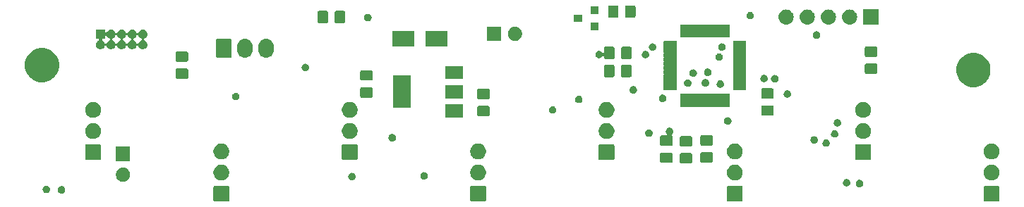
<source format=gbr>
G04 #@! TF.GenerationSoftware,KiCad,Pcbnew,(5.1.2)-2*
G04 #@! TF.CreationDate,2021-01-17T20:53:17+05:30*
G04 #@! TF.ProjectId,VendSensor,56656e64-5365-46e7-936f-722e6b696361,rev?*
G04 #@! TF.SameCoordinates,Original*
G04 #@! TF.FileFunction,Soldermask,Bot*
G04 #@! TF.FilePolarity,Negative*
%FSLAX46Y46*%
G04 Gerber Fmt 4.6, Leading zero omitted, Abs format (unit mm)*
G04 Created by KiCad (PCBNEW (5.1.2)-2) date 2021-01-17 20:53:17*
%MOMM*%
%LPD*%
G04 APERTURE LIST*
%ADD10C,0.100000*%
G04 APERTURE END LIST*
D10*
G36*
X168610723Y-57552939D02*
G01*
X168643280Y-57562815D01*
X168673276Y-57578848D01*
X168699572Y-57600428D01*
X168721152Y-57626724D01*
X168737185Y-57656720D01*
X168747061Y-57689277D01*
X168751000Y-57729269D01*
X168751000Y-59270731D01*
X168747061Y-59310723D01*
X168737185Y-59343280D01*
X168721152Y-59373276D01*
X168699572Y-59399572D01*
X168673276Y-59421152D01*
X168643280Y-59437185D01*
X168610723Y-59447061D01*
X168570731Y-59451000D01*
X167029269Y-59451000D01*
X166989277Y-59447061D01*
X166956720Y-59437185D01*
X166926724Y-59421152D01*
X166900428Y-59399572D01*
X166878848Y-59373276D01*
X166862815Y-59343280D01*
X166852939Y-59310723D01*
X166849000Y-59270731D01*
X166849000Y-57729269D01*
X166852939Y-57689277D01*
X166862815Y-57656720D01*
X166878848Y-57626724D01*
X166900428Y-57600428D01*
X166926724Y-57578848D01*
X166956720Y-57562815D01*
X166989277Y-57552939D01*
X167029269Y-57549000D01*
X168570731Y-57549000D01*
X168610723Y-57552939D01*
X168610723Y-57552939D01*
G37*
G36*
X137810723Y-57552939D02*
G01*
X137843280Y-57562815D01*
X137873276Y-57578848D01*
X137899572Y-57600428D01*
X137921152Y-57626724D01*
X137937185Y-57656720D01*
X137947061Y-57689277D01*
X137951000Y-57729269D01*
X137951000Y-59270731D01*
X137947061Y-59310723D01*
X137937185Y-59343280D01*
X137921152Y-59373276D01*
X137899572Y-59399572D01*
X137873276Y-59421152D01*
X137843280Y-59437185D01*
X137810723Y-59447061D01*
X137770731Y-59451000D01*
X136229269Y-59451000D01*
X136189277Y-59447061D01*
X136156720Y-59437185D01*
X136126724Y-59421152D01*
X136100428Y-59399572D01*
X136078848Y-59373276D01*
X136062815Y-59343280D01*
X136052939Y-59310723D01*
X136049000Y-59270731D01*
X136049000Y-57729269D01*
X136052939Y-57689277D01*
X136062815Y-57656720D01*
X136078848Y-57626724D01*
X136100428Y-57600428D01*
X136126724Y-57578848D01*
X136156720Y-57562815D01*
X136189277Y-57552939D01*
X136229269Y-57549000D01*
X137770731Y-57549000D01*
X137810723Y-57552939D01*
X137810723Y-57552939D01*
G37*
G36*
X107010723Y-57552939D02*
G01*
X107043280Y-57562815D01*
X107073276Y-57578848D01*
X107099572Y-57600428D01*
X107121152Y-57626724D01*
X107137185Y-57656720D01*
X107147061Y-57689277D01*
X107151000Y-57729269D01*
X107151000Y-59270731D01*
X107147061Y-59310723D01*
X107137185Y-59343280D01*
X107121152Y-59373276D01*
X107099572Y-59399572D01*
X107073276Y-59421152D01*
X107043280Y-59437185D01*
X107010723Y-59447061D01*
X106970731Y-59451000D01*
X105429269Y-59451000D01*
X105389277Y-59447061D01*
X105356720Y-59437185D01*
X105326724Y-59421152D01*
X105300428Y-59399572D01*
X105278848Y-59373276D01*
X105262815Y-59343280D01*
X105252939Y-59310723D01*
X105249000Y-59270731D01*
X105249000Y-57729269D01*
X105252939Y-57689277D01*
X105262815Y-57656720D01*
X105278848Y-57626724D01*
X105300428Y-57600428D01*
X105326724Y-57578848D01*
X105356720Y-57562815D01*
X105389277Y-57552939D01*
X105429269Y-57549000D01*
X106970731Y-57549000D01*
X107010723Y-57552939D01*
X107010723Y-57552939D01*
G37*
G36*
X76210723Y-57552939D02*
G01*
X76243280Y-57562815D01*
X76273276Y-57578848D01*
X76299572Y-57600428D01*
X76321152Y-57626724D01*
X76337185Y-57656720D01*
X76347061Y-57689277D01*
X76351000Y-57729269D01*
X76351000Y-59270731D01*
X76347061Y-59310723D01*
X76337185Y-59343280D01*
X76321152Y-59373276D01*
X76299572Y-59399572D01*
X76273276Y-59421152D01*
X76243280Y-59437185D01*
X76210723Y-59447061D01*
X76170731Y-59451000D01*
X74629269Y-59451000D01*
X74589277Y-59447061D01*
X74556720Y-59437185D01*
X74526724Y-59421152D01*
X74500428Y-59399572D01*
X74478848Y-59373276D01*
X74462815Y-59343280D01*
X74452939Y-59310723D01*
X74449000Y-59270731D01*
X74449000Y-57729269D01*
X74452939Y-57689277D01*
X74462815Y-57656720D01*
X74478848Y-57626724D01*
X74500428Y-57600428D01*
X74526724Y-57578848D01*
X74556720Y-57562815D01*
X74589277Y-57552939D01*
X74629269Y-57549000D01*
X76170731Y-57549000D01*
X76210723Y-57552939D01*
X76210723Y-57552939D01*
G37*
G36*
X56351552Y-57596331D02*
G01*
X56424926Y-57626724D01*
X56433629Y-57630329D01*
X56462576Y-57649671D01*
X56507495Y-57679685D01*
X56570315Y-57742505D01*
X56619672Y-57816373D01*
X56653669Y-57898448D01*
X56671000Y-57985579D01*
X56671000Y-58074421D01*
X56653669Y-58161552D01*
X56644524Y-58183629D01*
X56619671Y-58243629D01*
X56570314Y-58317496D01*
X56507496Y-58380314D01*
X56433629Y-58429671D01*
X56433628Y-58429672D01*
X56433627Y-58429672D01*
X56351552Y-58463669D01*
X56264421Y-58481000D01*
X56175579Y-58481000D01*
X56088448Y-58463669D01*
X56006373Y-58429672D01*
X56006372Y-58429672D01*
X56006371Y-58429671D01*
X55932504Y-58380314D01*
X55869686Y-58317496D01*
X55820329Y-58243629D01*
X55795476Y-58183629D01*
X55786331Y-58161552D01*
X55769000Y-58074421D01*
X55769000Y-57985579D01*
X55786331Y-57898448D01*
X55820328Y-57816373D01*
X55869685Y-57742505D01*
X55932505Y-57679685D01*
X55977424Y-57649671D01*
X56006371Y-57630329D01*
X56015074Y-57626724D01*
X56088448Y-57596331D01*
X56175579Y-57579000D01*
X56264421Y-57579000D01*
X56351552Y-57596331D01*
X56351552Y-57596331D01*
G37*
G36*
X54531552Y-57536331D02*
G01*
X54613627Y-57570328D01*
X54613629Y-57570329D01*
X54626378Y-57578848D01*
X54687495Y-57619685D01*
X54750315Y-57682505D01*
X54799672Y-57756373D01*
X54833669Y-57838448D01*
X54851000Y-57925579D01*
X54851000Y-58014421D01*
X54833669Y-58101552D01*
X54799672Y-58183627D01*
X54799671Y-58183629D01*
X54750314Y-58257496D01*
X54687496Y-58320314D01*
X54613629Y-58369671D01*
X54613628Y-58369672D01*
X54613627Y-58369672D01*
X54531552Y-58403669D01*
X54444421Y-58421000D01*
X54355579Y-58421000D01*
X54268448Y-58403669D01*
X54186373Y-58369672D01*
X54186372Y-58369672D01*
X54186371Y-58369671D01*
X54112504Y-58320314D01*
X54049686Y-58257496D01*
X54000329Y-58183629D01*
X54000328Y-58183627D01*
X53966331Y-58101552D01*
X53949000Y-58014421D01*
X53949000Y-57925579D01*
X53966331Y-57838448D01*
X54000328Y-57756373D01*
X54049685Y-57682505D01*
X54112505Y-57619685D01*
X54173622Y-57578848D01*
X54186371Y-57570329D01*
X54186373Y-57570328D01*
X54268448Y-57536331D01*
X54355579Y-57519000D01*
X54444421Y-57519000D01*
X54531552Y-57536331D01*
X54531552Y-57536331D01*
G37*
G36*
X152091552Y-56816331D02*
G01*
X152173627Y-56850328D01*
X152173629Y-56850329D01*
X152193592Y-56863668D01*
X152247495Y-56899685D01*
X152310315Y-56962505D01*
X152359672Y-57036373D01*
X152393669Y-57118448D01*
X152411000Y-57205579D01*
X152411000Y-57294421D01*
X152393669Y-57381552D01*
X152359672Y-57463627D01*
X152310315Y-57537495D01*
X152247495Y-57600315D01*
X152218506Y-57619685D01*
X152173629Y-57649671D01*
X152173628Y-57649672D01*
X152173627Y-57649672D01*
X152091552Y-57683669D01*
X152004421Y-57701000D01*
X151915579Y-57701000D01*
X151828448Y-57683669D01*
X151746373Y-57649672D01*
X151746372Y-57649672D01*
X151746371Y-57649671D01*
X151701494Y-57619685D01*
X151672505Y-57600315D01*
X151609685Y-57537495D01*
X151560328Y-57463627D01*
X151526331Y-57381552D01*
X151509000Y-57294421D01*
X151509000Y-57205579D01*
X151526331Y-57118448D01*
X151560328Y-57036373D01*
X151609685Y-56962505D01*
X151672505Y-56899685D01*
X151726408Y-56863668D01*
X151746371Y-56850329D01*
X151746373Y-56850328D01*
X151828448Y-56816331D01*
X151915579Y-56799000D01*
X152004421Y-56799000D01*
X152091552Y-56816331D01*
X152091552Y-56816331D01*
G37*
G36*
X150551552Y-56726331D02*
G01*
X150633627Y-56760328D01*
X150633629Y-56760329D01*
X150653592Y-56773668D01*
X150707495Y-56809685D01*
X150770315Y-56872505D01*
X150819672Y-56946373D01*
X150853669Y-57028448D01*
X150871000Y-57115579D01*
X150871000Y-57204421D01*
X150853669Y-57291552D01*
X150819672Y-57373627D01*
X150819671Y-57373629D01*
X150770314Y-57447496D01*
X150707496Y-57510314D01*
X150633629Y-57559671D01*
X150633628Y-57559672D01*
X150633627Y-57559672D01*
X150551552Y-57593669D01*
X150464421Y-57611000D01*
X150375579Y-57611000D01*
X150288448Y-57593669D01*
X150206373Y-57559672D01*
X150206372Y-57559672D01*
X150206371Y-57559671D01*
X150132504Y-57510314D01*
X150069686Y-57447496D01*
X150020329Y-57373629D01*
X150020328Y-57373627D01*
X149986331Y-57291552D01*
X149969000Y-57204421D01*
X149969000Y-57115579D01*
X149986331Y-57028448D01*
X150020328Y-56946373D01*
X150069685Y-56872505D01*
X150132505Y-56809685D01*
X150186408Y-56773668D01*
X150206371Y-56760329D01*
X150206373Y-56760328D01*
X150288448Y-56726331D01*
X150375579Y-56709000D01*
X150464421Y-56709000D01*
X150551552Y-56726331D01*
X150551552Y-56726331D01*
G37*
G36*
X63848228Y-55381703D02*
G01*
X64003100Y-55445853D01*
X64142481Y-55538985D01*
X64261015Y-55657519D01*
X64354147Y-55796900D01*
X64418297Y-55951772D01*
X64451000Y-56116184D01*
X64451000Y-56283816D01*
X64418297Y-56448228D01*
X64354147Y-56603100D01*
X64261015Y-56742481D01*
X64142481Y-56861015D01*
X64003100Y-56954147D01*
X63848228Y-57018297D01*
X63683816Y-57051000D01*
X63516184Y-57051000D01*
X63351772Y-57018297D01*
X63196900Y-56954147D01*
X63057519Y-56861015D01*
X62938985Y-56742481D01*
X62845853Y-56603100D01*
X62781703Y-56448228D01*
X62749000Y-56283816D01*
X62749000Y-56116184D01*
X62781703Y-55951772D01*
X62845853Y-55796900D01*
X62938985Y-55657519D01*
X63057519Y-55538985D01*
X63196900Y-55445853D01*
X63351772Y-55381703D01*
X63516184Y-55349000D01*
X63683816Y-55349000D01*
X63848228Y-55381703D01*
X63848228Y-55381703D01*
G37*
G36*
X137277395Y-55045546D02*
G01*
X137450466Y-55117234D01*
X137450467Y-55117235D01*
X137606227Y-55221310D01*
X137738690Y-55353773D01*
X137738691Y-55353775D01*
X137842766Y-55509534D01*
X137914454Y-55682605D01*
X137951000Y-55866333D01*
X137951000Y-56053667D01*
X137914454Y-56237395D01*
X137842766Y-56410466D01*
X137801950Y-56471552D01*
X137738690Y-56566227D01*
X137606227Y-56698690D01*
X137544894Y-56739671D01*
X137450466Y-56802766D01*
X137277395Y-56874454D01*
X137093667Y-56911000D01*
X136906333Y-56911000D01*
X136722605Y-56874454D01*
X136549534Y-56802766D01*
X136455106Y-56739671D01*
X136393773Y-56698690D01*
X136261310Y-56566227D01*
X136198050Y-56471552D01*
X136157234Y-56410466D01*
X136085546Y-56237395D01*
X136049000Y-56053667D01*
X136049000Y-55866333D01*
X136085546Y-55682605D01*
X136157234Y-55509534D01*
X136261309Y-55353775D01*
X136261310Y-55353773D01*
X136393773Y-55221310D01*
X136549533Y-55117235D01*
X136549534Y-55117234D01*
X136722605Y-55045546D01*
X136906333Y-55009000D01*
X137093667Y-55009000D01*
X137277395Y-55045546D01*
X137277395Y-55045546D01*
G37*
G36*
X75677395Y-55045546D02*
G01*
X75850466Y-55117234D01*
X75850467Y-55117235D01*
X76006227Y-55221310D01*
X76138690Y-55353773D01*
X76138691Y-55353775D01*
X76242766Y-55509534D01*
X76314454Y-55682605D01*
X76351000Y-55866333D01*
X76351000Y-56053667D01*
X76314454Y-56237395D01*
X76242766Y-56410466D01*
X76201950Y-56471552D01*
X76138690Y-56566227D01*
X76006227Y-56698690D01*
X75944894Y-56739671D01*
X75850466Y-56802766D01*
X75677395Y-56874454D01*
X75493667Y-56911000D01*
X75306333Y-56911000D01*
X75122605Y-56874454D01*
X74949534Y-56802766D01*
X74855106Y-56739671D01*
X74793773Y-56698690D01*
X74661310Y-56566227D01*
X74598050Y-56471552D01*
X74557234Y-56410466D01*
X74485546Y-56237395D01*
X74449000Y-56053667D01*
X74449000Y-55866333D01*
X74485546Y-55682605D01*
X74557234Y-55509534D01*
X74661309Y-55353775D01*
X74661310Y-55353773D01*
X74793773Y-55221310D01*
X74949533Y-55117235D01*
X74949534Y-55117234D01*
X75122605Y-55045546D01*
X75306333Y-55009000D01*
X75493667Y-55009000D01*
X75677395Y-55045546D01*
X75677395Y-55045546D01*
G37*
G36*
X106477395Y-55045546D02*
G01*
X106650466Y-55117234D01*
X106650467Y-55117235D01*
X106806227Y-55221310D01*
X106938690Y-55353773D01*
X106938691Y-55353775D01*
X107042766Y-55509534D01*
X107114454Y-55682605D01*
X107151000Y-55866333D01*
X107151000Y-56053667D01*
X107114454Y-56237395D01*
X107042766Y-56410466D01*
X107001950Y-56471552D01*
X106938690Y-56566227D01*
X106806227Y-56698690D01*
X106744894Y-56739671D01*
X106650466Y-56802766D01*
X106477395Y-56874454D01*
X106293667Y-56911000D01*
X106106333Y-56911000D01*
X105922605Y-56874454D01*
X105749534Y-56802766D01*
X105655106Y-56739671D01*
X105593773Y-56698690D01*
X105461310Y-56566227D01*
X105398050Y-56471552D01*
X105357234Y-56410466D01*
X105285546Y-56237395D01*
X105249000Y-56053667D01*
X105249000Y-55866333D01*
X105285546Y-55682605D01*
X105357234Y-55509534D01*
X105461309Y-55353775D01*
X105461310Y-55353773D01*
X105593773Y-55221310D01*
X105749533Y-55117235D01*
X105749534Y-55117234D01*
X105922605Y-55045546D01*
X106106333Y-55009000D01*
X106293667Y-55009000D01*
X106477395Y-55045546D01*
X106477395Y-55045546D01*
G37*
G36*
X168077395Y-55045546D02*
G01*
X168250466Y-55117234D01*
X168250467Y-55117235D01*
X168406227Y-55221310D01*
X168538690Y-55353773D01*
X168538691Y-55353775D01*
X168642766Y-55509534D01*
X168714454Y-55682605D01*
X168751000Y-55866333D01*
X168751000Y-56053667D01*
X168714454Y-56237395D01*
X168642766Y-56410466D01*
X168601950Y-56471552D01*
X168538690Y-56566227D01*
X168406227Y-56698690D01*
X168344894Y-56739671D01*
X168250466Y-56802766D01*
X168077395Y-56874454D01*
X167893667Y-56911000D01*
X167706333Y-56911000D01*
X167522605Y-56874454D01*
X167349534Y-56802766D01*
X167255106Y-56739671D01*
X167193773Y-56698690D01*
X167061310Y-56566227D01*
X166998050Y-56471552D01*
X166957234Y-56410466D01*
X166885546Y-56237395D01*
X166849000Y-56053667D01*
X166849000Y-55866333D01*
X166885546Y-55682605D01*
X166957234Y-55509534D01*
X167061309Y-55353775D01*
X167061310Y-55353773D01*
X167193773Y-55221310D01*
X167349533Y-55117235D01*
X167349534Y-55117234D01*
X167522605Y-55045546D01*
X167706333Y-55009000D01*
X167893667Y-55009000D01*
X168077395Y-55045546D01*
X168077395Y-55045546D01*
G37*
G36*
X91201552Y-55996331D02*
G01*
X91283627Y-56030328D01*
X91283629Y-56030329D01*
X91316816Y-56052504D01*
X91357495Y-56079685D01*
X91420315Y-56142505D01*
X91469672Y-56216373D01*
X91503669Y-56298448D01*
X91521000Y-56385579D01*
X91521000Y-56474421D01*
X91503669Y-56561552D01*
X91469672Y-56643627D01*
X91420315Y-56717495D01*
X91357495Y-56780315D01*
X91329531Y-56799000D01*
X91283629Y-56829671D01*
X91283628Y-56829672D01*
X91283627Y-56829672D01*
X91201552Y-56863669D01*
X91114421Y-56881000D01*
X91025579Y-56881000D01*
X90938448Y-56863669D01*
X90856373Y-56829672D01*
X90856372Y-56829672D01*
X90856371Y-56829671D01*
X90810469Y-56799000D01*
X90782505Y-56780315D01*
X90719685Y-56717495D01*
X90670328Y-56643627D01*
X90636331Y-56561552D01*
X90619000Y-56474421D01*
X90619000Y-56385579D01*
X90636331Y-56298448D01*
X90670328Y-56216373D01*
X90719685Y-56142505D01*
X90782505Y-56079685D01*
X90823184Y-56052504D01*
X90856371Y-56030329D01*
X90856373Y-56030328D01*
X90938448Y-55996331D01*
X91025579Y-55979000D01*
X91114421Y-55979000D01*
X91201552Y-55996331D01*
X91201552Y-55996331D01*
G37*
G36*
X99851552Y-55906331D02*
G01*
X99933627Y-55940328D01*
X99933629Y-55940329D01*
X99950753Y-55951771D01*
X100007495Y-55989685D01*
X100070315Y-56052505D01*
X100119672Y-56126373D01*
X100153669Y-56208448D01*
X100171000Y-56295579D01*
X100171000Y-56384421D01*
X100153669Y-56471552D01*
X100119672Y-56553627D01*
X100119671Y-56553629D01*
X100070314Y-56627496D01*
X100007496Y-56690314D01*
X99933629Y-56739671D01*
X99933628Y-56739672D01*
X99933627Y-56739672D01*
X99851552Y-56773669D01*
X99764421Y-56791000D01*
X99675579Y-56791000D01*
X99588448Y-56773669D01*
X99506373Y-56739672D01*
X99506372Y-56739672D01*
X99506371Y-56739671D01*
X99432504Y-56690314D01*
X99369686Y-56627496D01*
X99320329Y-56553629D01*
X99320328Y-56553627D01*
X99286331Y-56471552D01*
X99269000Y-56384421D01*
X99269000Y-56295579D01*
X99286331Y-56208448D01*
X99320328Y-56126373D01*
X99369685Y-56052505D01*
X99432505Y-55989685D01*
X99489247Y-55951771D01*
X99506371Y-55940329D01*
X99506373Y-55940328D01*
X99588448Y-55906331D01*
X99675579Y-55889000D01*
X99764421Y-55889000D01*
X99851552Y-55906331D01*
X99851552Y-55906331D01*
G37*
G36*
X131728674Y-53608465D02*
G01*
X131766367Y-53619899D01*
X131801103Y-53638466D01*
X131831548Y-53663452D01*
X131856534Y-53693897D01*
X131875101Y-53728633D01*
X131886535Y-53766326D01*
X131891000Y-53811661D01*
X131891000Y-54648339D01*
X131886535Y-54693674D01*
X131875101Y-54731367D01*
X131856534Y-54766103D01*
X131831548Y-54796548D01*
X131801103Y-54821534D01*
X131766367Y-54840101D01*
X131728674Y-54851535D01*
X131683339Y-54856000D01*
X130596661Y-54856000D01*
X130551326Y-54851535D01*
X130513633Y-54840101D01*
X130478897Y-54821534D01*
X130448452Y-54796548D01*
X130423466Y-54766103D01*
X130404899Y-54731367D01*
X130393465Y-54693674D01*
X130389000Y-54648339D01*
X130389000Y-53811661D01*
X130393465Y-53766326D01*
X130404899Y-53728633D01*
X130423466Y-53693897D01*
X130448452Y-53663452D01*
X130478897Y-53638466D01*
X130513633Y-53619899D01*
X130551326Y-53608465D01*
X130596661Y-53604000D01*
X131683339Y-53604000D01*
X131728674Y-53608465D01*
X131728674Y-53608465D01*
G37*
G36*
X129368674Y-53548465D02*
G01*
X129406367Y-53559899D01*
X129441103Y-53578466D01*
X129471548Y-53603452D01*
X129496534Y-53633897D01*
X129515101Y-53668633D01*
X129526535Y-53706326D01*
X129531000Y-53751661D01*
X129531000Y-54588339D01*
X129526535Y-54633674D01*
X129515101Y-54671367D01*
X129496534Y-54706103D01*
X129471548Y-54736548D01*
X129441103Y-54761534D01*
X129406367Y-54780101D01*
X129368674Y-54791535D01*
X129323339Y-54796000D01*
X128236661Y-54796000D01*
X128191326Y-54791535D01*
X128153633Y-54780101D01*
X128118897Y-54761534D01*
X128088452Y-54736548D01*
X128063466Y-54706103D01*
X128044899Y-54671367D01*
X128033465Y-54633674D01*
X128029000Y-54588339D01*
X128029000Y-53751661D01*
X128033465Y-53706326D01*
X128044899Y-53668633D01*
X128063466Y-53633897D01*
X128088452Y-53603452D01*
X128118897Y-53578466D01*
X128153633Y-53559899D01*
X128191326Y-53548465D01*
X128236661Y-53544000D01*
X129323339Y-53544000D01*
X129368674Y-53548465D01*
X129368674Y-53548465D01*
G37*
G36*
X134208674Y-53513465D02*
G01*
X134246367Y-53524899D01*
X134281103Y-53543466D01*
X134311548Y-53568452D01*
X134336534Y-53598897D01*
X134355101Y-53633633D01*
X134366535Y-53671326D01*
X134371000Y-53716661D01*
X134371000Y-54553339D01*
X134366535Y-54598674D01*
X134355101Y-54636367D01*
X134336534Y-54671103D01*
X134311548Y-54701548D01*
X134281103Y-54726534D01*
X134246367Y-54745101D01*
X134208674Y-54756535D01*
X134163339Y-54761000D01*
X133076661Y-54761000D01*
X133031326Y-54756535D01*
X132993633Y-54745101D01*
X132958897Y-54726534D01*
X132928452Y-54701548D01*
X132903466Y-54671103D01*
X132884899Y-54636367D01*
X132873465Y-54598674D01*
X132869000Y-54553339D01*
X132869000Y-53716661D01*
X132873465Y-53671326D01*
X132884899Y-53633633D01*
X132903466Y-53598897D01*
X132928452Y-53568452D01*
X132958897Y-53543466D01*
X132993633Y-53524899D01*
X133031326Y-53513465D01*
X133076661Y-53509000D01*
X134163339Y-53509000D01*
X134208674Y-53513465D01*
X134208674Y-53513465D01*
G37*
G36*
X64451000Y-54551000D02*
G01*
X62749000Y-54551000D01*
X62749000Y-52849000D01*
X64451000Y-52849000D01*
X64451000Y-54551000D01*
X64451000Y-54551000D01*
G37*
G36*
X91610723Y-52552939D02*
G01*
X91643280Y-52562815D01*
X91673276Y-52578848D01*
X91699572Y-52600428D01*
X91721152Y-52626724D01*
X91737185Y-52656720D01*
X91747061Y-52689277D01*
X91751000Y-52729269D01*
X91751000Y-54270731D01*
X91747061Y-54310723D01*
X91737185Y-54343280D01*
X91721152Y-54373276D01*
X91699572Y-54399572D01*
X91673276Y-54421152D01*
X91643280Y-54437185D01*
X91610723Y-54447061D01*
X91570731Y-54451000D01*
X90029269Y-54451000D01*
X89989277Y-54447061D01*
X89956720Y-54437185D01*
X89926724Y-54421152D01*
X89900428Y-54399572D01*
X89878848Y-54373276D01*
X89862815Y-54343280D01*
X89852939Y-54310723D01*
X89849000Y-54270731D01*
X89849000Y-52729269D01*
X89852939Y-52689277D01*
X89862815Y-52656720D01*
X89878848Y-52626724D01*
X89900428Y-52600428D01*
X89926724Y-52578848D01*
X89956720Y-52562815D01*
X89989277Y-52552939D01*
X90029269Y-52549000D01*
X91570731Y-52549000D01*
X91610723Y-52552939D01*
X91610723Y-52552939D01*
G37*
G36*
X60810723Y-52552939D02*
G01*
X60843280Y-52562815D01*
X60873276Y-52578848D01*
X60899572Y-52600428D01*
X60921152Y-52626724D01*
X60937185Y-52656720D01*
X60947061Y-52689277D01*
X60951000Y-52729269D01*
X60951000Y-54270731D01*
X60947061Y-54310723D01*
X60937185Y-54343280D01*
X60921152Y-54373276D01*
X60899572Y-54399572D01*
X60873276Y-54421152D01*
X60843280Y-54437185D01*
X60810723Y-54447061D01*
X60770731Y-54451000D01*
X59229269Y-54451000D01*
X59189277Y-54447061D01*
X59156720Y-54437185D01*
X59126724Y-54421152D01*
X59100428Y-54399572D01*
X59078848Y-54373276D01*
X59062815Y-54343280D01*
X59052939Y-54310723D01*
X59049000Y-54270731D01*
X59049000Y-52729269D01*
X59052939Y-52689277D01*
X59062815Y-52656720D01*
X59078848Y-52626724D01*
X59100428Y-52600428D01*
X59126724Y-52578848D01*
X59156720Y-52562815D01*
X59189277Y-52552939D01*
X59229269Y-52549000D01*
X60770731Y-52549000D01*
X60810723Y-52552939D01*
X60810723Y-52552939D01*
G37*
G36*
X122410723Y-52552939D02*
G01*
X122443280Y-52562815D01*
X122473276Y-52578848D01*
X122499572Y-52600428D01*
X122521152Y-52626724D01*
X122537185Y-52656720D01*
X122547061Y-52689277D01*
X122551000Y-52729269D01*
X122551000Y-54270731D01*
X122547061Y-54310723D01*
X122537185Y-54343280D01*
X122521152Y-54373276D01*
X122499572Y-54399572D01*
X122473276Y-54421152D01*
X122443280Y-54437185D01*
X122410723Y-54447061D01*
X122370731Y-54451000D01*
X120829269Y-54451000D01*
X120789277Y-54447061D01*
X120756720Y-54437185D01*
X120726724Y-54421152D01*
X120700428Y-54399572D01*
X120678848Y-54373276D01*
X120662815Y-54343280D01*
X120652939Y-54310723D01*
X120649000Y-54270731D01*
X120649000Y-52729269D01*
X120652939Y-52689277D01*
X120662815Y-52656720D01*
X120678848Y-52626724D01*
X120700428Y-52600428D01*
X120726724Y-52578848D01*
X120756720Y-52562815D01*
X120789277Y-52552939D01*
X120829269Y-52549000D01*
X122370731Y-52549000D01*
X122410723Y-52552939D01*
X122410723Y-52552939D01*
G37*
G36*
X153210723Y-52552939D02*
G01*
X153243280Y-52562815D01*
X153273276Y-52578848D01*
X153299572Y-52600428D01*
X153321152Y-52626724D01*
X153337185Y-52656720D01*
X153347061Y-52689277D01*
X153351000Y-52729269D01*
X153351000Y-54270731D01*
X153347061Y-54310723D01*
X153337185Y-54343280D01*
X153321152Y-54373276D01*
X153299572Y-54399572D01*
X153273276Y-54421152D01*
X153243280Y-54437185D01*
X153210723Y-54447061D01*
X153170731Y-54451000D01*
X151629269Y-54451000D01*
X151589277Y-54447061D01*
X151556720Y-54437185D01*
X151526724Y-54421152D01*
X151500428Y-54399572D01*
X151478848Y-54373276D01*
X151462815Y-54343280D01*
X151452939Y-54310723D01*
X151449000Y-54270731D01*
X151449000Y-52729269D01*
X151452939Y-52689277D01*
X151462815Y-52656720D01*
X151478848Y-52626724D01*
X151500428Y-52600428D01*
X151526724Y-52578848D01*
X151556720Y-52562815D01*
X151589277Y-52552939D01*
X151629269Y-52549000D01*
X153170731Y-52549000D01*
X153210723Y-52552939D01*
X153210723Y-52552939D01*
G37*
G36*
X106477395Y-52505546D02*
G01*
X106650466Y-52577234D01*
X106682052Y-52598339D01*
X106806227Y-52681310D01*
X106938690Y-52813773D01*
X106938691Y-52813775D01*
X107042766Y-52969534D01*
X107114454Y-53142605D01*
X107151000Y-53326333D01*
X107151000Y-53513667D01*
X107114454Y-53697395D01*
X107042766Y-53870466D01*
X106991081Y-53947818D01*
X106938690Y-54026227D01*
X106806227Y-54158690D01*
X106727818Y-54211081D01*
X106650466Y-54262766D01*
X106477395Y-54334454D01*
X106293667Y-54371000D01*
X106106333Y-54371000D01*
X105922605Y-54334454D01*
X105749534Y-54262766D01*
X105672182Y-54211081D01*
X105593773Y-54158690D01*
X105461310Y-54026227D01*
X105408919Y-53947818D01*
X105357234Y-53870466D01*
X105285546Y-53697395D01*
X105249000Y-53513667D01*
X105249000Y-53326333D01*
X105285546Y-53142605D01*
X105357234Y-52969534D01*
X105461309Y-52813775D01*
X105461310Y-52813773D01*
X105593773Y-52681310D01*
X105717948Y-52598339D01*
X105749534Y-52577234D01*
X105922605Y-52505546D01*
X106106333Y-52469000D01*
X106293667Y-52469000D01*
X106477395Y-52505546D01*
X106477395Y-52505546D01*
G37*
G36*
X137277395Y-52505546D02*
G01*
X137450466Y-52577234D01*
X137482052Y-52598339D01*
X137606227Y-52681310D01*
X137738690Y-52813773D01*
X137738691Y-52813775D01*
X137842766Y-52969534D01*
X137914454Y-53142605D01*
X137951000Y-53326333D01*
X137951000Y-53513667D01*
X137914454Y-53697395D01*
X137842766Y-53870466D01*
X137791081Y-53947818D01*
X137738690Y-54026227D01*
X137606227Y-54158690D01*
X137527818Y-54211081D01*
X137450466Y-54262766D01*
X137277395Y-54334454D01*
X137093667Y-54371000D01*
X136906333Y-54371000D01*
X136722605Y-54334454D01*
X136549534Y-54262766D01*
X136472182Y-54211081D01*
X136393773Y-54158690D01*
X136261310Y-54026227D01*
X136208919Y-53947818D01*
X136157234Y-53870466D01*
X136085546Y-53697395D01*
X136049000Y-53513667D01*
X136049000Y-53326333D01*
X136085546Y-53142605D01*
X136157234Y-52969534D01*
X136261309Y-52813775D01*
X136261310Y-52813773D01*
X136393773Y-52681310D01*
X136517948Y-52598339D01*
X136549534Y-52577234D01*
X136722605Y-52505546D01*
X136906333Y-52469000D01*
X137093667Y-52469000D01*
X137277395Y-52505546D01*
X137277395Y-52505546D01*
G37*
G36*
X75677395Y-52505546D02*
G01*
X75850466Y-52577234D01*
X75882052Y-52598339D01*
X76006227Y-52681310D01*
X76138690Y-52813773D01*
X76138691Y-52813775D01*
X76242766Y-52969534D01*
X76314454Y-53142605D01*
X76351000Y-53326333D01*
X76351000Y-53513667D01*
X76314454Y-53697395D01*
X76242766Y-53870466D01*
X76191081Y-53947818D01*
X76138690Y-54026227D01*
X76006227Y-54158690D01*
X75927818Y-54211081D01*
X75850466Y-54262766D01*
X75677395Y-54334454D01*
X75493667Y-54371000D01*
X75306333Y-54371000D01*
X75122605Y-54334454D01*
X74949534Y-54262766D01*
X74872182Y-54211081D01*
X74793773Y-54158690D01*
X74661310Y-54026227D01*
X74608919Y-53947818D01*
X74557234Y-53870466D01*
X74485546Y-53697395D01*
X74449000Y-53513667D01*
X74449000Y-53326333D01*
X74485546Y-53142605D01*
X74557234Y-52969534D01*
X74661309Y-52813775D01*
X74661310Y-52813773D01*
X74793773Y-52681310D01*
X74917948Y-52598339D01*
X74949534Y-52577234D01*
X75122605Y-52505546D01*
X75306333Y-52469000D01*
X75493667Y-52469000D01*
X75677395Y-52505546D01*
X75677395Y-52505546D01*
G37*
G36*
X168077395Y-52505546D02*
G01*
X168250466Y-52577234D01*
X168282052Y-52598339D01*
X168406227Y-52681310D01*
X168538690Y-52813773D01*
X168538691Y-52813775D01*
X168642766Y-52969534D01*
X168714454Y-53142605D01*
X168751000Y-53326333D01*
X168751000Y-53513667D01*
X168714454Y-53697395D01*
X168642766Y-53870466D01*
X168591081Y-53947818D01*
X168538690Y-54026227D01*
X168406227Y-54158690D01*
X168327818Y-54211081D01*
X168250466Y-54262766D01*
X168077395Y-54334454D01*
X167893667Y-54371000D01*
X167706333Y-54371000D01*
X167522605Y-54334454D01*
X167349534Y-54262766D01*
X167272182Y-54211081D01*
X167193773Y-54158690D01*
X167061310Y-54026227D01*
X167008919Y-53947818D01*
X166957234Y-53870466D01*
X166885546Y-53697395D01*
X166849000Y-53513667D01*
X166849000Y-53326333D01*
X166885546Y-53142605D01*
X166957234Y-52969534D01*
X167061309Y-52813775D01*
X167061310Y-52813773D01*
X167193773Y-52681310D01*
X167317948Y-52598339D01*
X167349534Y-52577234D01*
X167522605Y-52505546D01*
X167706333Y-52469000D01*
X167893667Y-52469000D01*
X168077395Y-52505546D01*
X168077395Y-52505546D01*
G37*
G36*
X148091552Y-51966331D02*
G01*
X148173627Y-52000328D01*
X148173629Y-52000329D01*
X148210813Y-52025175D01*
X148247495Y-52049685D01*
X148310315Y-52112505D01*
X148359672Y-52186373D01*
X148393669Y-52268448D01*
X148411000Y-52355579D01*
X148411000Y-52444421D01*
X148393669Y-52531552D01*
X148365139Y-52600428D01*
X148359671Y-52613629D01*
X148351114Y-52626435D01*
X148310315Y-52687495D01*
X148247495Y-52750315D01*
X148210813Y-52774825D01*
X148173629Y-52799671D01*
X148173628Y-52799672D01*
X148173627Y-52799672D01*
X148091552Y-52833669D01*
X148004421Y-52851000D01*
X147915579Y-52851000D01*
X147828448Y-52833669D01*
X147746373Y-52799672D01*
X147746372Y-52799672D01*
X147746371Y-52799671D01*
X147709187Y-52774825D01*
X147672505Y-52750315D01*
X147609685Y-52687495D01*
X147568886Y-52626435D01*
X147560329Y-52613629D01*
X147554861Y-52600428D01*
X147526331Y-52531552D01*
X147509000Y-52444421D01*
X147509000Y-52355579D01*
X147526331Y-52268448D01*
X147560328Y-52186373D01*
X147609685Y-52112505D01*
X147672505Y-52049685D01*
X147709187Y-52025175D01*
X147746371Y-52000329D01*
X147746373Y-52000328D01*
X147828448Y-51966331D01*
X147915579Y-51949000D01*
X148004421Y-51949000D01*
X148091552Y-51966331D01*
X148091552Y-51966331D01*
G37*
G36*
X131728674Y-51558465D02*
G01*
X131766367Y-51569899D01*
X131801103Y-51588466D01*
X131831548Y-51613452D01*
X131856534Y-51643897D01*
X131875101Y-51678633D01*
X131886535Y-51716326D01*
X131891000Y-51761661D01*
X131891000Y-52598339D01*
X131886535Y-52643674D01*
X131875101Y-52681367D01*
X131856534Y-52716103D01*
X131831548Y-52746548D01*
X131801103Y-52771534D01*
X131766367Y-52790101D01*
X131728674Y-52801535D01*
X131683339Y-52806000D01*
X130596661Y-52806000D01*
X130551326Y-52801535D01*
X130513633Y-52790101D01*
X130478897Y-52771534D01*
X130448452Y-52746548D01*
X130423466Y-52716103D01*
X130404899Y-52681367D01*
X130393465Y-52643674D01*
X130389000Y-52598339D01*
X130389000Y-51761661D01*
X130393465Y-51716326D01*
X130404899Y-51678633D01*
X130423466Y-51643897D01*
X130448452Y-51613452D01*
X130478897Y-51588466D01*
X130513633Y-51569899D01*
X130551326Y-51558465D01*
X130596661Y-51554000D01*
X131683339Y-51554000D01*
X131728674Y-51558465D01*
X131728674Y-51558465D01*
G37*
G36*
X129296552Y-50551331D02*
G01*
X129378627Y-50585328D01*
X129378629Y-50585329D01*
X129415813Y-50610175D01*
X129452495Y-50634685D01*
X129515315Y-50697505D01*
X129564672Y-50771373D01*
X129598669Y-50853448D01*
X129616000Y-50940579D01*
X129616000Y-51029421D01*
X129598669Y-51116552D01*
X129564672Y-51198627D01*
X129515315Y-51272495D01*
X129448983Y-51338827D01*
X129437676Y-51348108D01*
X129422132Y-51367050D01*
X129410582Y-51388662D01*
X129403470Y-51412111D01*
X129401069Y-51436497D01*
X129403472Y-51460883D01*
X129410586Y-51484332D01*
X129422138Y-51505942D01*
X129446771Y-51533118D01*
X129471549Y-51553452D01*
X129496534Y-51583897D01*
X129515101Y-51618633D01*
X129526535Y-51656326D01*
X129531000Y-51701661D01*
X129531000Y-52538339D01*
X129526535Y-52583674D01*
X129515101Y-52621367D01*
X129496534Y-52656103D01*
X129471548Y-52686548D01*
X129441103Y-52711534D01*
X129406367Y-52730101D01*
X129368674Y-52741535D01*
X129323339Y-52746000D01*
X128236661Y-52746000D01*
X128191326Y-52741535D01*
X128153633Y-52730101D01*
X128118897Y-52711534D01*
X128088452Y-52686548D01*
X128063466Y-52656103D01*
X128044899Y-52621367D01*
X128033465Y-52583674D01*
X128029000Y-52538339D01*
X128029000Y-51701661D01*
X128033465Y-51656326D01*
X128044899Y-51618633D01*
X128063466Y-51583897D01*
X128088452Y-51553452D01*
X128118897Y-51528466D01*
X128153633Y-51509899D01*
X128191326Y-51498465D01*
X128236661Y-51494000D01*
X128734415Y-51494000D01*
X128758801Y-51491598D01*
X128782250Y-51484485D01*
X128803861Y-51472934D01*
X128822803Y-51457389D01*
X128838348Y-51438447D01*
X128849899Y-51416836D01*
X128857012Y-51393387D01*
X128859414Y-51369001D01*
X128857012Y-51344615D01*
X128849899Y-51321166D01*
X128838348Y-51299555D01*
X128822803Y-51280613D01*
X128814685Y-51272495D01*
X128765328Y-51198627D01*
X128731331Y-51116552D01*
X128714000Y-51029421D01*
X128714000Y-50940579D01*
X128731331Y-50853448D01*
X128765328Y-50771373D01*
X128814685Y-50697505D01*
X128877505Y-50634685D01*
X128914187Y-50610175D01*
X128951371Y-50585329D01*
X128951373Y-50585328D01*
X129033448Y-50551331D01*
X129120579Y-50534000D01*
X129209421Y-50534000D01*
X129296552Y-50551331D01*
X129296552Y-50551331D01*
G37*
G36*
X134208674Y-51463465D02*
G01*
X134246367Y-51474899D01*
X134281103Y-51493466D01*
X134311548Y-51518452D01*
X134336534Y-51548897D01*
X134355101Y-51583633D01*
X134366535Y-51621326D01*
X134371000Y-51666661D01*
X134371000Y-52503339D01*
X134366535Y-52548674D01*
X134355101Y-52586367D01*
X134336534Y-52621103D01*
X134311548Y-52651548D01*
X134281103Y-52676534D01*
X134246367Y-52695101D01*
X134208674Y-52706535D01*
X134163339Y-52711000D01*
X133076661Y-52711000D01*
X133031326Y-52706535D01*
X132993633Y-52695101D01*
X132958897Y-52676534D01*
X132928452Y-52651548D01*
X132903466Y-52621103D01*
X132884899Y-52586367D01*
X132873465Y-52548674D01*
X132869000Y-52503339D01*
X132869000Y-51666661D01*
X132873465Y-51621326D01*
X132884899Y-51583633D01*
X132903466Y-51548897D01*
X132928452Y-51518452D01*
X132958897Y-51493466D01*
X132993633Y-51474899D01*
X133031326Y-51463465D01*
X133076661Y-51459000D01*
X134163339Y-51459000D01*
X134208674Y-51463465D01*
X134208674Y-51463465D01*
G37*
G36*
X146651552Y-51586331D02*
G01*
X146733627Y-51620328D01*
X146733629Y-51620329D01*
X146753592Y-51633668D01*
X146807495Y-51669685D01*
X146870315Y-51732505D01*
X146882673Y-51751000D01*
X146917262Y-51802765D01*
X146919672Y-51806373D01*
X146953669Y-51888448D01*
X146971000Y-51975579D01*
X146971000Y-52064421D01*
X146953669Y-52151552D01*
X146919672Y-52233627D01*
X146919671Y-52233629D01*
X146870314Y-52307496D01*
X146807496Y-52370314D01*
X146733629Y-52419671D01*
X146733628Y-52419672D01*
X146733627Y-52419672D01*
X146651552Y-52453669D01*
X146564421Y-52471000D01*
X146475579Y-52471000D01*
X146388448Y-52453669D01*
X146306373Y-52419672D01*
X146306372Y-52419672D01*
X146306371Y-52419671D01*
X146232504Y-52370314D01*
X146169686Y-52307496D01*
X146120329Y-52233629D01*
X146120328Y-52233627D01*
X146086331Y-52151552D01*
X146069000Y-52064421D01*
X146069000Y-51975579D01*
X146086331Y-51888448D01*
X146120328Y-51806373D01*
X146122739Y-51802765D01*
X146157327Y-51751000D01*
X146169685Y-51732505D01*
X146232505Y-51669685D01*
X146286408Y-51633668D01*
X146306371Y-51620329D01*
X146306373Y-51620328D01*
X146388448Y-51586331D01*
X146475579Y-51569000D01*
X146564421Y-51569000D01*
X146651552Y-51586331D01*
X146651552Y-51586331D01*
G37*
G36*
X96031552Y-51326331D02*
G01*
X96113627Y-51360328D01*
X96113629Y-51360329D01*
X96126607Y-51369001D01*
X96187495Y-51409685D01*
X96250315Y-51472505D01*
X96264321Y-51493466D01*
X96290816Y-51533118D01*
X96299672Y-51546373D01*
X96333669Y-51628448D01*
X96351000Y-51715579D01*
X96351000Y-51804421D01*
X96333669Y-51891552D01*
X96299672Y-51973627D01*
X96250315Y-52047495D01*
X96187495Y-52110315D01*
X96184217Y-52112505D01*
X96113629Y-52159671D01*
X96113628Y-52159672D01*
X96113627Y-52159672D01*
X96031552Y-52193669D01*
X95944421Y-52211000D01*
X95855579Y-52211000D01*
X95768448Y-52193669D01*
X95686373Y-52159672D01*
X95686372Y-52159672D01*
X95686371Y-52159671D01*
X95615783Y-52112505D01*
X95612505Y-52110315D01*
X95549685Y-52047495D01*
X95500328Y-51973627D01*
X95466331Y-51891552D01*
X95449000Y-51804421D01*
X95449000Y-51715579D01*
X95466331Y-51628448D01*
X95500328Y-51546373D01*
X95509185Y-51533118D01*
X95535679Y-51493466D01*
X95549685Y-51472505D01*
X95612505Y-51409685D01*
X95673393Y-51369001D01*
X95686371Y-51360329D01*
X95686373Y-51360328D01*
X95768448Y-51326331D01*
X95855579Y-51309000D01*
X95944421Y-51309000D01*
X96031552Y-51326331D01*
X96031552Y-51326331D01*
G37*
G36*
X60277395Y-50045546D02*
G01*
X60450466Y-50117234D01*
X60450467Y-50117235D01*
X60606227Y-50221310D01*
X60738690Y-50353773D01*
X60776928Y-50411000D01*
X60842766Y-50509534D01*
X60914454Y-50682605D01*
X60951000Y-50866333D01*
X60951000Y-51053667D01*
X60914454Y-51237395D01*
X60842766Y-51410466D01*
X60809078Y-51460883D01*
X60738690Y-51566227D01*
X60606227Y-51698690D01*
X60555619Y-51732505D01*
X60450466Y-51802766D01*
X60277395Y-51874454D01*
X60093667Y-51911000D01*
X59906333Y-51911000D01*
X59722605Y-51874454D01*
X59549534Y-51802766D01*
X59444381Y-51732505D01*
X59393773Y-51698690D01*
X59261310Y-51566227D01*
X59190922Y-51460883D01*
X59157234Y-51410466D01*
X59085546Y-51237395D01*
X59049000Y-51053667D01*
X59049000Y-50866333D01*
X59085546Y-50682605D01*
X59157234Y-50509534D01*
X59223072Y-50411000D01*
X59261310Y-50353773D01*
X59393773Y-50221310D01*
X59549533Y-50117235D01*
X59549534Y-50117234D01*
X59722605Y-50045546D01*
X59906333Y-50009000D01*
X60093667Y-50009000D01*
X60277395Y-50045546D01*
X60277395Y-50045546D01*
G37*
G36*
X152677395Y-50045546D02*
G01*
X152850466Y-50117234D01*
X152850467Y-50117235D01*
X153006227Y-50221310D01*
X153138690Y-50353773D01*
X153176928Y-50411000D01*
X153242766Y-50509534D01*
X153314454Y-50682605D01*
X153351000Y-50866333D01*
X153351000Y-51053667D01*
X153314454Y-51237395D01*
X153242766Y-51410466D01*
X153209078Y-51460883D01*
X153138690Y-51566227D01*
X153006227Y-51698690D01*
X152955619Y-51732505D01*
X152850466Y-51802766D01*
X152677395Y-51874454D01*
X152493667Y-51911000D01*
X152306333Y-51911000D01*
X152122605Y-51874454D01*
X151949534Y-51802766D01*
X151844381Y-51732505D01*
X151793773Y-51698690D01*
X151661310Y-51566227D01*
X151590922Y-51460883D01*
X151557234Y-51410466D01*
X151485546Y-51237395D01*
X151449000Y-51053667D01*
X151449000Y-50866333D01*
X151485546Y-50682605D01*
X151557234Y-50509534D01*
X151623072Y-50411000D01*
X151661310Y-50353773D01*
X151793773Y-50221310D01*
X151949533Y-50117235D01*
X151949534Y-50117234D01*
X152122605Y-50045546D01*
X152306333Y-50009000D01*
X152493667Y-50009000D01*
X152677395Y-50045546D01*
X152677395Y-50045546D01*
G37*
G36*
X91077395Y-50045546D02*
G01*
X91250466Y-50117234D01*
X91250467Y-50117235D01*
X91406227Y-50221310D01*
X91538690Y-50353773D01*
X91576928Y-50411000D01*
X91642766Y-50509534D01*
X91714454Y-50682605D01*
X91751000Y-50866333D01*
X91751000Y-51053667D01*
X91714454Y-51237395D01*
X91642766Y-51410466D01*
X91609078Y-51460883D01*
X91538690Y-51566227D01*
X91406227Y-51698690D01*
X91355619Y-51732505D01*
X91250466Y-51802766D01*
X91077395Y-51874454D01*
X90893667Y-51911000D01*
X90706333Y-51911000D01*
X90522605Y-51874454D01*
X90349534Y-51802766D01*
X90244381Y-51732505D01*
X90193773Y-51698690D01*
X90061310Y-51566227D01*
X89990922Y-51460883D01*
X89957234Y-51410466D01*
X89885546Y-51237395D01*
X89849000Y-51053667D01*
X89849000Y-50866333D01*
X89885546Y-50682605D01*
X89957234Y-50509534D01*
X90023072Y-50411000D01*
X90061310Y-50353773D01*
X90193773Y-50221310D01*
X90349533Y-50117235D01*
X90349534Y-50117234D01*
X90522605Y-50045546D01*
X90706333Y-50009000D01*
X90893667Y-50009000D01*
X91077395Y-50045546D01*
X91077395Y-50045546D01*
G37*
G36*
X121877395Y-50045546D02*
G01*
X122050466Y-50117234D01*
X122050467Y-50117235D01*
X122206227Y-50221310D01*
X122338690Y-50353773D01*
X122376928Y-50411000D01*
X122442766Y-50509534D01*
X122514454Y-50682605D01*
X122551000Y-50866333D01*
X122551000Y-51053667D01*
X122514454Y-51237395D01*
X122442766Y-51410466D01*
X122409078Y-51460883D01*
X122338690Y-51566227D01*
X122206227Y-51698690D01*
X122155619Y-51732505D01*
X122050466Y-51802766D01*
X121877395Y-51874454D01*
X121693667Y-51911000D01*
X121506333Y-51911000D01*
X121322605Y-51874454D01*
X121149534Y-51802766D01*
X121044381Y-51732505D01*
X120993773Y-51698690D01*
X120861310Y-51566227D01*
X120790922Y-51460883D01*
X120757234Y-51410466D01*
X120685546Y-51237395D01*
X120649000Y-51053667D01*
X120649000Y-50866333D01*
X120685546Y-50682605D01*
X120757234Y-50509534D01*
X120823072Y-50411000D01*
X120861310Y-50353773D01*
X120993773Y-50221310D01*
X121149533Y-50117235D01*
X121149534Y-50117234D01*
X121322605Y-50045546D01*
X121506333Y-50009000D01*
X121693667Y-50009000D01*
X121877395Y-50045546D01*
X121877395Y-50045546D01*
G37*
G36*
X149111552Y-50866331D02*
G01*
X149193627Y-50900328D01*
X149193629Y-50900329D01*
X149211850Y-50912504D01*
X149267495Y-50949685D01*
X149330315Y-51012505D01*
X149379672Y-51086373D01*
X149413669Y-51168448D01*
X149431000Y-51255579D01*
X149431000Y-51344421D01*
X149413669Y-51431552D01*
X149379672Y-51513627D01*
X149330315Y-51587495D01*
X149267495Y-51650315D01*
X149243031Y-51666661D01*
X149193629Y-51699671D01*
X149193628Y-51699672D01*
X149193627Y-51699672D01*
X149111552Y-51733669D01*
X149024421Y-51751000D01*
X148935579Y-51751000D01*
X148848448Y-51733669D01*
X148766373Y-51699672D01*
X148766372Y-51699672D01*
X148766371Y-51699671D01*
X148716969Y-51666661D01*
X148692505Y-51650315D01*
X148629685Y-51587495D01*
X148580328Y-51513627D01*
X148546331Y-51431552D01*
X148529000Y-51344421D01*
X148529000Y-51255579D01*
X148546331Y-51168448D01*
X148580328Y-51086373D01*
X148629685Y-51012505D01*
X148692505Y-50949685D01*
X148748150Y-50912504D01*
X148766371Y-50900329D01*
X148766373Y-50900328D01*
X148848448Y-50866331D01*
X148935579Y-50849000D01*
X149024421Y-50849000D01*
X149111552Y-50866331D01*
X149111552Y-50866331D01*
G37*
G36*
X126821552Y-50766331D02*
G01*
X126903627Y-50800328D01*
X126903629Y-50800329D01*
X126940813Y-50825175D01*
X126977495Y-50849685D01*
X127040315Y-50912505D01*
X127089672Y-50986373D01*
X127123669Y-51068448D01*
X127141000Y-51155579D01*
X127141000Y-51244421D01*
X127123669Y-51331552D01*
X127089672Y-51413627D01*
X127040315Y-51487495D01*
X126977495Y-51550315D01*
X126953684Y-51566225D01*
X126903629Y-51599671D01*
X126903628Y-51599672D01*
X126903627Y-51599672D01*
X126821552Y-51633669D01*
X126734421Y-51651000D01*
X126645579Y-51651000D01*
X126558448Y-51633669D01*
X126476373Y-51599672D01*
X126476372Y-51599672D01*
X126476371Y-51599671D01*
X126426316Y-51566225D01*
X126402505Y-51550315D01*
X126339685Y-51487495D01*
X126290328Y-51413627D01*
X126256331Y-51331552D01*
X126239000Y-51244421D01*
X126239000Y-51155579D01*
X126256331Y-51068448D01*
X126290328Y-50986373D01*
X126339685Y-50912505D01*
X126402505Y-50849685D01*
X126439187Y-50825175D01*
X126476371Y-50800329D01*
X126476373Y-50800328D01*
X126558448Y-50766331D01*
X126645579Y-50749000D01*
X126734421Y-50749000D01*
X126821552Y-50766331D01*
X126821552Y-50766331D01*
G37*
G36*
X149441552Y-49526331D02*
G01*
X149523627Y-49560328D01*
X149523629Y-49560329D01*
X149560813Y-49585175D01*
X149597495Y-49609685D01*
X149660315Y-49672505D01*
X149709672Y-49746373D01*
X149743669Y-49828448D01*
X149761000Y-49915579D01*
X149761000Y-50004421D01*
X149743669Y-50091552D01*
X149709672Y-50173627D01*
X149709671Y-50173629D01*
X149660314Y-50247496D01*
X149597496Y-50310314D01*
X149523629Y-50359671D01*
X149523628Y-50359672D01*
X149523627Y-50359672D01*
X149441552Y-50393669D01*
X149354421Y-50411000D01*
X149265579Y-50411000D01*
X149178448Y-50393669D01*
X149096373Y-50359672D01*
X149096372Y-50359672D01*
X149096371Y-50359671D01*
X149022504Y-50310314D01*
X148959686Y-50247496D01*
X148910329Y-50173629D01*
X148910328Y-50173627D01*
X148876331Y-50091552D01*
X148859000Y-50004421D01*
X148859000Y-49915579D01*
X148876331Y-49828448D01*
X148910328Y-49746373D01*
X148959685Y-49672505D01*
X149022505Y-49609685D01*
X149059187Y-49585175D01*
X149096371Y-49560329D01*
X149096373Y-49560328D01*
X149178448Y-49526331D01*
X149265579Y-49509000D01*
X149354421Y-49509000D01*
X149441552Y-49526331D01*
X149441552Y-49526331D01*
G37*
G36*
X136281552Y-49306331D02*
G01*
X136363627Y-49340328D01*
X136363629Y-49340329D01*
X136400813Y-49365175D01*
X136437495Y-49389685D01*
X136500315Y-49452505D01*
X136549672Y-49526373D01*
X136583669Y-49608448D01*
X136601000Y-49695579D01*
X136601000Y-49784421D01*
X136583669Y-49871552D01*
X136549672Y-49953627D01*
X136500315Y-50027495D01*
X136437495Y-50090315D01*
X136400813Y-50114825D01*
X136363629Y-50139671D01*
X136363628Y-50139672D01*
X136363627Y-50139672D01*
X136281552Y-50173669D01*
X136194421Y-50191000D01*
X136105579Y-50191000D01*
X136018448Y-50173669D01*
X135936373Y-50139672D01*
X135936372Y-50139672D01*
X135936371Y-50139671D01*
X135899187Y-50114825D01*
X135862505Y-50090315D01*
X135799685Y-50027495D01*
X135750328Y-49953627D01*
X135716331Y-49871552D01*
X135699000Y-49784421D01*
X135699000Y-49695579D01*
X135716331Y-49608448D01*
X135750328Y-49526373D01*
X135799685Y-49452505D01*
X135862505Y-49389685D01*
X135899187Y-49365175D01*
X135936371Y-49340329D01*
X135936373Y-49340328D01*
X136018448Y-49306331D01*
X136105579Y-49289000D01*
X136194421Y-49289000D01*
X136281552Y-49306331D01*
X136281552Y-49306331D01*
G37*
G36*
X60277395Y-47505546D02*
G01*
X60450466Y-47577234D01*
X60486034Y-47601000D01*
X60606227Y-47681310D01*
X60738690Y-47813773D01*
X60738691Y-47813775D01*
X60842766Y-47969534D01*
X60914454Y-48142605D01*
X60951000Y-48326333D01*
X60951000Y-48513667D01*
X60914454Y-48697395D01*
X60842766Y-48870466D01*
X60823816Y-48898827D01*
X60738690Y-49026227D01*
X60606227Y-49158690D01*
X60527818Y-49211081D01*
X60450466Y-49262766D01*
X60277395Y-49334454D01*
X60093667Y-49371000D01*
X59906333Y-49371000D01*
X59722605Y-49334454D01*
X59549534Y-49262766D01*
X59472182Y-49211081D01*
X59393773Y-49158690D01*
X59261310Y-49026227D01*
X59176184Y-48898827D01*
X59157234Y-48870466D01*
X59085546Y-48697395D01*
X59049000Y-48513667D01*
X59049000Y-48326333D01*
X59085546Y-48142605D01*
X59157234Y-47969534D01*
X59261309Y-47813775D01*
X59261310Y-47813773D01*
X59393773Y-47681310D01*
X59513966Y-47601000D01*
X59549534Y-47577234D01*
X59722605Y-47505546D01*
X59906333Y-47469000D01*
X60093667Y-47469000D01*
X60277395Y-47505546D01*
X60277395Y-47505546D01*
G37*
G36*
X152677395Y-47505546D02*
G01*
X152850466Y-47577234D01*
X152886034Y-47601000D01*
X153006227Y-47681310D01*
X153138690Y-47813773D01*
X153138691Y-47813775D01*
X153242766Y-47969534D01*
X153314454Y-48142605D01*
X153351000Y-48326333D01*
X153351000Y-48513667D01*
X153314454Y-48697395D01*
X153242766Y-48870466D01*
X153223816Y-48898827D01*
X153138690Y-49026227D01*
X153006227Y-49158690D01*
X152927818Y-49211081D01*
X152850466Y-49262766D01*
X152677395Y-49334454D01*
X152493667Y-49371000D01*
X152306333Y-49371000D01*
X152122605Y-49334454D01*
X151949534Y-49262766D01*
X151872182Y-49211081D01*
X151793773Y-49158690D01*
X151661310Y-49026227D01*
X151576184Y-48898827D01*
X151557234Y-48870466D01*
X151485546Y-48697395D01*
X151449000Y-48513667D01*
X151449000Y-48326333D01*
X151485546Y-48142605D01*
X151557234Y-47969534D01*
X151661309Y-47813775D01*
X151661310Y-47813773D01*
X151793773Y-47681310D01*
X151913966Y-47601000D01*
X151949534Y-47577234D01*
X152122605Y-47505546D01*
X152306333Y-47469000D01*
X152493667Y-47469000D01*
X152677395Y-47505546D01*
X152677395Y-47505546D01*
G37*
G36*
X121877395Y-47505546D02*
G01*
X122050466Y-47577234D01*
X122086034Y-47601000D01*
X122206227Y-47681310D01*
X122338690Y-47813773D01*
X122338691Y-47813775D01*
X122442766Y-47969534D01*
X122514454Y-48142605D01*
X122551000Y-48326333D01*
X122551000Y-48513667D01*
X122514454Y-48697395D01*
X122442766Y-48870466D01*
X122423816Y-48898827D01*
X122338690Y-49026227D01*
X122206227Y-49158690D01*
X122127818Y-49211081D01*
X122050466Y-49262766D01*
X121877395Y-49334454D01*
X121693667Y-49371000D01*
X121506333Y-49371000D01*
X121322605Y-49334454D01*
X121149534Y-49262766D01*
X121072182Y-49211081D01*
X120993773Y-49158690D01*
X120861310Y-49026227D01*
X120776184Y-48898827D01*
X120757234Y-48870466D01*
X120685546Y-48697395D01*
X120649000Y-48513667D01*
X120649000Y-48326333D01*
X120685546Y-48142605D01*
X120757234Y-47969534D01*
X120861309Y-47813775D01*
X120861310Y-47813773D01*
X120993773Y-47681310D01*
X121113966Y-47601000D01*
X121149534Y-47577234D01*
X121322605Y-47505546D01*
X121506333Y-47469000D01*
X121693667Y-47469000D01*
X121877395Y-47505546D01*
X121877395Y-47505546D01*
G37*
G36*
X91077395Y-47505546D02*
G01*
X91250466Y-47577234D01*
X91286034Y-47601000D01*
X91406227Y-47681310D01*
X91538690Y-47813773D01*
X91538691Y-47813775D01*
X91642766Y-47969534D01*
X91714454Y-48142605D01*
X91751000Y-48326333D01*
X91751000Y-48513667D01*
X91714454Y-48697395D01*
X91642766Y-48870466D01*
X91623816Y-48898827D01*
X91538690Y-49026227D01*
X91406227Y-49158690D01*
X91327818Y-49211081D01*
X91250466Y-49262766D01*
X91077395Y-49334454D01*
X90893667Y-49371000D01*
X90706333Y-49371000D01*
X90522605Y-49334454D01*
X90349534Y-49262766D01*
X90272182Y-49211081D01*
X90193773Y-49158690D01*
X90061310Y-49026227D01*
X89976184Y-48898827D01*
X89957234Y-48870466D01*
X89885546Y-48697395D01*
X89849000Y-48513667D01*
X89849000Y-48326333D01*
X89885546Y-48142605D01*
X89957234Y-47969534D01*
X90061309Y-47813775D01*
X90061310Y-47813773D01*
X90193773Y-47681310D01*
X90313966Y-47601000D01*
X90349534Y-47577234D01*
X90522605Y-47505546D01*
X90706333Y-47469000D01*
X90893667Y-47469000D01*
X91077395Y-47505546D01*
X91077395Y-47505546D01*
G37*
G36*
X104401000Y-49321000D02*
G01*
X102299000Y-49321000D01*
X102299000Y-47719000D01*
X104401000Y-47719000D01*
X104401000Y-49321000D01*
X104401000Y-49321000D01*
G37*
G36*
X107428674Y-47923465D02*
G01*
X107466367Y-47934899D01*
X107501103Y-47953466D01*
X107531548Y-47978452D01*
X107556534Y-48008897D01*
X107575101Y-48043633D01*
X107586535Y-48081326D01*
X107591000Y-48126661D01*
X107591000Y-48963339D01*
X107586535Y-49008674D01*
X107575101Y-49046367D01*
X107556534Y-49081103D01*
X107531548Y-49111548D01*
X107501103Y-49136534D01*
X107466367Y-49155101D01*
X107428674Y-49166535D01*
X107383339Y-49171000D01*
X106296661Y-49171000D01*
X106251326Y-49166535D01*
X106213633Y-49155101D01*
X106178897Y-49136534D01*
X106148452Y-49111548D01*
X106123466Y-49081103D01*
X106104899Y-49046367D01*
X106093465Y-49008674D01*
X106089000Y-48963339D01*
X106089000Y-48126661D01*
X106093465Y-48081326D01*
X106104899Y-48043633D01*
X106123466Y-48008897D01*
X106148452Y-47978452D01*
X106178897Y-47953466D01*
X106213633Y-47934899D01*
X106251326Y-47923465D01*
X106296661Y-47919000D01*
X107383339Y-47919000D01*
X107428674Y-47923465D01*
X107428674Y-47923465D01*
G37*
G36*
X141498674Y-47868465D02*
G01*
X141536367Y-47879899D01*
X141571103Y-47898466D01*
X141601548Y-47923452D01*
X141626534Y-47953897D01*
X141645101Y-47988633D01*
X141656535Y-48026326D01*
X141661000Y-48071661D01*
X141661000Y-48908339D01*
X141656535Y-48953674D01*
X141645101Y-48991367D01*
X141626534Y-49026103D01*
X141601548Y-49056548D01*
X141571103Y-49081534D01*
X141536367Y-49100101D01*
X141498674Y-49111535D01*
X141453339Y-49116000D01*
X140366661Y-49116000D01*
X140321326Y-49111535D01*
X140283633Y-49100101D01*
X140248897Y-49081534D01*
X140218452Y-49056548D01*
X140193466Y-49026103D01*
X140174899Y-48991367D01*
X140163465Y-48953674D01*
X140159000Y-48908339D01*
X140159000Y-48071661D01*
X140163465Y-48026326D01*
X140174899Y-47988633D01*
X140193466Y-47953897D01*
X140218452Y-47923452D01*
X140248897Y-47898466D01*
X140283633Y-47879899D01*
X140321326Y-47868465D01*
X140366661Y-47864000D01*
X141453339Y-47864000D01*
X141498674Y-47868465D01*
X141498674Y-47868465D01*
G37*
G36*
X115271552Y-47986331D02*
G01*
X115353547Y-48020295D01*
X115353629Y-48020329D01*
X115374183Y-48034063D01*
X115427495Y-48069685D01*
X115490315Y-48132505D01*
X115539672Y-48206373D01*
X115573669Y-48288448D01*
X115591000Y-48375579D01*
X115591000Y-48464421D01*
X115573669Y-48551552D01*
X115539672Y-48633627D01*
X115497064Y-48697395D01*
X115490314Y-48707496D01*
X115427496Y-48770314D01*
X115353629Y-48819671D01*
X115353628Y-48819672D01*
X115353627Y-48819672D01*
X115271552Y-48853669D01*
X115184421Y-48871000D01*
X115095579Y-48871000D01*
X115008448Y-48853669D01*
X114926373Y-48819672D01*
X114926372Y-48819672D01*
X114926371Y-48819671D01*
X114852504Y-48770314D01*
X114789686Y-48707496D01*
X114782937Y-48697395D01*
X114740328Y-48633627D01*
X114706331Y-48551552D01*
X114689000Y-48464421D01*
X114689000Y-48375579D01*
X114706331Y-48288448D01*
X114740328Y-48206373D01*
X114789685Y-48132505D01*
X114852505Y-48069685D01*
X114905817Y-48034063D01*
X114926371Y-48020329D01*
X114926453Y-48020295D01*
X115008448Y-47986331D01*
X115095579Y-47969000D01*
X115184421Y-47969000D01*
X115271552Y-47986331D01*
X115271552Y-47986331D01*
G37*
G36*
X98101000Y-48171000D02*
G01*
X95999000Y-48171000D01*
X95999000Y-44269000D01*
X98101000Y-44269000D01*
X98101000Y-48171000D01*
X98101000Y-48171000D01*
G37*
G36*
X130820295Y-46475323D02*
G01*
X130827309Y-46477451D01*
X130841077Y-46484810D01*
X130863716Y-46494187D01*
X130887749Y-46498967D01*
X130912253Y-46498967D01*
X130936286Y-46494186D01*
X130958923Y-46484810D01*
X130972691Y-46477451D01*
X130979705Y-46475323D01*
X130993140Y-46474000D01*
X131306860Y-46474000D01*
X131320295Y-46475323D01*
X131327309Y-46477451D01*
X131341077Y-46484810D01*
X131363716Y-46494187D01*
X131387749Y-46498967D01*
X131412253Y-46498967D01*
X131436286Y-46494186D01*
X131458923Y-46484810D01*
X131472691Y-46477451D01*
X131479705Y-46475323D01*
X131493140Y-46474000D01*
X131806860Y-46474000D01*
X131820295Y-46475323D01*
X131827309Y-46477451D01*
X131841077Y-46484810D01*
X131863716Y-46494187D01*
X131887749Y-46498967D01*
X131912253Y-46498967D01*
X131936286Y-46494186D01*
X131958923Y-46484810D01*
X131972691Y-46477451D01*
X131979705Y-46475323D01*
X131993140Y-46474000D01*
X132306860Y-46474000D01*
X132320295Y-46475323D01*
X132327309Y-46477451D01*
X132341077Y-46484810D01*
X132363716Y-46494187D01*
X132387749Y-46498967D01*
X132412253Y-46498967D01*
X132436286Y-46494186D01*
X132458923Y-46484810D01*
X132472691Y-46477451D01*
X132479705Y-46475323D01*
X132493140Y-46474000D01*
X132806860Y-46474000D01*
X132820295Y-46475323D01*
X132827309Y-46477451D01*
X132841077Y-46484810D01*
X132863716Y-46494187D01*
X132887749Y-46498967D01*
X132912253Y-46498967D01*
X132936286Y-46494186D01*
X132958923Y-46484810D01*
X132972691Y-46477451D01*
X132979705Y-46475323D01*
X132993140Y-46474000D01*
X133306860Y-46474000D01*
X133320295Y-46475323D01*
X133327309Y-46477451D01*
X133341077Y-46484810D01*
X133363716Y-46494187D01*
X133387749Y-46498967D01*
X133412253Y-46498967D01*
X133436286Y-46494186D01*
X133458923Y-46484810D01*
X133472691Y-46477451D01*
X133479705Y-46475323D01*
X133493140Y-46474000D01*
X133806860Y-46474000D01*
X133820295Y-46475323D01*
X133827309Y-46477451D01*
X133841077Y-46484810D01*
X133863716Y-46494187D01*
X133887749Y-46498967D01*
X133912253Y-46498967D01*
X133936286Y-46494186D01*
X133958923Y-46484810D01*
X133972691Y-46477451D01*
X133979705Y-46475323D01*
X133993140Y-46474000D01*
X134306860Y-46474000D01*
X134320295Y-46475323D01*
X134327309Y-46477451D01*
X134341077Y-46484810D01*
X134363716Y-46494187D01*
X134387749Y-46498967D01*
X134412253Y-46498967D01*
X134436286Y-46494186D01*
X134458923Y-46484810D01*
X134472691Y-46477451D01*
X134479705Y-46475323D01*
X134493140Y-46474000D01*
X134806860Y-46474000D01*
X134820295Y-46475323D01*
X134827309Y-46477451D01*
X134841077Y-46484810D01*
X134863716Y-46494187D01*
X134887749Y-46498967D01*
X134912253Y-46498967D01*
X134936286Y-46494186D01*
X134958923Y-46484810D01*
X134972691Y-46477451D01*
X134979705Y-46475323D01*
X134993140Y-46474000D01*
X135306860Y-46474000D01*
X135320295Y-46475323D01*
X135327309Y-46477451D01*
X135341077Y-46484810D01*
X135363716Y-46494187D01*
X135387749Y-46498967D01*
X135412253Y-46498967D01*
X135436286Y-46494186D01*
X135458923Y-46484810D01*
X135472691Y-46477451D01*
X135479705Y-46475323D01*
X135493140Y-46474000D01*
X135806860Y-46474000D01*
X135820295Y-46475323D01*
X135827309Y-46477451D01*
X135841077Y-46484810D01*
X135863716Y-46494187D01*
X135887749Y-46498967D01*
X135912253Y-46498967D01*
X135936286Y-46494186D01*
X135958923Y-46484810D01*
X135972691Y-46477451D01*
X135979705Y-46475323D01*
X135993140Y-46474000D01*
X136306860Y-46474000D01*
X136320295Y-46475323D01*
X136327310Y-46477451D01*
X136333776Y-46480908D01*
X136339442Y-46485558D01*
X136344092Y-46491224D01*
X136347549Y-46497690D01*
X136349677Y-46504705D01*
X136351000Y-46518140D01*
X136351000Y-48006860D01*
X136349677Y-48020295D01*
X136347549Y-48027310D01*
X136344092Y-48033776D01*
X136339442Y-48039442D01*
X136333776Y-48044092D01*
X136327310Y-48047549D01*
X136320295Y-48049677D01*
X136306860Y-48051000D01*
X135993140Y-48051000D01*
X135979705Y-48049677D01*
X135972691Y-48047549D01*
X135958923Y-48040190D01*
X135936284Y-48030813D01*
X135912251Y-48026033D01*
X135887747Y-48026033D01*
X135863714Y-48030814D01*
X135841077Y-48040190D01*
X135827309Y-48047549D01*
X135820295Y-48049677D01*
X135806860Y-48051000D01*
X135493140Y-48051000D01*
X135479705Y-48049677D01*
X135472691Y-48047549D01*
X135458923Y-48040190D01*
X135436284Y-48030813D01*
X135412251Y-48026033D01*
X135387747Y-48026033D01*
X135363714Y-48030814D01*
X135341077Y-48040190D01*
X135327309Y-48047549D01*
X135320295Y-48049677D01*
X135306860Y-48051000D01*
X134993140Y-48051000D01*
X134979705Y-48049677D01*
X134972691Y-48047549D01*
X134958923Y-48040190D01*
X134936284Y-48030813D01*
X134912251Y-48026033D01*
X134887747Y-48026033D01*
X134863714Y-48030814D01*
X134841077Y-48040190D01*
X134827309Y-48047549D01*
X134820295Y-48049677D01*
X134806860Y-48051000D01*
X134493140Y-48051000D01*
X134479705Y-48049677D01*
X134472691Y-48047549D01*
X134458923Y-48040190D01*
X134436284Y-48030813D01*
X134412251Y-48026033D01*
X134387747Y-48026033D01*
X134363714Y-48030814D01*
X134341077Y-48040190D01*
X134327309Y-48047549D01*
X134320295Y-48049677D01*
X134306860Y-48051000D01*
X133993140Y-48051000D01*
X133979705Y-48049677D01*
X133972691Y-48047549D01*
X133958923Y-48040190D01*
X133936284Y-48030813D01*
X133912251Y-48026033D01*
X133887747Y-48026033D01*
X133863714Y-48030814D01*
X133841077Y-48040190D01*
X133827309Y-48047549D01*
X133820295Y-48049677D01*
X133806860Y-48051000D01*
X133493140Y-48051000D01*
X133479705Y-48049677D01*
X133472691Y-48047549D01*
X133458923Y-48040190D01*
X133436284Y-48030813D01*
X133412251Y-48026033D01*
X133387747Y-48026033D01*
X133363714Y-48030814D01*
X133341077Y-48040190D01*
X133327309Y-48047549D01*
X133320295Y-48049677D01*
X133306860Y-48051000D01*
X132993140Y-48051000D01*
X132979705Y-48049677D01*
X132972691Y-48047549D01*
X132958923Y-48040190D01*
X132936284Y-48030813D01*
X132912251Y-48026033D01*
X132887747Y-48026033D01*
X132863714Y-48030814D01*
X132841077Y-48040190D01*
X132827309Y-48047549D01*
X132820295Y-48049677D01*
X132806860Y-48051000D01*
X132493140Y-48051000D01*
X132479705Y-48049677D01*
X132472691Y-48047549D01*
X132458923Y-48040190D01*
X132436284Y-48030813D01*
X132412251Y-48026033D01*
X132387747Y-48026033D01*
X132363714Y-48030814D01*
X132341077Y-48040190D01*
X132327309Y-48047549D01*
X132320295Y-48049677D01*
X132306860Y-48051000D01*
X131993140Y-48051000D01*
X131979705Y-48049677D01*
X131972691Y-48047549D01*
X131958923Y-48040190D01*
X131936284Y-48030813D01*
X131912251Y-48026033D01*
X131887747Y-48026033D01*
X131863714Y-48030814D01*
X131841077Y-48040190D01*
X131827309Y-48047549D01*
X131820295Y-48049677D01*
X131806860Y-48051000D01*
X131493140Y-48051000D01*
X131479705Y-48049677D01*
X131472691Y-48047549D01*
X131458923Y-48040190D01*
X131436284Y-48030813D01*
X131412251Y-48026033D01*
X131387747Y-48026033D01*
X131363714Y-48030814D01*
X131341077Y-48040190D01*
X131327309Y-48047549D01*
X131320295Y-48049677D01*
X131306860Y-48051000D01*
X130993140Y-48051000D01*
X130979705Y-48049677D01*
X130972691Y-48047549D01*
X130958923Y-48040190D01*
X130936284Y-48030813D01*
X130912251Y-48026033D01*
X130887747Y-48026033D01*
X130863714Y-48030814D01*
X130841077Y-48040190D01*
X130827309Y-48047549D01*
X130820295Y-48049677D01*
X130806860Y-48051000D01*
X130493140Y-48051000D01*
X130479705Y-48049677D01*
X130472690Y-48047549D01*
X130466224Y-48044092D01*
X130460558Y-48039442D01*
X130455908Y-48033776D01*
X130452451Y-48027310D01*
X130450323Y-48020295D01*
X130449000Y-48006860D01*
X130449000Y-46518140D01*
X130450323Y-46504705D01*
X130452451Y-46497690D01*
X130455908Y-46491224D01*
X130460558Y-46485558D01*
X130466224Y-46480908D01*
X130472690Y-46477451D01*
X130479705Y-46475323D01*
X130493140Y-46474000D01*
X130806860Y-46474000D01*
X130820295Y-46475323D01*
X130820295Y-46475323D01*
G37*
G36*
X118411552Y-46716331D02*
G01*
X118493627Y-46750328D01*
X118493629Y-46750329D01*
X118526802Y-46772495D01*
X118567495Y-46799685D01*
X118630315Y-46862505D01*
X118679672Y-46936373D01*
X118713669Y-47018448D01*
X118731000Y-47105579D01*
X118731000Y-47194421D01*
X118713669Y-47281552D01*
X118679672Y-47363627D01*
X118630315Y-47437495D01*
X118567495Y-47500315D01*
X118530813Y-47524825D01*
X118493629Y-47549671D01*
X118493628Y-47549672D01*
X118493627Y-47549672D01*
X118411552Y-47583669D01*
X118324421Y-47601000D01*
X118235579Y-47601000D01*
X118148448Y-47583669D01*
X118066373Y-47549672D01*
X118066372Y-47549672D01*
X118066371Y-47549671D01*
X118029187Y-47524825D01*
X117992505Y-47500315D01*
X117929685Y-47437495D01*
X117880328Y-47363627D01*
X117846331Y-47281552D01*
X117829000Y-47194421D01*
X117829000Y-47105579D01*
X117846331Y-47018448D01*
X117880328Y-46936373D01*
X117929685Y-46862505D01*
X117992505Y-46799685D01*
X118033198Y-46772495D01*
X118066371Y-46750329D01*
X118066373Y-46750328D01*
X118148448Y-46716331D01*
X118235579Y-46699000D01*
X118324421Y-46699000D01*
X118411552Y-46716331D01*
X118411552Y-46716331D01*
G37*
G36*
X128471552Y-46586331D02*
G01*
X128553627Y-46620328D01*
X128553629Y-46620329D01*
X128590813Y-46645175D01*
X128627495Y-46669685D01*
X128690315Y-46732505D01*
X128739672Y-46806373D01*
X128773669Y-46888448D01*
X128791000Y-46975579D01*
X128791000Y-47064421D01*
X128773669Y-47151552D01*
X128739672Y-47233627D01*
X128707650Y-47281552D01*
X128690314Y-47307496D01*
X128627496Y-47370314D01*
X128553629Y-47419671D01*
X128553628Y-47419672D01*
X128553627Y-47419672D01*
X128471552Y-47453669D01*
X128384421Y-47471000D01*
X128295579Y-47471000D01*
X128208448Y-47453669D01*
X128126373Y-47419672D01*
X128126372Y-47419672D01*
X128126371Y-47419671D01*
X128052504Y-47370314D01*
X127989686Y-47307496D01*
X127972351Y-47281552D01*
X127940328Y-47233627D01*
X127906331Y-47151552D01*
X127889000Y-47064421D01*
X127889000Y-46975579D01*
X127906331Y-46888448D01*
X127940328Y-46806373D01*
X127989685Y-46732505D01*
X128052505Y-46669685D01*
X128089187Y-46645175D01*
X128126371Y-46620329D01*
X128126373Y-46620328D01*
X128208448Y-46586331D01*
X128295579Y-46569000D01*
X128384421Y-46569000D01*
X128471552Y-46586331D01*
X128471552Y-46586331D01*
G37*
G36*
X77261552Y-46366331D02*
G01*
X77343627Y-46400328D01*
X77343629Y-46400329D01*
X77378558Y-46423668D01*
X77417495Y-46449685D01*
X77480315Y-46512505D01*
X77529672Y-46586373D01*
X77563669Y-46668448D01*
X77581000Y-46755579D01*
X77581000Y-46844421D01*
X77563669Y-46931552D01*
X77529672Y-47013627D01*
X77480315Y-47087495D01*
X77417495Y-47150315D01*
X77380813Y-47174825D01*
X77343629Y-47199671D01*
X77343628Y-47199672D01*
X77343627Y-47199672D01*
X77261552Y-47233669D01*
X77174421Y-47251000D01*
X77085579Y-47251000D01*
X76998448Y-47233669D01*
X76916373Y-47199672D01*
X76916372Y-47199672D01*
X76916371Y-47199671D01*
X76879187Y-47174825D01*
X76842505Y-47150315D01*
X76779685Y-47087495D01*
X76730328Y-47013627D01*
X76696331Y-46931552D01*
X76679000Y-46844421D01*
X76679000Y-46755579D01*
X76696331Y-46668448D01*
X76730328Y-46586373D01*
X76779685Y-46512505D01*
X76842505Y-46449685D01*
X76881442Y-46423668D01*
X76916371Y-46400329D01*
X76916373Y-46400328D01*
X76998448Y-46366331D01*
X77085579Y-46349000D01*
X77174421Y-46349000D01*
X77261552Y-46366331D01*
X77261552Y-46366331D01*
G37*
G36*
X107428674Y-45873465D02*
G01*
X107466367Y-45884899D01*
X107501103Y-45903466D01*
X107531548Y-45928452D01*
X107556534Y-45958897D01*
X107575101Y-45993633D01*
X107586535Y-46031326D01*
X107591000Y-46076661D01*
X107591000Y-46913339D01*
X107586535Y-46958674D01*
X107575101Y-46996367D01*
X107556534Y-47031103D01*
X107531548Y-47061548D01*
X107501103Y-47086534D01*
X107466367Y-47105101D01*
X107428674Y-47116535D01*
X107383339Y-47121000D01*
X106296661Y-47121000D01*
X106251326Y-47116535D01*
X106213633Y-47105101D01*
X106178897Y-47086534D01*
X106148452Y-47061548D01*
X106123466Y-47031103D01*
X106104899Y-46996367D01*
X106093465Y-46958674D01*
X106089000Y-46913339D01*
X106089000Y-46076661D01*
X106093465Y-46031326D01*
X106104899Y-45993633D01*
X106123466Y-45958897D01*
X106148452Y-45928452D01*
X106178897Y-45903466D01*
X106213633Y-45884899D01*
X106251326Y-45873465D01*
X106296661Y-45869000D01*
X107383339Y-45869000D01*
X107428674Y-45873465D01*
X107428674Y-45873465D01*
G37*
G36*
X141498674Y-45818465D02*
G01*
X141536367Y-45829899D01*
X141571103Y-45848466D01*
X141601548Y-45873452D01*
X141626534Y-45903897D01*
X141645101Y-45938633D01*
X141656535Y-45976326D01*
X141661000Y-46021661D01*
X141661000Y-46858339D01*
X141656535Y-46903674D01*
X141645101Y-46941367D01*
X141626534Y-46976103D01*
X141601548Y-47006548D01*
X141571103Y-47031534D01*
X141536367Y-47050101D01*
X141498674Y-47061535D01*
X141453339Y-47066000D01*
X140366661Y-47066000D01*
X140321326Y-47061535D01*
X140283633Y-47050101D01*
X140248897Y-47031534D01*
X140218452Y-47006548D01*
X140193466Y-46976103D01*
X140174899Y-46941367D01*
X140163465Y-46903674D01*
X140159000Y-46858339D01*
X140159000Y-46021661D01*
X140163465Y-45976326D01*
X140174899Y-45938633D01*
X140193466Y-45903897D01*
X140218452Y-45873452D01*
X140248897Y-45848466D01*
X140283633Y-45829899D01*
X140321326Y-45818465D01*
X140366661Y-45814000D01*
X141453339Y-45814000D01*
X141498674Y-45818465D01*
X141498674Y-45818465D01*
G37*
G36*
X104401000Y-47021000D02*
G01*
X102299000Y-47021000D01*
X102299000Y-45419000D01*
X104401000Y-45419000D01*
X104401000Y-47021000D01*
X104401000Y-47021000D01*
G37*
G36*
X93398674Y-45698465D02*
G01*
X93436367Y-45709899D01*
X93471103Y-45728466D01*
X93501548Y-45753452D01*
X93526534Y-45783897D01*
X93545101Y-45818633D01*
X93556535Y-45856326D01*
X93561000Y-45901661D01*
X93561000Y-46738339D01*
X93556535Y-46783674D01*
X93545101Y-46821367D01*
X93526534Y-46856103D01*
X93501548Y-46886548D01*
X93471103Y-46911534D01*
X93436367Y-46930101D01*
X93398674Y-46941535D01*
X93353339Y-46946000D01*
X92266661Y-46946000D01*
X92221326Y-46941535D01*
X92183633Y-46930101D01*
X92148897Y-46911534D01*
X92118452Y-46886548D01*
X92093466Y-46856103D01*
X92074899Y-46821367D01*
X92063465Y-46783674D01*
X92059000Y-46738339D01*
X92059000Y-45901661D01*
X92063465Y-45856326D01*
X92074899Y-45818633D01*
X92093466Y-45783897D01*
X92118452Y-45753452D01*
X92148897Y-45728466D01*
X92183633Y-45709899D01*
X92221326Y-45698465D01*
X92266661Y-45694000D01*
X93353339Y-45694000D01*
X93398674Y-45698465D01*
X93398674Y-45698465D01*
G37*
G36*
X143436552Y-46051331D02*
G01*
X143518627Y-46085328D01*
X143518629Y-46085329D01*
X143555813Y-46110175D01*
X143592495Y-46134685D01*
X143655315Y-46197505D01*
X143704672Y-46271373D01*
X143738669Y-46353448D01*
X143756000Y-46440579D01*
X143756000Y-46529421D01*
X143738669Y-46616552D01*
X143704672Y-46698627D01*
X143655315Y-46772495D01*
X143592495Y-46835315D01*
X143558037Y-46858339D01*
X143518629Y-46884671D01*
X143518628Y-46884672D01*
X143518627Y-46884672D01*
X143436552Y-46918669D01*
X143349421Y-46936000D01*
X143260579Y-46936000D01*
X143173448Y-46918669D01*
X143091373Y-46884672D01*
X143091372Y-46884672D01*
X143091371Y-46884671D01*
X143051963Y-46858339D01*
X143017505Y-46835315D01*
X142954685Y-46772495D01*
X142905328Y-46698627D01*
X142871331Y-46616552D01*
X142854000Y-46529421D01*
X142854000Y-46440579D01*
X142871331Y-46353448D01*
X142905328Y-46271373D01*
X142954685Y-46197505D01*
X143017505Y-46134685D01*
X143054187Y-46110175D01*
X143091371Y-46085329D01*
X143091373Y-46085328D01*
X143173448Y-46051331D01*
X143260579Y-46034000D01*
X143349421Y-46034000D01*
X143436552Y-46051331D01*
X143436552Y-46051331D01*
G37*
G36*
X124941552Y-45556331D02*
G01*
X125022043Y-45589672D01*
X125023629Y-45590329D01*
X125026402Y-45592182D01*
X125097495Y-45639685D01*
X125160315Y-45702505D01*
X125209672Y-45776373D01*
X125243669Y-45858448D01*
X125261000Y-45945579D01*
X125261000Y-46034421D01*
X125243669Y-46121552D01*
X125209672Y-46203627D01*
X125164406Y-46271373D01*
X125160314Y-46277496D01*
X125097496Y-46340314D01*
X125023629Y-46389671D01*
X125023628Y-46389672D01*
X125023627Y-46389672D01*
X124941552Y-46423669D01*
X124854421Y-46441000D01*
X124765579Y-46441000D01*
X124678448Y-46423669D01*
X124596373Y-46389672D01*
X124596372Y-46389672D01*
X124596371Y-46389671D01*
X124522504Y-46340314D01*
X124459686Y-46277496D01*
X124455595Y-46271373D01*
X124410328Y-46203627D01*
X124376331Y-46121552D01*
X124359000Y-46034421D01*
X124359000Y-45945579D01*
X124376331Y-45858448D01*
X124410328Y-45776373D01*
X124459685Y-45702505D01*
X124522505Y-45639685D01*
X124593598Y-45592182D01*
X124596371Y-45590329D01*
X124597957Y-45589672D01*
X124678448Y-45556331D01*
X124765579Y-45539000D01*
X124854421Y-45539000D01*
X124941552Y-45556331D01*
X124941552Y-45556331D01*
G37*
G36*
X138320295Y-40150323D02*
G01*
X138327310Y-40152451D01*
X138333776Y-40155908D01*
X138339442Y-40160558D01*
X138344092Y-40166224D01*
X138347549Y-40172690D01*
X138349677Y-40179705D01*
X138351000Y-40193140D01*
X138351000Y-40506860D01*
X138349677Y-40520295D01*
X138347549Y-40527309D01*
X138340190Y-40541077D01*
X138330813Y-40563716D01*
X138326033Y-40587749D01*
X138326033Y-40612253D01*
X138330814Y-40636286D01*
X138340190Y-40658923D01*
X138347549Y-40672691D01*
X138349677Y-40679705D01*
X138351000Y-40693140D01*
X138351000Y-41006860D01*
X138349677Y-41020295D01*
X138347549Y-41027309D01*
X138340190Y-41041077D01*
X138330813Y-41063716D01*
X138326033Y-41087749D01*
X138326033Y-41112253D01*
X138330814Y-41136286D01*
X138340190Y-41158923D01*
X138347549Y-41172691D01*
X138349677Y-41179705D01*
X138351000Y-41193140D01*
X138351000Y-41506860D01*
X138349677Y-41520295D01*
X138347549Y-41527309D01*
X138340190Y-41541077D01*
X138330813Y-41563716D01*
X138326033Y-41587749D01*
X138326033Y-41612253D01*
X138330814Y-41636286D01*
X138340190Y-41658923D01*
X138347549Y-41672691D01*
X138349677Y-41679705D01*
X138351000Y-41693140D01*
X138351000Y-42006860D01*
X138349677Y-42020295D01*
X138347549Y-42027309D01*
X138340190Y-42041077D01*
X138330813Y-42063716D01*
X138326033Y-42087749D01*
X138326033Y-42112253D01*
X138330814Y-42136286D01*
X138340190Y-42158923D01*
X138347549Y-42172691D01*
X138349677Y-42179705D01*
X138351000Y-42193140D01*
X138351000Y-42506860D01*
X138349677Y-42520295D01*
X138347549Y-42527309D01*
X138340190Y-42541077D01*
X138330813Y-42563716D01*
X138326033Y-42587749D01*
X138326033Y-42612253D01*
X138330814Y-42636286D01*
X138340190Y-42658923D01*
X138347549Y-42672691D01*
X138349677Y-42679705D01*
X138351000Y-42693140D01*
X138351000Y-43006860D01*
X138349677Y-43020295D01*
X138347549Y-43027309D01*
X138340190Y-43041077D01*
X138330813Y-43063716D01*
X138326033Y-43087749D01*
X138326033Y-43112253D01*
X138330814Y-43136286D01*
X138340190Y-43158923D01*
X138347549Y-43172691D01*
X138349677Y-43179705D01*
X138351000Y-43193140D01*
X138351000Y-43506860D01*
X138349677Y-43520295D01*
X138347549Y-43527309D01*
X138340190Y-43541077D01*
X138330813Y-43563716D01*
X138326033Y-43587749D01*
X138326033Y-43612253D01*
X138330814Y-43636286D01*
X138340190Y-43658923D01*
X138347549Y-43672691D01*
X138349677Y-43679705D01*
X138351000Y-43693140D01*
X138351000Y-44006860D01*
X138349677Y-44020295D01*
X138347549Y-44027309D01*
X138340190Y-44041077D01*
X138330813Y-44063716D01*
X138326033Y-44087749D01*
X138326033Y-44112253D01*
X138330814Y-44136286D01*
X138340190Y-44158923D01*
X138347549Y-44172691D01*
X138349677Y-44179705D01*
X138351000Y-44193140D01*
X138351000Y-44506860D01*
X138349677Y-44520295D01*
X138347549Y-44527309D01*
X138340190Y-44541077D01*
X138330813Y-44563716D01*
X138326033Y-44587749D01*
X138326033Y-44612253D01*
X138330814Y-44636286D01*
X138340190Y-44658923D01*
X138347549Y-44672691D01*
X138349677Y-44679705D01*
X138351000Y-44693140D01*
X138351000Y-45006860D01*
X138349677Y-45020295D01*
X138347549Y-45027309D01*
X138340190Y-45041077D01*
X138330813Y-45063716D01*
X138326033Y-45087749D01*
X138326033Y-45112253D01*
X138330814Y-45136286D01*
X138340190Y-45158923D01*
X138347549Y-45172691D01*
X138349677Y-45179705D01*
X138351000Y-45193140D01*
X138351000Y-45506860D01*
X138349677Y-45520295D01*
X138347549Y-45527309D01*
X138340190Y-45541077D01*
X138330813Y-45563716D01*
X138326033Y-45587749D01*
X138326033Y-45612253D01*
X138330814Y-45636286D01*
X138340190Y-45658923D01*
X138347549Y-45672691D01*
X138349677Y-45679705D01*
X138351000Y-45693140D01*
X138351000Y-46006860D01*
X138349677Y-46020295D01*
X138347549Y-46027310D01*
X138344092Y-46033776D01*
X138339442Y-46039442D01*
X138333776Y-46044092D01*
X138327310Y-46047549D01*
X138320295Y-46049677D01*
X138306860Y-46051000D01*
X136818140Y-46051000D01*
X136804705Y-46049677D01*
X136797690Y-46047549D01*
X136791224Y-46044092D01*
X136785558Y-46039442D01*
X136780908Y-46033776D01*
X136777451Y-46027310D01*
X136775323Y-46020295D01*
X136774000Y-46006860D01*
X136774000Y-45693140D01*
X136775323Y-45679705D01*
X136777451Y-45672691D01*
X136784810Y-45658923D01*
X136794187Y-45636284D01*
X136798967Y-45612251D01*
X136798967Y-45587747D01*
X136794186Y-45563714D01*
X136784810Y-45541077D01*
X136777451Y-45527309D01*
X136775323Y-45520295D01*
X136774000Y-45506860D01*
X136774000Y-45193140D01*
X136775323Y-45179705D01*
X136777451Y-45172691D01*
X136784810Y-45158923D01*
X136794187Y-45136284D01*
X136798967Y-45112251D01*
X136798967Y-45087747D01*
X136794186Y-45063714D01*
X136784810Y-45041077D01*
X136777451Y-45027309D01*
X136775323Y-45020295D01*
X136774000Y-45006860D01*
X136774000Y-44693140D01*
X136775323Y-44679705D01*
X136777451Y-44672691D01*
X136784810Y-44658923D01*
X136794187Y-44636284D01*
X136798967Y-44612251D01*
X136798967Y-44587747D01*
X136794186Y-44563714D01*
X136784810Y-44541077D01*
X136777451Y-44527309D01*
X136775323Y-44520295D01*
X136774000Y-44506860D01*
X136774000Y-44193140D01*
X136775323Y-44179705D01*
X136777451Y-44172691D01*
X136784810Y-44158923D01*
X136794187Y-44136284D01*
X136798967Y-44112251D01*
X136798967Y-44087747D01*
X136794186Y-44063714D01*
X136784810Y-44041077D01*
X136777451Y-44027309D01*
X136775323Y-44020295D01*
X136774000Y-44006860D01*
X136774000Y-43693140D01*
X136775323Y-43679705D01*
X136777451Y-43672691D01*
X136784810Y-43658923D01*
X136794187Y-43636284D01*
X136798967Y-43612251D01*
X136798967Y-43587747D01*
X136794186Y-43563714D01*
X136784810Y-43541077D01*
X136777451Y-43527309D01*
X136775323Y-43520295D01*
X136774000Y-43506860D01*
X136774000Y-43193140D01*
X136775323Y-43179705D01*
X136777451Y-43172691D01*
X136784810Y-43158923D01*
X136794187Y-43136284D01*
X136798967Y-43112251D01*
X136798967Y-43087747D01*
X136794186Y-43063714D01*
X136784810Y-43041077D01*
X136777451Y-43027309D01*
X136775323Y-43020295D01*
X136774000Y-43006860D01*
X136774000Y-42693140D01*
X136775323Y-42679705D01*
X136777451Y-42672691D01*
X136784810Y-42658923D01*
X136794187Y-42636284D01*
X136798967Y-42612251D01*
X136798967Y-42587747D01*
X136794186Y-42563714D01*
X136784810Y-42541077D01*
X136777451Y-42527309D01*
X136775323Y-42520295D01*
X136774000Y-42506860D01*
X136774000Y-42193140D01*
X136775323Y-42179705D01*
X136777451Y-42172691D01*
X136784810Y-42158923D01*
X136794187Y-42136284D01*
X136798967Y-42112251D01*
X136798967Y-42087747D01*
X136794186Y-42063714D01*
X136784810Y-42041077D01*
X136777451Y-42027309D01*
X136775323Y-42020295D01*
X136774000Y-42006860D01*
X136774000Y-41693140D01*
X136775323Y-41679705D01*
X136777451Y-41672691D01*
X136784810Y-41658923D01*
X136794187Y-41636284D01*
X136798967Y-41612251D01*
X136798967Y-41587747D01*
X136794186Y-41563714D01*
X136784810Y-41541077D01*
X136777451Y-41527309D01*
X136775323Y-41520295D01*
X136774000Y-41506860D01*
X136774000Y-41193140D01*
X136775323Y-41179705D01*
X136777451Y-41172691D01*
X136784810Y-41158923D01*
X136794187Y-41136284D01*
X136798967Y-41112251D01*
X136798967Y-41087747D01*
X136794186Y-41063714D01*
X136784810Y-41041077D01*
X136777451Y-41027309D01*
X136775323Y-41020295D01*
X136774000Y-41006860D01*
X136774000Y-40693140D01*
X136775323Y-40679705D01*
X136777451Y-40672691D01*
X136784810Y-40658923D01*
X136794187Y-40636284D01*
X136798967Y-40612251D01*
X136798967Y-40587747D01*
X136794186Y-40563714D01*
X136784810Y-40541077D01*
X136777451Y-40527309D01*
X136775323Y-40520295D01*
X136774000Y-40506860D01*
X136774000Y-40193140D01*
X136775323Y-40179705D01*
X136777451Y-40172690D01*
X136780908Y-40166224D01*
X136785558Y-40160558D01*
X136791224Y-40155908D01*
X136797690Y-40152451D01*
X136804705Y-40150323D01*
X136818140Y-40149000D01*
X138306860Y-40149000D01*
X138320295Y-40150323D01*
X138320295Y-40150323D01*
G37*
G36*
X129995295Y-40150323D02*
G01*
X130002310Y-40152451D01*
X130008776Y-40155908D01*
X130014442Y-40160558D01*
X130019092Y-40166224D01*
X130022549Y-40172690D01*
X130024677Y-40179705D01*
X130026000Y-40193140D01*
X130026000Y-40506860D01*
X130024677Y-40520295D01*
X130022549Y-40527309D01*
X130015190Y-40541077D01*
X130005813Y-40563716D01*
X130001033Y-40587749D01*
X130001033Y-40612253D01*
X130005814Y-40636286D01*
X130015190Y-40658923D01*
X130022549Y-40672691D01*
X130024677Y-40679705D01*
X130026000Y-40693140D01*
X130026000Y-41006860D01*
X130024677Y-41020295D01*
X130022549Y-41027309D01*
X130015190Y-41041077D01*
X130005813Y-41063716D01*
X130001033Y-41087749D01*
X130001033Y-41112253D01*
X130005814Y-41136286D01*
X130015190Y-41158923D01*
X130022549Y-41172691D01*
X130024677Y-41179705D01*
X130026000Y-41193140D01*
X130026000Y-41506860D01*
X130024677Y-41520295D01*
X130022549Y-41527309D01*
X130015190Y-41541077D01*
X130005813Y-41563716D01*
X130001033Y-41587749D01*
X130001033Y-41612253D01*
X130005814Y-41636286D01*
X130015190Y-41658923D01*
X130022549Y-41672691D01*
X130024677Y-41679705D01*
X130026000Y-41693140D01*
X130026000Y-42006860D01*
X130024677Y-42020295D01*
X130022549Y-42027309D01*
X130015190Y-42041077D01*
X130005813Y-42063716D01*
X130001033Y-42087749D01*
X130001033Y-42112253D01*
X130005814Y-42136286D01*
X130015190Y-42158923D01*
X130022549Y-42172691D01*
X130024677Y-42179705D01*
X130026000Y-42193140D01*
X130026000Y-42506860D01*
X130024677Y-42520295D01*
X130022549Y-42527309D01*
X130015190Y-42541077D01*
X130005813Y-42563716D01*
X130001033Y-42587749D01*
X130001033Y-42612253D01*
X130005814Y-42636286D01*
X130015190Y-42658923D01*
X130022549Y-42672691D01*
X130024677Y-42679705D01*
X130026000Y-42693140D01*
X130026000Y-43006860D01*
X130024677Y-43020295D01*
X130022549Y-43027309D01*
X130015190Y-43041077D01*
X130005813Y-43063716D01*
X130001033Y-43087749D01*
X130001033Y-43112253D01*
X130005814Y-43136286D01*
X130015190Y-43158923D01*
X130022549Y-43172691D01*
X130024677Y-43179705D01*
X130026000Y-43193140D01*
X130026000Y-43506860D01*
X130024677Y-43520295D01*
X130022549Y-43527309D01*
X130015190Y-43541077D01*
X130005813Y-43563716D01*
X130001033Y-43587749D01*
X130001033Y-43612253D01*
X130005814Y-43636286D01*
X130015190Y-43658923D01*
X130022549Y-43672691D01*
X130024677Y-43679705D01*
X130026000Y-43693140D01*
X130026000Y-44006860D01*
X130024677Y-44020295D01*
X130022549Y-44027309D01*
X130015190Y-44041077D01*
X130005813Y-44063716D01*
X130001033Y-44087749D01*
X130001033Y-44112253D01*
X130005814Y-44136286D01*
X130015190Y-44158923D01*
X130022549Y-44172691D01*
X130024677Y-44179705D01*
X130026000Y-44193140D01*
X130026000Y-44506860D01*
X130024677Y-44520295D01*
X130022549Y-44527309D01*
X130015190Y-44541077D01*
X130005813Y-44563716D01*
X130001033Y-44587749D01*
X130001033Y-44612253D01*
X130005814Y-44636286D01*
X130015190Y-44658923D01*
X130022549Y-44672691D01*
X130024677Y-44679705D01*
X130026000Y-44693140D01*
X130026000Y-45006860D01*
X130024677Y-45020295D01*
X130022549Y-45027309D01*
X130015190Y-45041077D01*
X130005813Y-45063716D01*
X130001033Y-45087749D01*
X130001033Y-45112253D01*
X130005814Y-45136286D01*
X130015190Y-45158923D01*
X130022549Y-45172691D01*
X130024677Y-45179705D01*
X130026000Y-45193140D01*
X130026000Y-45506860D01*
X130024677Y-45520295D01*
X130022549Y-45527309D01*
X130015190Y-45541077D01*
X130005813Y-45563716D01*
X130001033Y-45587749D01*
X130001033Y-45612253D01*
X130005814Y-45636286D01*
X130015190Y-45658923D01*
X130022549Y-45672691D01*
X130024677Y-45679705D01*
X130026000Y-45693140D01*
X130026000Y-46006860D01*
X130024677Y-46020295D01*
X130022549Y-46027310D01*
X130019092Y-46033776D01*
X130014442Y-46039442D01*
X130008776Y-46044092D01*
X130002310Y-46047549D01*
X129995295Y-46049677D01*
X129981860Y-46051000D01*
X128493140Y-46051000D01*
X128479705Y-46049677D01*
X128472690Y-46047549D01*
X128466224Y-46044092D01*
X128460558Y-46039442D01*
X128455908Y-46033776D01*
X128452451Y-46027310D01*
X128450323Y-46020295D01*
X128449000Y-46006860D01*
X128449000Y-45693140D01*
X128450323Y-45679705D01*
X128452451Y-45672691D01*
X128459810Y-45658923D01*
X128469187Y-45636284D01*
X128473967Y-45612251D01*
X128473967Y-45587747D01*
X128469186Y-45563714D01*
X128459810Y-45541077D01*
X128452451Y-45527309D01*
X128450323Y-45520295D01*
X128449000Y-45506860D01*
X128449000Y-45193140D01*
X128450323Y-45179705D01*
X128452451Y-45172691D01*
X128459810Y-45158923D01*
X128469187Y-45136284D01*
X128473967Y-45112251D01*
X128473967Y-45087747D01*
X128469186Y-45063714D01*
X128459810Y-45041077D01*
X128452451Y-45027309D01*
X128450323Y-45020295D01*
X128449000Y-45006860D01*
X128449000Y-44693140D01*
X128450323Y-44679705D01*
X128452451Y-44672691D01*
X128459810Y-44658923D01*
X128469187Y-44636284D01*
X128473967Y-44612251D01*
X128473967Y-44587747D01*
X128469186Y-44563714D01*
X128459810Y-44541077D01*
X128452451Y-44527309D01*
X128450323Y-44520295D01*
X128449000Y-44506860D01*
X128449000Y-44193140D01*
X128450323Y-44179705D01*
X128452451Y-44172691D01*
X128459810Y-44158923D01*
X128469187Y-44136284D01*
X128473967Y-44112251D01*
X128473967Y-44087747D01*
X128469186Y-44063714D01*
X128459810Y-44041077D01*
X128452451Y-44027309D01*
X128450323Y-44020295D01*
X128449000Y-44006860D01*
X128449000Y-43693140D01*
X128450323Y-43679705D01*
X128452451Y-43672691D01*
X128459810Y-43658923D01*
X128469187Y-43636284D01*
X128473967Y-43612251D01*
X128473967Y-43587747D01*
X128469186Y-43563714D01*
X128459810Y-43541077D01*
X128452451Y-43527309D01*
X128450323Y-43520295D01*
X128449000Y-43506860D01*
X128449000Y-43193140D01*
X128450323Y-43179705D01*
X128452451Y-43172691D01*
X128459810Y-43158923D01*
X128469187Y-43136284D01*
X128473967Y-43112251D01*
X128473967Y-43087747D01*
X128469186Y-43063714D01*
X128459810Y-43041077D01*
X128452451Y-43027309D01*
X128450323Y-43020295D01*
X128449000Y-43006860D01*
X128449000Y-42693140D01*
X128450323Y-42679705D01*
X128452451Y-42672691D01*
X128459810Y-42658923D01*
X128469187Y-42636284D01*
X128473967Y-42612251D01*
X128473967Y-42587747D01*
X128469186Y-42563714D01*
X128459810Y-42541077D01*
X128452451Y-42527309D01*
X128450323Y-42520295D01*
X128449000Y-42506860D01*
X128449000Y-42193140D01*
X128450323Y-42179705D01*
X128452451Y-42172691D01*
X128459810Y-42158923D01*
X128469187Y-42136284D01*
X128473967Y-42112251D01*
X128473967Y-42087747D01*
X128469186Y-42063714D01*
X128459810Y-42041077D01*
X128452451Y-42027309D01*
X128450323Y-42020295D01*
X128449000Y-42006860D01*
X128449000Y-41693140D01*
X128450323Y-41679705D01*
X128452451Y-41672691D01*
X128459810Y-41658923D01*
X128469187Y-41636284D01*
X128473967Y-41612251D01*
X128473967Y-41587747D01*
X128469186Y-41563714D01*
X128459810Y-41541077D01*
X128452451Y-41527309D01*
X128450323Y-41520295D01*
X128449000Y-41506860D01*
X128449000Y-41193140D01*
X128450323Y-41179705D01*
X128452451Y-41172691D01*
X128459810Y-41158923D01*
X128469187Y-41136284D01*
X128473967Y-41112251D01*
X128473967Y-41087747D01*
X128469186Y-41063714D01*
X128459810Y-41041077D01*
X128452451Y-41027309D01*
X128450323Y-41020295D01*
X128449000Y-41006860D01*
X128449000Y-40693140D01*
X128450323Y-40679705D01*
X128452451Y-40672691D01*
X128459810Y-40658923D01*
X128469187Y-40636284D01*
X128473967Y-40612251D01*
X128473967Y-40587747D01*
X128469186Y-40563714D01*
X128459810Y-40541077D01*
X128452451Y-40527309D01*
X128450323Y-40520295D01*
X128449000Y-40506860D01*
X128449000Y-40193140D01*
X128450323Y-40179705D01*
X128452451Y-40172690D01*
X128455908Y-40166224D01*
X128460558Y-40160558D01*
X128466224Y-40155908D01*
X128472690Y-40152451D01*
X128479705Y-40150323D01*
X128493140Y-40149000D01*
X129981860Y-40149000D01*
X129995295Y-40150323D01*
X129995295Y-40150323D01*
G37*
G36*
X135391552Y-44866331D02*
G01*
X135463178Y-44896000D01*
X135473629Y-44900329D01*
X135499319Y-44917495D01*
X135547495Y-44949685D01*
X135610315Y-45012505D01*
X135659672Y-45086373D01*
X135693669Y-45168448D01*
X135711000Y-45255579D01*
X135711000Y-45344421D01*
X135693669Y-45431552D01*
X135659672Y-45513627D01*
X135626204Y-45563716D01*
X135610314Y-45587496D01*
X135547496Y-45650314D01*
X135473629Y-45699671D01*
X135473628Y-45699672D01*
X135473627Y-45699672D01*
X135391552Y-45733669D01*
X135304421Y-45751000D01*
X135215579Y-45751000D01*
X135128448Y-45733669D01*
X135046373Y-45699672D01*
X135046372Y-45699672D01*
X135046371Y-45699671D01*
X134972504Y-45650314D01*
X134909686Y-45587496D01*
X134893797Y-45563716D01*
X134860328Y-45513627D01*
X134826331Y-45431552D01*
X134809000Y-45344421D01*
X134809000Y-45255579D01*
X134826331Y-45168448D01*
X134860328Y-45086373D01*
X134909685Y-45012505D01*
X134972505Y-44949685D01*
X135020681Y-44917495D01*
X135046371Y-44900329D01*
X135056822Y-44896000D01*
X135128448Y-44866331D01*
X135215579Y-44849000D01*
X135304421Y-44849000D01*
X135391552Y-44866331D01*
X135391552Y-44866331D01*
G37*
G36*
X166218254Y-41647818D02*
G01*
X166572185Y-41794421D01*
X166591513Y-41802427D01*
X166927436Y-42026884D01*
X167213116Y-42312564D01*
X167429421Y-42636286D01*
X167437574Y-42648489D01*
X167592182Y-43021746D01*
X167671000Y-43417993D01*
X167671000Y-43822007D01*
X167592182Y-44218254D01*
X167459553Y-44538448D01*
X167437573Y-44591513D01*
X167213116Y-44927436D01*
X166927436Y-45213116D01*
X166591513Y-45437573D01*
X166591512Y-45437574D01*
X166591511Y-45437574D01*
X166218254Y-45592182D01*
X165822007Y-45671000D01*
X165417993Y-45671000D01*
X165021746Y-45592182D01*
X164648489Y-45437574D01*
X164648488Y-45437574D01*
X164648487Y-45437573D01*
X164312564Y-45213116D01*
X164026884Y-44927436D01*
X163802427Y-44591513D01*
X163780447Y-44538448D01*
X163647818Y-44218254D01*
X163569000Y-43822007D01*
X163569000Y-43417993D01*
X163647818Y-43021746D01*
X163802426Y-42648489D01*
X163810580Y-42636286D01*
X164026884Y-42312564D01*
X164312564Y-42026884D01*
X164648487Y-41802427D01*
X164667815Y-41794421D01*
X165021746Y-41647818D01*
X165417993Y-41569000D01*
X165822007Y-41569000D01*
X166218254Y-41647818D01*
X166218254Y-41647818D01*
G37*
G36*
X131491552Y-44756331D02*
G01*
X131573627Y-44790328D01*
X131573629Y-44790329D01*
X131590425Y-44801552D01*
X131647495Y-44839685D01*
X131710315Y-44902505D01*
X131759672Y-44976373D01*
X131793669Y-45058448D01*
X131811000Y-45145579D01*
X131811000Y-45234421D01*
X131793669Y-45321552D01*
X131759672Y-45403627D01*
X131710315Y-45477495D01*
X131647495Y-45540315D01*
X131623525Y-45556331D01*
X131573629Y-45589671D01*
X131573628Y-45589672D01*
X131573627Y-45589672D01*
X131491552Y-45623669D01*
X131404421Y-45641000D01*
X131315579Y-45641000D01*
X131228448Y-45623669D01*
X131146373Y-45589672D01*
X131146372Y-45589672D01*
X131146371Y-45589671D01*
X131096475Y-45556331D01*
X131072505Y-45540315D01*
X131009685Y-45477495D01*
X130960328Y-45403627D01*
X130926331Y-45321552D01*
X130909000Y-45234421D01*
X130909000Y-45145579D01*
X130926331Y-45058448D01*
X130960328Y-44976373D01*
X131009685Y-44902505D01*
X131072505Y-44839685D01*
X131129575Y-44801552D01*
X131146371Y-44790329D01*
X131146373Y-44790328D01*
X131228448Y-44756331D01*
X131315579Y-44739000D01*
X131404421Y-44739000D01*
X131491552Y-44756331D01*
X131491552Y-44756331D01*
G37*
G36*
X133601552Y-44716331D02*
G01*
X133681628Y-44749500D01*
X133683629Y-44750329D01*
X133692613Y-44756332D01*
X133757495Y-44799685D01*
X133820315Y-44862505D01*
X133839201Y-44890770D01*
X133863701Y-44927436D01*
X133869672Y-44936373D01*
X133903669Y-45018448D01*
X133921000Y-45105579D01*
X133921000Y-45194421D01*
X133903669Y-45281552D01*
X133869672Y-45363627D01*
X133820315Y-45437495D01*
X133757495Y-45500315D01*
X133737572Y-45513627D01*
X133683629Y-45549671D01*
X133683628Y-45549672D01*
X133683627Y-45549672D01*
X133601552Y-45583669D01*
X133514421Y-45601000D01*
X133425579Y-45601000D01*
X133338448Y-45583669D01*
X133256373Y-45549672D01*
X133256372Y-45549672D01*
X133256371Y-45549671D01*
X133202428Y-45513627D01*
X133182505Y-45500315D01*
X133119685Y-45437495D01*
X133070328Y-45363627D01*
X133036331Y-45281552D01*
X133019000Y-45194421D01*
X133019000Y-45105579D01*
X133036331Y-45018448D01*
X133070328Y-44936373D01*
X133076300Y-44927436D01*
X133100799Y-44890770D01*
X133119685Y-44862505D01*
X133182505Y-44799685D01*
X133247387Y-44756332D01*
X133256371Y-44750329D01*
X133258372Y-44749500D01*
X133338448Y-44716331D01*
X133425579Y-44699000D01*
X133514421Y-44699000D01*
X133601552Y-44716331D01*
X133601552Y-44716331D01*
G37*
G36*
X141921552Y-44236331D02*
G01*
X142003627Y-44270328D01*
X142003629Y-44270329D01*
X142032576Y-44289671D01*
X142077495Y-44319685D01*
X142140315Y-44382505D01*
X142189672Y-44456373D01*
X142223669Y-44538448D01*
X142241000Y-44625579D01*
X142241000Y-44714421D01*
X142223669Y-44801552D01*
X142189672Y-44883627D01*
X142140315Y-44957495D01*
X142077495Y-45020315D01*
X142046422Y-45041077D01*
X142003629Y-45069671D01*
X142003628Y-45069672D01*
X142003627Y-45069672D01*
X141921552Y-45103669D01*
X141834421Y-45121000D01*
X141745579Y-45121000D01*
X141658448Y-45103669D01*
X141576373Y-45069672D01*
X141576372Y-45069672D01*
X141576371Y-45069671D01*
X141533578Y-45041077D01*
X141502505Y-45020315D01*
X141439685Y-44957495D01*
X141390328Y-44883627D01*
X141356331Y-44801552D01*
X141339000Y-44714421D01*
X141339000Y-44625579D01*
X141356331Y-44538448D01*
X141390328Y-44456373D01*
X141439685Y-44382505D01*
X141502505Y-44319685D01*
X141547424Y-44289671D01*
X141576371Y-44270329D01*
X141576373Y-44270328D01*
X141658448Y-44236331D01*
X141745579Y-44219000D01*
X141834421Y-44219000D01*
X141921552Y-44236331D01*
X141921552Y-44236331D01*
G37*
G36*
X140641552Y-44196331D02*
G01*
X140723627Y-44230328D01*
X140723629Y-44230329D01*
X140732613Y-44236332D01*
X140787998Y-44273339D01*
X140797496Y-44279686D01*
X140860314Y-44342504D01*
X140907866Y-44413669D01*
X140909672Y-44416373D01*
X140943669Y-44498448D01*
X140961000Y-44585579D01*
X140961000Y-44674421D01*
X140943669Y-44761552D01*
X140912604Y-44836548D01*
X140909671Y-44843629D01*
X140907035Y-44847574D01*
X140870332Y-44902504D01*
X140860314Y-44917496D01*
X140797496Y-44980314D01*
X140723629Y-45029671D01*
X140723628Y-45029672D01*
X140723627Y-45029672D01*
X140641552Y-45063669D01*
X140554421Y-45081000D01*
X140465579Y-45081000D01*
X140378448Y-45063669D01*
X140296373Y-45029672D01*
X140296372Y-45029672D01*
X140296371Y-45029671D01*
X140222504Y-44980314D01*
X140159686Y-44917496D01*
X140149669Y-44902504D01*
X140112965Y-44847574D01*
X140110329Y-44843629D01*
X140107396Y-44836548D01*
X140076331Y-44761552D01*
X140059000Y-44674421D01*
X140059000Y-44585579D01*
X140076331Y-44498448D01*
X140110328Y-44416373D01*
X140112135Y-44413669D01*
X140159686Y-44342504D01*
X140222504Y-44279686D01*
X140232003Y-44273339D01*
X140287387Y-44236332D01*
X140296371Y-44230329D01*
X140296373Y-44230328D01*
X140378448Y-44196331D01*
X140465579Y-44179000D01*
X140554421Y-44179000D01*
X140641552Y-44196331D01*
X140641552Y-44196331D01*
G37*
G36*
X54468254Y-41057818D02*
G01*
X54841511Y-41212426D01*
X54841513Y-41212427D01*
X55177436Y-41436884D01*
X55463116Y-41722564D01*
X55677479Y-42043380D01*
X55687574Y-42058489D01*
X55842182Y-42431746D01*
X55921000Y-42827993D01*
X55921000Y-43232007D01*
X55842182Y-43628254D01*
X55700582Y-43970107D01*
X55687573Y-44001513D01*
X55463116Y-44337436D01*
X55177436Y-44623116D01*
X54841513Y-44847573D01*
X54841512Y-44847574D01*
X54841511Y-44847574D01*
X54468254Y-45002182D01*
X54072007Y-45081000D01*
X53667993Y-45081000D01*
X53271746Y-45002182D01*
X52898489Y-44847574D01*
X52898488Y-44847574D01*
X52898487Y-44847573D01*
X52562564Y-44623116D01*
X52276884Y-44337436D01*
X52052427Y-44001513D01*
X52039418Y-43970107D01*
X51897818Y-43628254D01*
X51819000Y-43232007D01*
X51819000Y-42827993D01*
X51897818Y-42431746D01*
X52052426Y-42058489D01*
X52062522Y-42043380D01*
X52276884Y-41722564D01*
X52562564Y-41436884D01*
X52898487Y-41212427D01*
X52898489Y-41212426D01*
X53271746Y-41057818D01*
X53667993Y-40979000D01*
X54072007Y-40979000D01*
X54468254Y-41057818D01*
X54468254Y-41057818D01*
G37*
G36*
X93398674Y-43648465D02*
G01*
X93436367Y-43659899D01*
X93471103Y-43678466D01*
X93501548Y-43703452D01*
X93526534Y-43733897D01*
X93545101Y-43768633D01*
X93556535Y-43806326D01*
X93561000Y-43851661D01*
X93561000Y-44688339D01*
X93556535Y-44733674D01*
X93545101Y-44771367D01*
X93526534Y-44806103D01*
X93501548Y-44836548D01*
X93471103Y-44861534D01*
X93436367Y-44880101D01*
X93398674Y-44891535D01*
X93353339Y-44896000D01*
X92266661Y-44896000D01*
X92221326Y-44891535D01*
X92183633Y-44880101D01*
X92148897Y-44861534D01*
X92118452Y-44836548D01*
X92093466Y-44806103D01*
X92074899Y-44771367D01*
X92063465Y-44733674D01*
X92059000Y-44688339D01*
X92059000Y-43851661D01*
X92063465Y-43806326D01*
X92074899Y-43768633D01*
X92093466Y-43733897D01*
X92118452Y-43703452D01*
X92148897Y-43678466D01*
X92183633Y-43659899D01*
X92221326Y-43648465D01*
X92266661Y-43644000D01*
X93353339Y-43644000D01*
X93398674Y-43648465D01*
X93398674Y-43648465D01*
G37*
G36*
X104401000Y-44721000D02*
G01*
X102299000Y-44721000D01*
X102299000Y-43119000D01*
X104401000Y-43119000D01*
X104401000Y-44721000D01*
X104401000Y-44721000D01*
G37*
G36*
X71248674Y-43438465D02*
G01*
X71286367Y-43449899D01*
X71321103Y-43468466D01*
X71351548Y-43493452D01*
X71376534Y-43523897D01*
X71395101Y-43558633D01*
X71406535Y-43596326D01*
X71411000Y-43641661D01*
X71411000Y-44478339D01*
X71406535Y-44523674D01*
X71395101Y-44561367D01*
X71376534Y-44596103D01*
X71351548Y-44626548D01*
X71321103Y-44651534D01*
X71286367Y-44670101D01*
X71248674Y-44681535D01*
X71203339Y-44686000D01*
X70116661Y-44686000D01*
X70071326Y-44681535D01*
X70033633Y-44670101D01*
X69998897Y-44651534D01*
X69968452Y-44626548D01*
X69943466Y-44596103D01*
X69924899Y-44561367D01*
X69913465Y-44523674D01*
X69909000Y-44478339D01*
X69909000Y-43641661D01*
X69913465Y-43596326D01*
X69924899Y-43558633D01*
X69943466Y-43523897D01*
X69968452Y-43493452D01*
X69998897Y-43468466D01*
X70033633Y-43449899D01*
X70071326Y-43438465D01*
X70116661Y-43434000D01*
X71203339Y-43434000D01*
X71248674Y-43438465D01*
X71248674Y-43438465D01*
G37*
G36*
X124438674Y-42983465D02*
G01*
X124476367Y-42994899D01*
X124511103Y-43013466D01*
X124541548Y-43038452D01*
X124566534Y-43068897D01*
X124585101Y-43103633D01*
X124596535Y-43141326D01*
X124601000Y-43186661D01*
X124601000Y-44273339D01*
X124596535Y-44318674D01*
X124585101Y-44356367D01*
X124566534Y-44391103D01*
X124541548Y-44421548D01*
X124511103Y-44446534D01*
X124476367Y-44465101D01*
X124438674Y-44476535D01*
X124393339Y-44481000D01*
X123556661Y-44481000D01*
X123511326Y-44476535D01*
X123473633Y-44465101D01*
X123438897Y-44446534D01*
X123408452Y-44421548D01*
X123383466Y-44391103D01*
X123364899Y-44356367D01*
X123353465Y-44318674D01*
X123349000Y-44273339D01*
X123349000Y-43186661D01*
X123353465Y-43141326D01*
X123364899Y-43103633D01*
X123383466Y-43068897D01*
X123408452Y-43038452D01*
X123438897Y-43013466D01*
X123473633Y-42994899D01*
X123511326Y-42983465D01*
X123556661Y-42979000D01*
X124393339Y-42979000D01*
X124438674Y-42983465D01*
X124438674Y-42983465D01*
G37*
G36*
X122388674Y-42983465D02*
G01*
X122426367Y-42994899D01*
X122461103Y-43013466D01*
X122491548Y-43038452D01*
X122516534Y-43068897D01*
X122535101Y-43103633D01*
X122546535Y-43141326D01*
X122551000Y-43186661D01*
X122551000Y-44273339D01*
X122546535Y-44318674D01*
X122535101Y-44356367D01*
X122516534Y-44391103D01*
X122491548Y-44421548D01*
X122461103Y-44446534D01*
X122426367Y-44465101D01*
X122388674Y-44476535D01*
X122343339Y-44481000D01*
X121506661Y-44481000D01*
X121461326Y-44476535D01*
X121423633Y-44465101D01*
X121388897Y-44446534D01*
X121358452Y-44421548D01*
X121333466Y-44391103D01*
X121314899Y-44356367D01*
X121303465Y-44318674D01*
X121299000Y-44273339D01*
X121299000Y-43186661D01*
X121303465Y-43141326D01*
X121314899Y-43103633D01*
X121333466Y-43068897D01*
X121358452Y-43038452D01*
X121388897Y-43013466D01*
X121423633Y-42994899D01*
X121461326Y-42983465D01*
X121506661Y-42979000D01*
X122343339Y-42979000D01*
X122388674Y-42983465D01*
X122388674Y-42983465D01*
G37*
G36*
X132131552Y-43546331D02*
G01*
X132213627Y-43580328D01*
X132213629Y-43580329D01*
X132237570Y-43596326D01*
X132287495Y-43629685D01*
X132350315Y-43692505D01*
X132362700Y-43711040D01*
X132398730Y-43764962D01*
X132399672Y-43766373D01*
X132433669Y-43848448D01*
X132451000Y-43935579D01*
X132451000Y-44024421D01*
X132433669Y-44111552D01*
X132399874Y-44193140D01*
X132399671Y-44193629D01*
X132397865Y-44196332D01*
X132350315Y-44267495D01*
X132287495Y-44330315D01*
X132269253Y-44342504D01*
X132213629Y-44379671D01*
X132213628Y-44379672D01*
X132213627Y-44379672D01*
X132131552Y-44413669D01*
X132044421Y-44431000D01*
X131955579Y-44431000D01*
X131868448Y-44413669D01*
X131786373Y-44379672D01*
X131786372Y-44379672D01*
X131786371Y-44379671D01*
X131730747Y-44342504D01*
X131712505Y-44330315D01*
X131649685Y-44267495D01*
X131602135Y-44196332D01*
X131600329Y-44193629D01*
X131600126Y-44193140D01*
X131566331Y-44111552D01*
X131549000Y-44024421D01*
X131549000Y-43935579D01*
X131566331Y-43848448D01*
X131600328Y-43766373D01*
X131601271Y-43764962D01*
X131637300Y-43711040D01*
X131649685Y-43692505D01*
X131712505Y-43629685D01*
X131762430Y-43596326D01*
X131786371Y-43580329D01*
X131786373Y-43580328D01*
X131868448Y-43546331D01*
X131955579Y-43529000D01*
X132044421Y-43529000D01*
X132131552Y-43546331D01*
X132131552Y-43546331D01*
G37*
G36*
X133881552Y-43456331D02*
G01*
X133960324Y-43488960D01*
X133963629Y-43490329D01*
X133987583Y-43506335D01*
X134037495Y-43539685D01*
X134100315Y-43602505D01*
X134118476Y-43629685D01*
X134141885Y-43664718D01*
X134149672Y-43676373D01*
X134183669Y-43758448D01*
X134201000Y-43845579D01*
X134201000Y-43934421D01*
X134183669Y-44021552D01*
X134156249Y-44087749D01*
X134149671Y-44103629D01*
X134127851Y-44136284D01*
X134100315Y-44177495D01*
X134037495Y-44240315D01*
X134005153Y-44261925D01*
X133963629Y-44289671D01*
X133963628Y-44289672D01*
X133963627Y-44289672D01*
X133881552Y-44323669D01*
X133794421Y-44341000D01*
X133705579Y-44341000D01*
X133618448Y-44323669D01*
X133536373Y-44289672D01*
X133536372Y-44289672D01*
X133536371Y-44289671D01*
X133494847Y-44261925D01*
X133462505Y-44240315D01*
X133399685Y-44177495D01*
X133372149Y-44136284D01*
X133350329Y-44103629D01*
X133343751Y-44087749D01*
X133316331Y-44021552D01*
X133299000Y-43934421D01*
X133299000Y-43845579D01*
X133316331Y-43758448D01*
X133350328Y-43676373D01*
X133358116Y-43664718D01*
X133381524Y-43629685D01*
X133399685Y-43602505D01*
X133462505Y-43539685D01*
X133512417Y-43506335D01*
X133536371Y-43490329D01*
X133539676Y-43488960D01*
X133618448Y-43456331D01*
X133705579Y-43439000D01*
X133794421Y-43439000D01*
X133881552Y-43456331D01*
X133881552Y-43456331D01*
G37*
G36*
X153928674Y-42838465D02*
G01*
X153966367Y-42849899D01*
X154001103Y-42868466D01*
X154031548Y-42893452D01*
X154056534Y-42923897D01*
X154075101Y-42958633D01*
X154086535Y-42996326D01*
X154091000Y-43041661D01*
X154091000Y-43878339D01*
X154086535Y-43923674D01*
X154075101Y-43961367D01*
X154056534Y-43996103D01*
X154031548Y-44026548D01*
X154001103Y-44051534D01*
X153966367Y-44070101D01*
X153928674Y-44081535D01*
X153883339Y-44086000D01*
X152796661Y-44086000D01*
X152751326Y-44081535D01*
X152713633Y-44070101D01*
X152678897Y-44051534D01*
X152648452Y-44026548D01*
X152623466Y-43996103D01*
X152604899Y-43961367D01*
X152593465Y-43923674D01*
X152589000Y-43878339D01*
X152589000Y-43041661D01*
X152593465Y-42996326D01*
X152604899Y-42958633D01*
X152623466Y-42923897D01*
X152648452Y-42893452D01*
X152678897Y-42868466D01*
X152713633Y-42849899D01*
X152751326Y-42838465D01*
X152796661Y-42834000D01*
X153883339Y-42834000D01*
X153928674Y-42838465D01*
X153928674Y-42838465D01*
G37*
G36*
X85611552Y-42866331D02*
G01*
X85693627Y-42900328D01*
X85693629Y-42900329D01*
X85713667Y-42913718D01*
X85767495Y-42949685D01*
X85830315Y-43012505D01*
X85879672Y-43086373D01*
X85913669Y-43168448D01*
X85931000Y-43255579D01*
X85931000Y-43344421D01*
X85913669Y-43431552D01*
X85882692Y-43506335D01*
X85879671Y-43513629D01*
X85875217Y-43520295D01*
X85830315Y-43587495D01*
X85767495Y-43650315D01*
X85745939Y-43664718D01*
X85693629Y-43699671D01*
X85693628Y-43699672D01*
X85693627Y-43699672D01*
X85611552Y-43733669D01*
X85524421Y-43751000D01*
X85435579Y-43751000D01*
X85348448Y-43733669D01*
X85266373Y-43699672D01*
X85266372Y-43699672D01*
X85266371Y-43699671D01*
X85214061Y-43664718D01*
X85192505Y-43650315D01*
X85129685Y-43587495D01*
X85084783Y-43520295D01*
X85080329Y-43513629D01*
X85077308Y-43506335D01*
X85046331Y-43431552D01*
X85029000Y-43344421D01*
X85029000Y-43255579D01*
X85046331Y-43168448D01*
X85080328Y-43086373D01*
X85129685Y-43012505D01*
X85192505Y-42949685D01*
X85246333Y-42913718D01*
X85266371Y-42900329D01*
X85266373Y-42900328D01*
X85348448Y-42866331D01*
X85435579Y-42849000D01*
X85524421Y-42849000D01*
X85611552Y-42866331D01*
X85611552Y-42866331D01*
G37*
G36*
X71248674Y-41388465D02*
G01*
X71286367Y-41399899D01*
X71321103Y-41418466D01*
X71351548Y-41443452D01*
X71376534Y-41473897D01*
X71395101Y-41508633D01*
X71406535Y-41546326D01*
X71411000Y-41591661D01*
X71411000Y-42428339D01*
X71406535Y-42473674D01*
X71395101Y-42511367D01*
X71376534Y-42546103D01*
X71351548Y-42576548D01*
X71321103Y-42601534D01*
X71286367Y-42620101D01*
X71248674Y-42631535D01*
X71203339Y-42636000D01*
X70116661Y-42636000D01*
X70071326Y-42631535D01*
X70033633Y-42620101D01*
X69998897Y-42601534D01*
X69968452Y-42576548D01*
X69943466Y-42546103D01*
X69924899Y-42511367D01*
X69913465Y-42473674D01*
X69909000Y-42428339D01*
X69909000Y-41591661D01*
X69913465Y-41546326D01*
X69924899Y-41508633D01*
X69943466Y-41473897D01*
X69968452Y-41443452D01*
X69998897Y-41418466D01*
X70033633Y-41399899D01*
X70071326Y-41388465D01*
X70116661Y-41384000D01*
X71203339Y-41384000D01*
X71248674Y-41388465D01*
X71248674Y-41388465D01*
G37*
G36*
X135251552Y-41626331D02*
G01*
X135330235Y-41658923D01*
X135333629Y-41660329D01*
X135352130Y-41672691D01*
X135382734Y-41693140D01*
X135407496Y-41709686D01*
X135470314Y-41772504D01*
X135499996Y-41816925D01*
X135519672Y-41846373D01*
X135553669Y-41928448D01*
X135571000Y-42015579D01*
X135571000Y-42104421D01*
X135553669Y-42191552D01*
X135523191Y-42265131D01*
X135519671Y-42273629D01*
X135470314Y-42347496D01*
X135407496Y-42410314D01*
X135333629Y-42459671D01*
X135333628Y-42459672D01*
X135333627Y-42459672D01*
X135251552Y-42493669D01*
X135164421Y-42511000D01*
X135075579Y-42511000D01*
X134988448Y-42493669D01*
X134906373Y-42459672D01*
X134906372Y-42459672D01*
X134906371Y-42459671D01*
X134832504Y-42410314D01*
X134769686Y-42347496D01*
X134720329Y-42273629D01*
X134716809Y-42265131D01*
X134686331Y-42191552D01*
X134669000Y-42104421D01*
X134669000Y-42015579D01*
X134686331Y-41928448D01*
X134720328Y-41846373D01*
X134740005Y-41816925D01*
X134769686Y-41772504D01*
X134832504Y-41709686D01*
X134857267Y-41693140D01*
X134887870Y-41672691D01*
X134906371Y-41660329D01*
X134909765Y-41658923D01*
X134988448Y-41626331D01*
X135075579Y-41609000D01*
X135164421Y-41609000D01*
X135251552Y-41626331D01*
X135251552Y-41626331D01*
G37*
G36*
X122403674Y-40813465D02*
G01*
X122441367Y-40824899D01*
X122476103Y-40843466D01*
X122506548Y-40868452D01*
X122531534Y-40898897D01*
X122550101Y-40933633D01*
X122561535Y-40971326D01*
X122566000Y-41016661D01*
X122566000Y-42103339D01*
X122561535Y-42148674D01*
X122550101Y-42186367D01*
X122531534Y-42221103D01*
X122506548Y-42251548D01*
X122476103Y-42276534D01*
X122441367Y-42295101D01*
X122403674Y-42306535D01*
X122358339Y-42311000D01*
X121521661Y-42311000D01*
X121476326Y-42306535D01*
X121438633Y-42295101D01*
X121403897Y-42276534D01*
X121373452Y-42251548D01*
X121348466Y-42221103D01*
X121329899Y-42186367D01*
X121318465Y-42148674D01*
X121314000Y-42103339D01*
X121314000Y-42084862D01*
X121311598Y-42060476D01*
X121304485Y-42037027D01*
X121292934Y-42015416D01*
X121277389Y-41996474D01*
X121258447Y-41980929D01*
X121236836Y-41969378D01*
X121213387Y-41962265D01*
X121189001Y-41959863D01*
X121164615Y-41962265D01*
X121141166Y-41969378D01*
X121119555Y-41980929D01*
X121100613Y-41996474D01*
X121085068Y-42015416D01*
X121070316Y-42037494D01*
X121007495Y-42100315D01*
X120983425Y-42116398D01*
X120933629Y-42149671D01*
X120933628Y-42149672D01*
X120933627Y-42149672D01*
X120851552Y-42183669D01*
X120764421Y-42201000D01*
X120675579Y-42201000D01*
X120588448Y-42183669D01*
X120506373Y-42149672D01*
X120506372Y-42149672D01*
X120506371Y-42149671D01*
X120456575Y-42116398D01*
X120432505Y-42100315D01*
X120369685Y-42037495D01*
X120331889Y-41980929D01*
X120320329Y-41963629D01*
X120314891Y-41950500D01*
X120286331Y-41881552D01*
X120269000Y-41794421D01*
X120269000Y-41705579D01*
X120286331Y-41618448D01*
X120320328Y-41536373D01*
X120324171Y-41530622D01*
X120364606Y-41470107D01*
X120369685Y-41462505D01*
X120432505Y-41399685D01*
X120469187Y-41375175D01*
X120506371Y-41350329D01*
X120506373Y-41350328D01*
X120588448Y-41316331D01*
X120675579Y-41299000D01*
X120764421Y-41299000D01*
X120851552Y-41316331D01*
X120933627Y-41350328D01*
X120933629Y-41350329D01*
X120970813Y-41375175D01*
X121007495Y-41399685D01*
X121070316Y-41462506D01*
X121085068Y-41484584D01*
X121100614Y-41503526D01*
X121119556Y-41519071D01*
X121141166Y-41530622D01*
X121164615Y-41537735D01*
X121189001Y-41540137D01*
X121213387Y-41537735D01*
X121236836Y-41530622D01*
X121258447Y-41519071D01*
X121277389Y-41503525D01*
X121292934Y-41484583D01*
X121304485Y-41462973D01*
X121311598Y-41439524D01*
X121314000Y-41415138D01*
X121314000Y-41016661D01*
X121318465Y-40971326D01*
X121329899Y-40933633D01*
X121348466Y-40898897D01*
X121373452Y-40868452D01*
X121403897Y-40843466D01*
X121438633Y-40824899D01*
X121476326Y-40813465D01*
X121521661Y-40809000D01*
X122358339Y-40809000D01*
X122403674Y-40813465D01*
X122403674Y-40813465D01*
G37*
G36*
X124453674Y-40813465D02*
G01*
X124491367Y-40824899D01*
X124526103Y-40843466D01*
X124556548Y-40868452D01*
X124581534Y-40898897D01*
X124600101Y-40933633D01*
X124611535Y-40971326D01*
X124616000Y-41016661D01*
X124616000Y-42103339D01*
X124611535Y-42148674D01*
X124600101Y-42186367D01*
X124581534Y-42221103D01*
X124556548Y-42251548D01*
X124526103Y-42276534D01*
X124491367Y-42295101D01*
X124453674Y-42306535D01*
X124408339Y-42311000D01*
X123571661Y-42311000D01*
X123526326Y-42306535D01*
X123488633Y-42295101D01*
X123453897Y-42276534D01*
X123423452Y-42251548D01*
X123398466Y-42221103D01*
X123379899Y-42186367D01*
X123368465Y-42148674D01*
X123364000Y-42103339D01*
X123364000Y-41016661D01*
X123368465Y-40971326D01*
X123379899Y-40933633D01*
X123398466Y-40898897D01*
X123423452Y-40868452D01*
X123453897Y-40843466D01*
X123488633Y-40824899D01*
X123526326Y-40813465D01*
X123571661Y-40809000D01*
X124408339Y-40809000D01*
X124453674Y-40813465D01*
X124453674Y-40813465D01*
G37*
G36*
X126421552Y-41316331D02*
G01*
X126503627Y-41350328D01*
X126503629Y-41350329D01*
X126540813Y-41375175D01*
X126577495Y-41399685D01*
X126640315Y-41462505D01*
X126645394Y-41470107D01*
X126685830Y-41530622D01*
X126689672Y-41536373D01*
X126723669Y-41618448D01*
X126741000Y-41705579D01*
X126741000Y-41794421D01*
X126723669Y-41881552D01*
X126695109Y-41950500D01*
X126689671Y-41963629D01*
X126678111Y-41980929D01*
X126640315Y-42037495D01*
X126577495Y-42100315D01*
X126553425Y-42116398D01*
X126503629Y-42149671D01*
X126503628Y-42149672D01*
X126503627Y-42149672D01*
X126421552Y-42183669D01*
X126334421Y-42201000D01*
X126245579Y-42201000D01*
X126158448Y-42183669D01*
X126076373Y-42149672D01*
X126076372Y-42149672D01*
X126076371Y-42149671D01*
X126026575Y-42116398D01*
X126002505Y-42100315D01*
X125939685Y-42037495D01*
X125901889Y-41980929D01*
X125890329Y-41963629D01*
X125884891Y-41950500D01*
X125856331Y-41881552D01*
X125839000Y-41794421D01*
X125839000Y-41705579D01*
X125856331Y-41618448D01*
X125890328Y-41536373D01*
X125894171Y-41530622D01*
X125934606Y-41470107D01*
X125939685Y-41462505D01*
X126002505Y-41399685D01*
X126039187Y-41375175D01*
X126076371Y-41350329D01*
X126076373Y-41350328D01*
X126158448Y-41316331D01*
X126245579Y-41299000D01*
X126334421Y-41299000D01*
X126421552Y-41316331D01*
X126421552Y-41316331D01*
G37*
G36*
X80950547Y-39872326D02*
G01*
X81124156Y-39924990D01*
X81124158Y-39924991D01*
X81284155Y-40010511D01*
X81424397Y-40125603D01*
X81479822Y-40193140D01*
X81539489Y-40265844D01*
X81625010Y-40425843D01*
X81677674Y-40599452D01*
X81681302Y-40636286D01*
X81690151Y-40726130D01*
X81691000Y-40734756D01*
X81691000Y-41285243D01*
X81677674Y-41420548D01*
X81625010Y-41594157D01*
X81539489Y-41754156D01*
X81531552Y-41763827D01*
X81424397Y-41894397D01*
X81344625Y-41959863D01*
X81284156Y-42009489D01*
X81124157Y-42095010D01*
X80950548Y-42147674D01*
X80770000Y-42165456D01*
X80589453Y-42147674D01*
X80415844Y-42095010D01*
X80255845Y-42009489D01*
X80195376Y-41959863D01*
X80115604Y-41894397D01*
X80000513Y-41754157D01*
X80000512Y-41754155D01*
X79914990Y-41594157D01*
X79862326Y-41420548D01*
X79849000Y-41285244D01*
X79849000Y-40734757D01*
X79862326Y-40599453D01*
X79914990Y-40425844D01*
X80000511Y-40265845D01*
X80045488Y-40211040D01*
X80115603Y-40125603D01*
X80230117Y-40031625D01*
X80255844Y-40010511D01*
X80415843Y-39924990D01*
X80589452Y-39872326D01*
X80770000Y-39854544D01*
X80950547Y-39872326D01*
X80950547Y-39872326D01*
G37*
G36*
X78410547Y-39872326D02*
G01*
X78584156Y-39924990D01*
X78584158Y-39924991D01*
X78744155Y-40010511D01*
X78884397Y-40125603D01*
X78939822Y-40193140D01*
X78999489Y-40265844D01*
X79085010Y-40425843D01*
X79137674Y-40599452D01*
X79141302Y-40636286D01*
X79150151Y-40726130D01*
X79151000Y-40734756D01*
X79151000Y-41285243D01*
X79137674Y-41420548D01*
X79085010Y-41594157D01*
X78999489Y-41754156D01*
X78991552Y-41763827D01*
X78884397Y-41894397D01*
X78804625Y-41959863D01*
X78744156Y-42009489D01*
X78584157Y-42095010D01*
X78410548Y-42147674D01*
X78230000Y-42165456D01*
X78049453Y-42147674D01*
X77875844Y-42095010D01*
X77715845Y-42009489D01*
X77655376Y-41959863D01*
X77575604Y-41894397D01*
X77460513Y-41754157D01*
X77460512Y-41754155D01*
X77374990Y-41594157D01*
X77322326Y-41420548D01*
X77309000Y-41285244D01*
X77309000Y-40734757D01*
X77322326Y-40599453D01*
X77374990Y-40425844D01*
X77460511Y-40265845D01*
X77505488Y-40211040D01*
X77575603Y-40125603D01*
X77690117Y-40031625D01*
X77715844Y-40010511D01*
X77875843Y-39924990D01*
X78049452Y-39872326D01*
X78230000Y-39854544D01*
X78410547Y-39872326D01*
X78410547Y-39872326D01*
G37*
G36*
X76469561Y-39862966D02*
G01*
X76502383Y-39872923D01*
X76532632Y-39889092D01*
X76559148Y-39910852D01*
X76580908Y-39937368D01*
X76597077Y-39967617D01*
X76607034Y-40000439D01*
X76611000Y-40040713D01*
X76611000Y-41979287D01*
X76607034Y-42019561D01*
X76597077Y-42052383D01*
X76580908Y-42082632D01*
X76559148Y-42109148D01*
X76532632Y-42130908D01*
X76502383Y-42147077D01*
X76469561Y-42157034D01*
X76429287Y-42161000D01*
X74950713Y-42161000D01*
X74910439Y-42157034D01*
X74877617Y-42147077D01*
X74847368Y-42130908D01*
X74820852Y-42109148D01*
X74799092Y-42082632D01*
X74782923Y-42052383D01*
X74772966Y-42019561D01*
X74769000Y-41979287D01*
X74769000Y-40040713D01*
X74772966Y-40000439D01*
X74782923Y-39967617D01*
X74799092Y-39937368D01*
X74820852Y-39910852D01*
X74847368Y-39889092D01*
X74877617Y-39872923D01*
X74910439Y-39862966D01*
X74950713Y-39859000D01*
X76429287Y-39859000D01*
X76469561Y-39862966D01*
X76469561Y-39862966D01*
G37*
G36*
X153928674Y-40788465D02*
G01*
X153966367Y-40799899D01*
X154001103Y-40818466D01*
X154031548Y-40843452D01*
X154056534Y-40873897D01*
X154075101Y-40908633D01*
X154086535Y-40946326D01*
X154091000Y-40991661D01*
X154091000Y-41828339D01*
X154086535Y-41873674D01*
X154075101Y-41911367D01*
X154056534Y-41946103D01*
X154031548Y-41976548D01*
X154001103Y-42001534D01*
X153966367Y-42020101D01*
X153928674Y-42031535D01*
X153883339Y-42036000D01*
X152796661Y-42036000D01*
X152751326Y-42031535D01*
X152713633Y-42020101D01*
X152678897Y-42001534D01*
X152648452Y-41976548D01*
X152623466Y-41946103D01*
X152604899Y-41911367D01*
X152593465Y-41873674D01*
X152589000Y-41828339D01*
X152589000Y-40991661D01*
X152593465Y-40946326D01*
X152604899Y-40908633D01*
X152623466Y-40873897D01*
X152648452Y-40843452D01*
X152678897Y-40818466D01*
X152713633Y-40799899D01*
X152751326Y-40788465D01*
X152796661Y-40784000D01*
X153883339Y-40784000D01*
X153928674Y-40788465D01*
X153928674Y-40788465D01*
G37*
G36*
X127261552Y-40416331D02*
G01*
X127330310Y-40444812D01*
X127343629Y-40450329D01*
X127361073Y-40461985D01*
X127417495Y-40499685D01*
X127480315Y-40562505D01*
X127529672Y-40636373D01*
X127563669Y-40718448D01*
X127581000Y-40805579D01*
X127581000Y-40894421D01*
X127563669Y-40981552D01*
X127529672Y-41063627D01*
X127480315Y-41137495D01*
X127417495Y-41200315D01*
X127399368Y-41212427D01*
X127343629Y-41249671D01*
X127343628Y-41249672D01*
X127343627Y-41249672D01*
X127261552Y-41283669D01*
X127174421Y-41301000D01*
X127085579Y-41301000D01*
X126998448Y-41283669D01*
X126916373Y-41249672D01*
X126916372Y-41249672D01*
X126916371Y-41249671D01*
X126860632Y-41212427D01*
X126842505Y-41200315D01*
X126779685Y-41137495D01*
X126730328Y-41063627D01*
X126696331Y-40981552D01*
X126679000Y-40894421D01*
X126679000Y-40805579D01*
X126696331Y-40718448D01*
X126730328Y-40636373D01*
X126779685Y-40562505D01*
X126842505Y-40499685D01*
X126898927Y-40461985D01*
X126916371Y-40450329D01*
X126929690Y-40444812D01*
X126998448Y-40416331D01*
X127085579Y-40399000D01*
X127174421Y-40399000D01*
X127261552Y-40416331D01*
X127261552Y-40416331D01*
G37*
G36*
X135581552Y-40416331D02*
G01*
X135650310Y-40444812D01*
X135663629Y-40450329D01*
X135681073Y-40461985D01*
X135737495Y-40499685D01*
X135800315Y-40562505D01*
X135849672Y-40636373D01*
X135883669Y-40718448D01*
X135901000Y-40805579D01*
X135901000Y-40894421D01*
X135883669Y-40981552D01*
X135849672Y-41063627D01*
X135800315Y-41137495D01*
X135737495Y-41200315D01*
X135719368Y-41212427D01*
X135663629Y-41249671D01*
X135663628Y-41249672D01*
X135663627Y-41249672D01*
X135581552Y-41283669D01*
X135494421Y-41301000D01*
X135405579Y-41301000D01*
X135318448Y-41283669D01*
X135236373Y-41249672D01*
X135236372Y-41249672D01*
X135236371Y-41249671D01*
X135180632Y-41212427D01*
X135162505Y-41200315D01*
X135099685Y-41137495D01*
X135050328Y-41063627D01*
X135016331Y-40981552D01*
X134999000Y-40894421D01*
X134999000Y-40805579D01*
X135016331Y-40718448D01*
X135050328Y-40636373D01*
X135099685Y-40562505D01*
X135162505Y-40499685D01*
X135218927Y-40461985D01*
X135236371Y-40450329D01*
X135249690Y-40444812D01*
X135318448Y-40416331D01*
X135405579Y-40399000D01*
X135494421Y-40399000D01*
X135581552Y-40416331D01*
X135581552Y-40416331D01*
G37*
G36*
X61431000Y-38977265D02*
G01*
X61433402Y-39001651D01*
X61440515Y-39025100D01*
X61452066Y-39046711D01*
X61467611Y-39065653D01*
X61486553Y-39081198D01*
X61508164Y-39092749D01*
X61531613Y-39099862D01*
X61555999Y-39102264D01*
X61580385Y-39099862D01*
X61603834Y-39092749D01*
X61625445Y-39081198D01*
X61644387Y-39065653D01*
X61659932Y-39046711D01*
X61666233Y-39036198D01*
X61689644Y-38992400D01*
X61758499Y-38908499D01*
X61770074Y-38899000D01*
X61842400Y-38839643D01*
X61914696Y-38801000D01*
X61938121Y-38788479D01*
X62041985Y-38756973D01*
X62122933Y-38749000D01*
X62177067Y-38749000D01*
X62258015Y-38756973D01*
X62361879Y-38788479D01*
X62385304Y-38801000D01*
X62457600Y-38839643D01*
X62541501Y-38908499D01*
X62610357Y-38992400D01*
X62646995Y-39060945D01*
X62661521Y-39088121D01*
X62665388Y-39100869D01*
X62674760Y-39123496D01*
X62688374Y-39143870D01*
X62705701Y-39161197D01*
X62726075Y-39174811D01*
X62748714Y-39184188D01*
X62772747Y-39188969D01*
X62797251Y-39188969D01*
X62821285Y-39184189D01*
X62843924Y-39174812D01*
X62864298Y-39161198D01*
X62881625Y-39143871D01*
X62895239Y-39123497D01*
X62904612Y-39100869D01*
X62908479Y-39088121D01*
X62923005Y-39060945D01*
X62959643Y-38992400D01*
X63028499Y-38908499D01*
X63112400Y-38839643D01*
X63184696Y-38801000D01*
X63208121Y-38788479D01*
X63311985Y-38756973D01*
X63392933Y-38749000D01*
X63447067Y-38749000D01*
X63528015Y-38756973D01*
X63631879Y-38788479D01*
X63655304Y-38801000D01*
X63727600Y-38839643D01*
X63811501Y-38908499D01*
X63880357Y-38992400D01*
X63916995Y-39060945D01*
X63931521Y-39088121D01*
X63935388Y-39100869D01*
X63944760Y-39123496D01*
X63958374Y-39143870D01*
X63975701Y-39161197D01*
X63996075Y-39174811D01*
X64018714Y-39184188D01*
X64042747Y-39188969D01*
X64067251Y-39188969D01*
X64091285Y-39184189D01*
X64113924Y-39174812D01*
X64134298Y-39161198D01*
X64151625Y-39143871D01*
X64165239Y-39123497D01*
X64174612Y-39100869D01*
X64178479Y-39088121D01*
X64193005Y-39060945D01*
X64229643Y-38992400D01*
X64298499Y-38908499D01*
X64382400Y-38839643D01*
X64454696Y-38801000D01*
X64478121Y-38788479D01*
X64581985Y-38756973D01*
X64662933Y-38749000D01*
X64717067Y-38749000D01*
X64798015Y-38756973D01*
X64901879Y-38788479D01*
X64925304Y-38801000D01*
X64997600Y-38839643D01*
X65081501Y-38908499D01*
X65150357Y-38992400D01*
X65186995Y-39060945D01*
X65201521Y-39088121D01*
X65205388Y-39100869D01*
X65214760Y-39123496D01*
X65228374Y-39143870D01*
X65245701Y-39161197D01*
X65266075Y-39174811D01*
X65288714Y-39184188D01*
X65312747Y-39188969D01*
X65337251Y-39188969D01*
X65361285Y-39184189D01*
X65383924Y-39174812D01*
X65404298Y-39161198D01*
X65421625Y-39143871D01*
X65435239Y-39123497D01*
X65444612Y-39100869D01*
X65448479Y-39088121D01*
X65463005Y-39060945D01*
X65499643Y-38992400D01*
X65568499Y-38908499D01*
X65652400Y-38839643D01*
X65724696Y-38801000D01*
X65748121Y-38788479D01*
X65851985Y-38756973D01*
X65932933Y-38749000D01*
X65987067Y-38749000D01*
X66068015Y-38756973D01*
X66171879Y-38788479D01*
X66195304Y-38801000D01*
X66267600Y-38839643D01*
X66351501Y-38908499D01*
X66420357Y-38992400D01*
X66456995Y-39060945D01*
X66471521Y-39088121D01*
X66503027Y-39191985D01*
X66513666Y-39300000D01*
X66503027Y-39408015D01*
X66471521Y-39511879D01*
X66471191Y-39512496D01*
X66420357Y-39607600D01*
X66351501Y-39691501D01*
X66267600Y-39760357D01*
X66199055Y-39796995D01*
X66171879Y-39811521D01*
X66159131Y-39815388D01*
X66136504Y-39824760D01*
X66116130Y-39838374D01*
X66098803Y-39855701D01*
X66085189Y-39876075D01*
X66075812Y-39898714D01*
X66071031Y-39922747D01*
X66071031Y-39947251D01*
X66075811Y-39971285D01*
X66085188Y-39993924D01*
X66098802Y-40014298D01*
X66116129Y-40031625D01*
X66136503Y-40045239D01*
X66159131Y-40054612D01*
X66171879Y-40058479D01*
X66198344Y-40072625D01*
X66267600Y-40109643D01*
X66351501Y-40178499D01*
X66420357Y-40262400D01*
X66456995Y-40330945D01*
X66471521Y-40358121D01*
X66503027Y-40461985D01*
X66513666Y-40570000D01*
X66503027Y-40678015D01*
X66471521Y-40781879D01*
X66461889Y-40799899D01*
X66420357Y-40877600D01*
X66351501Y-40961501D01*
X66267600Y-41030357D01*
X66205356Y-41063627D01*
X66171879Y-41081521D01*
X66068015Y-41113027D01*
X65987067Y-41121000D01*
X65932933Y-41121000D01*
X65851985Y-41113027D01*
X65748121Y-41081521D01*
X65714644Y-41063627D01*
X65652400Y-41030357D01*
X65568499Y-40961501D01*
X65499643Y-40877600D01*
X65458111Y-40799899D01*
X65448479Y-40781879D01*
X65444612Y-40769131D01*
X65435240Y-40746504D01*
X65421626Y-40726130D01*
X65404299Y-40708803D01*
X65383925Y-40695189D01*
X65361286Y-40685812D01*
X65337253Y-40681031D01*
X65312749Y-40681031D01*
X65288715Y-40685811D01*
X65266076Y-40695188D01*
X65245702Y-40708802D01*
X65228375Y-40726129D01*
X65214761Y-40746503D01*
X65205388Y-40769131D01*
X65201521Y-40781879D01*
X65191889Y-40799899D01*
X65150357Y-40877600D01*
X65081501Y-40961501D01*
X64997600Y-41030357D01*
X64935356Y-41063627D01*
X64901879Y-41081521D01*
X64798015Y-41113027D01*
X64717067Y-41121000D01*
X64662933Y-41121000D01*
X64581985Y-41113027D01*
X64478121Y-41081521D01*
X64444644Y-41063627D01*
X64382400Y-41030357D01*
X64298499Y-40961501D01*
X64229643Y-40877600D01*
X64188111Y-40799899D01*
X64178479Y-40781879D01*
X64174612Y-40769131D01*
X64165240Y-40746504D01*
X64151626Y-40726130D01*
X64134299Y-40708803D01*
X64113925Y-40695189D01*
X64091286Y-40685812D01*
X64067253Y-40681031D01*
X64042749Y-40681031D01*
X64018715Y-40685811D01*
X63996076Y-40695188D01*
X63975702Y-40708802D01*
X63958375Y-40726129D01*
X63944761Y-40746503D01*
X63935388Y-40769131D01*
X63931521Y-40781879D01*
X63921889Y-40799899D01*
X63880357Y-40877600D01*
X63811501Y-40961501D01*
X63727600Y-41030357D01*
X63665356Y-41063627D01*
X63631879Y-41081521D01*
X63528015Y-41113027D01*
X63447067Y-41121000D01*
X63392933Y-41121000D01*
X63311985Y-41113027D01*
X63208121Y-41081521D01*
X63174644Y-41063627D01*
X63112400Y-41030357D01*
X63028499Y-40961501D01*
X62959643Y-40877600D01*
X62918111Y-40799899D01*
X62908479Y-40781879D01*
X62904612Y-40769131D01*
X62895240Y-40746504D01*
X62881626Y-40726130D01*
X62864299Y-40708803D01*
X62843925Y-40695189D01*
X62821286Y-40685812D01*
X62797253Y-40681031D01*
X62772749Y-40681031D01*
X62748715Y-40685811D01*
X62726076Y-40695188D01*
X62705702Y-40708802D01*
X62688375Y-40726129D01*
X62674761Y-40746503D01*
X62665388Y-40769131D01*
X62661521Y-40781879D01*
X62651889Y-40799899D01*
X62610357Y-40877600D01*
X62541501Y-40961501D01*
X62457600Y-41030357D01*
X62395356Y-41063627D01*
X62361879Y-41081521D01*
X62258015Y-41113027D01*
X62177067Y-41121000D01*
X62122933Y-41121000D01*
X62041985Y-41113027D01*
X61938121Y-41081521D01*
X61904644Y-41063627D01*
X61842400Y-41030357D01*
X61758499Y-40961501D01*
X61689643Y-40877600D01*
X61648111Y-40799899D01*
X61638479Y-40781879D01*
X61634612Y-40769131D01*
X61625240Y-40746504D01*
X61611626Y-40726130D01*
X61594299Y-40708803D01*
X61573925Y-40695189D01*
X61551286Y-40685812D01*
X61527253Y-40681031D01*
X61502749Y-40681031D01*
X61478715Y-40685811D01*
X61456076Y-40695188D01*
X61435702Y-40708802D01*
X61418375Y-40726129D01*
X61404761Y-40746503D01*
X61395388Y-40769131D01*
X61391521Y-40781879D01*
X61381889Y-40799899D01*
X61340357Y-40877600D01*
X61271501Y-40961501D01*
X61187600Y-41030357D01*
X61125356Y-41063627D01*
X61091879Y-41081521D01*
X60988015Y-41113027D01*
X60907067Y-41121000D01*
X60852933Y-41121000D01*
X60771985Y-41113027D01*
X60668121Y-41081521D01*
X60634644Y-41063627D01*
X60572400Y-41030357D01*
X60488499Y-40961501D01*
X60419643Y-40877600D01*
X60378111Y-40799899D01*
X60368479Y-40781879D01*
X60336973Y-40678015D01*
X60326334Y-40570000D01*
X60336973Y-40461985D01*
X60368479Y-40358121D01*
X60383005Y-40330945D01*
X60419643Y-40262400D01*
X60488499Y-40178499D01*
X60524444Y-40149000D01*
X60572400Y-40109644D01*
X60616193Y-40086236D01*
X60636563Y-40072625D01*
X60653890Y-40055298D01*
X60667504Y-40034924D01*
X60676881Y-40012285D01*
X60681662Y-39988252D01*
X60681662Y-39975999D01*
X61077736Y-39975999D01*
X61080138Y-40000385D01*
X61087251Y-40023834D01*
X61098802Y-40045445D01*
X61114347Y-40064387D01*
X61133289Y-40079932D01*
X61143802Y-40086233D01*
X61187600Y-40109644D01*
X61235556Y-40149000D01*
X61271501Y-40178499D01*
X61340357Y-40262400D01*
X61376995Y-40330945D01*
X61391521Y-40358121D01*
X61395388Y-40370869D01*
X61404760Y-40393496D01*
X61418374Y-40413870D01*
X61435701Y-40431197D01*
X61456075Y-40444811D01*
X61478714Y-40454188D01*
X61502747Y-40458969D01*
X61527251Y-40458969D01*
X61551285Y-40454189D01*
X61573924Y-40444812D01*
X61594298Y-40431198D01*
X61611625Y-40413871D01*
X61625239Y-40393497D01*
X61634612Y-40370869D01*
X61638479Y-40358121D01*
X61653005Y-40330945D01*
X61689643Y-40262400D01*
X61758499Y-40178499D01*
X61842400Y-40109643D01*
X61911656Y-40072625D01*
X61938121Y-40058479D01*
X61950869Y-40054612D01*
X61973496Y-40045240D01*
X61993870Y-40031626D01*
X62011197Y-40014299D01*
X62024811Y-39993925D01*
X62034188Y-39971286D01*
X62038969Y-39947253D01*
X62038969Y-39922749D01*
X62038969Y-39922747D01*
X62261031Y-39922747D01*
X62261031Y-39947251D01*
X62265811Y-39971285D01*
X62275188Y-39993924D01*
X62288802Y-40014298D01*
X62306129Y-40031625D01*
X62326503Y-40045239D01*
X62349131Y-40054612D01*
X62361879Y-40058479D01*
X62388344Y-40072625D01*
X62457600Y-40109643D01*
X62541501Y-40178499D01*
X62610357Y-40262400D01*
X62646995Y-40330945D01*
X62661521Y-40358121D01*
X62665388Y-40370869D01*
X62674760Y-40393496D01*
X62688374Y-40413870D01*
X62705701Y-40431197D01*
X62726075Y-40444811D01*
X62748714Y-40454188D01*
X62772747Y-40458969D01*
X62797251Y-40458969D01*
X62821285Y-40454189D01*
X62843924Y-40444812D01*
X62864298Y-40431198D01*
X62881625Y-40413871D01*
X62895239Y-40393497D01*
X62904612Y-40370869D01*
X62908479Y-40358121D01*
X62923005Y-40330945D01*
X62959643Y-40262400D01*
X63028499Y-40178499D01*
X63112400Y-40109643D01*
X63181656Y-40072625D01*
X63208121Y-40058479D01*
X63220869Y-40054612D01*
X63243496Y-40045240D01*
X63263870Y-40031626D01*
X63281197Y-40014299D01*
X63294811Y-39993925D01*
X63304188Y-39971286D01*
X63308969Y-39947253D01*
X63308969Y-39922749D01*
X63308969Y-39922747D01*
X63531031Y-39922747D01*
X63531031Y-39947251D01*
X63535811Y-39971285D01*
X63545188Y-39993924D01*
X63558802Y-40014298D01*
X63576129Y-40031625D01*
X63596503Y-40045239D01*
X63619131Y-40054612D01*
X63631879Y-40058479D01*
X63658344Y-40072625D01*
X63727600Y-40109643D01*
X63811501Y-40178499D01*
X63880357Y-40262400D01*
X63916995Y-40330945D01*
X63931521Y-40358121D01*
X63935388Y-40370869D01*
X63944760Y-40393496D01*
X63958374Y-40413870D01*
X63975701Y-40431197D01*
X63996075Y-40444811D01*
X64018714Y-40454188D01*
X64042747Y-40458969D01*
X64067251Y-40458969D01*
X64091285Y-40454189D01*
X64113924Y-40444812D01*
X64134298Y-40431198D01*
X64151625Y-40413871D01*
X64165239Y-40393497D01*
X64174612Y-40370869D01*
X64178479Y-40358121D01*
X64193005Y-40330945D01*
X64229643Y-40262400D01*
X64298499Y-40178499D01*
X64382400Y-40109643D01*
X64451656Y-40072625D01*
X64478121Y-40058479D01*
X64490869Y-40054612D01*
X64513496Y-40045240D01*
X64533870Y-40031626D01*
X64551197Y-40014299D01*
X64564811Y-39993925D01*
X64574188Y-39971286D01*
X64578969Y-39947253D01*
X64578969Y-39922749D01*
X64578969Y-39922747D01*
X64801031Y-39922747D01*
X64801031Y-39947251D01*
X64805811Y-39971285D01*
X64815188Y-39993924D01*
X64828802Y-40014298D01*
X64846129Y-40031625D01*
X64866503Y-40045239D01*
X64889131Y-40054612D01*
X64901879Y-40058479D01*
X64928344Y-40072625D01*
X64997600Y-40109643D01*
X65081501Y-40178499D01*
X65150357Y-40262400D01*
X65186995Y-40330945D01*
X65201521Y-40358121D01*
X65205388Y-40370869D01*
X65214760Y-40393496D01*
X65228374Y-40413870D01*
X65245701Y-40431197D01*
X65266075Y-40444811D01*
X65288714Y-40454188D01*
X65312747Y-40458969D01*
X65337251Y-40458969D01*
X65361285Y-40454189D01*
X65383924Y-40444812D01*
X65404298Y-40431198D01*
X65421625Y-40413871D01*
X65435239Y-40393497D01*
X65444612Y-40370869D01*
X65448479Y-40358121D01*
X65463005Y-40330945D01*
X65499643Y-40262400D01*
X65568499Y-40178499D01*
X65652400Y-40109643D01*
X65721656Y-40072625D01*
X65748121Y-40058479D01*
X65760869Y-40054612D01*
X65783496Y-40045240D01*
X65803870Y-40031626D01*
X65821197Y-40014299D01*
X65834811Y-39993925D01*
X65844188Y-39971286D01*
X65848969Y-39947253D01*
X65848969Y-39922749D01*
X65844189Y-39898715D01*
X65834812Y-39876076D01*
X65821198Y-39855702D01*
X65803871Y-39838375D01*
X65783497Y-39824761D01*
X65760869Y-39815388D01*
X65748121Y-39811521D01*
X65720945Y-39796995D01*
X65652400Y-39760357D01*
X65568499Y-39691501D01*
X65499643Y-39607600D01*
X65448809Y-39512496D01*
X65448479Y-39511879D01*
X65444612Y-39499131D01*
X65435240Y-39476504D01*
X65421626Y-39456130D01*
X65404299Y-39438803D01*
X65383925Y-39425189D01*
X65361286Y-39415812D01*
X65337253Y-39411031D01*
X65312749Y-39411031D01*
X65288715Y-39415811D01*
X65266076Y-39425188D01*
X65245702Y-39438802D01*
X65228375Y-39456129D01*
X65214761Y-39476503D01*
X65205388Y-39499131D01*
X65201521Y-39511879D01*
X65201191Y-39512496D01*
X65150357Y-39607600D01*
X65081501Y-39691501D01*
X64997600Y-39760357D01*
X64929055Y-39796995D01*
X64901879Y-39811521D01*
X64889131Y-39815388D01*
X64866504Y-39824760D01*
X64846130Y-39838374D01*
X64828803Y-39855701D01*
X64815189Y-39876075D01*
X64805812Y-39898714D01*
X64801031Y-39922747D01*
X64578969Y-39922747D01*
X64574189Y-39898715D01*
X64564812Y-39876076D01*
X64551198Y-39855702D01*
X64533871Y-39838375D01*
X64513497Y-39824761D01*
X64490869Y-39815388D01*
X64478121Y-39811521D01*
X64450945Y-39796995D01*
X64382400Y-39760357D01*
X64298499Y-39691501D01*
X64229643Y-39607600D01*
X64178809Y-39512496D01*
X64178479Y-39511879D01*
X64174612Y-39499131D01*
X64165240Y-39476504D01*
X64151626Y-39456130D01*
X64134299Y-39438803D01*
X64113925Y-39425189D01*
X64091286Y-39415812D01*
X64067253Y-39411031D01*
X64042749Y-39411031D01*
X64018715Y-39415811D01*
X63996076Y-39425188D01*
X63975702Y-39438802D01*
X63958375Y-39456129D01*
X63944761Y-39476503D01*
X63935388Y-39499131D01*
X63931521Y-39511879D01*
X63931191Y-39512496D01*
X63880357Y-39607600D01*
X63811501Y-39691501D01*
X63727600Y-39760357D01*
X63659055Y-39796995D01*
X63631879Y-39811521D01*
X63619131Y-39815388D01*
X63596504Y-39824760D01*
X63576130Y-39838374D01*
X63558803Y-39855701D01*
X63545189Y-39876075D01*
X63535812Y-39898714D01*
X63531031Y-39922747D01*
X63308969Y-39922747D01*
X63304189Y-39898715D01*
X63294812Y-39876076D01*
X63281198Y-39855702D01*
X63263871Y-39838375D01*
X63243497Y-39824761D01*
X63220869Y-39815388D01*
X63208121Y-39811521D01*
X63180945Y-39796995D01*
X63112400Y-39760357D01*
X63028499Y-39691501D01*
X62959643Y-39607600D01*
X62908809Y-39512496D01*
X62908479Y-39511879D01*
X62904612Y-39499131D01*
X62895240Y-39476504D01*
X62881626Y-39456130D01*
X62864299Y-39438803D01*
X62843925Y-39425189D01*
X62821286Y-39415812D01*
X62797253Y-39411031D01*
X62772749Y-39411031D01*
X62748715Y-39415811D01*
X62726076Y-39425188D01*
X62705702Y-39438802D01*
X62688375Y-39456129D01*
X62674761Y-39476503D01*
X62665388Y-39499131D01*
X62661521Y-39511879D01*
X62661191Y-39512496D01*
X62610357Y-39607600D01*
X62541501Y-39691501D01*
X62457600Y-39760357D01*
X62389055Y-39796995D01*
X62361879Y-39811521D01*
X62349131Y-39815388D01*
X62326504Y-39824760D01*
X62306130Y-39838374D01*
X62288803Y-39855701D01*
X62275189Y-39876075D01*
X62265812Y-39898714D01*
X62261031Y-39922747D01*
X62038969Y-39922747D01*
X62034189Y-39898715D01*
X62024812Y-39876076D01*
X62011198Y-39855702D01*
X61993871Y-39838375D01*
X61973497Y-39824761D01*
X61950869Y-39815388D01*
X61938121Y-39811521D01*
X61910945Y-39796995D01*
X61842400Y-39760357D01*
X61758499Y-39691501D01*
X61689645Y-39607601D01*
X61689644Y-39607600D01*
X61666236Y-39563807D01*
X61652625Y-39543437D01*
X61635298Y-39526110D01*
X61614924Y-39512496D01*
X61592285Y-39503119D01*
X61568252Y-39498338D01*
X61543748Y-39498338D01*
X61519714Y-39503118D01*
X61497076Y-39512495D01*
X61476701Y-39526109D01*
X61459374Y-39543436D01*
X61445760Y-39563810D01*
X61436383Y-39586449D01*
X61431602Y-39610482D01*
X61431000Y-39622735D01*
X61431000Y-39851000D01*
X61202735Y-39851000D01*
X61178349Y-39853402D01*
X61154900Y-39860515D01*
X61133289Y-39872066D01*
X61114347Y-39887611D01*
X61098802Y-39906553D01*
X61087251Y-39928164D01*
X61080138Y-39951613D01*
X61077736Y-39975999D01*
X60681662Y-39975999D01*
X60681662Y-39963748D01*
X60676882Y-39939714D01*
X60667505Y-39917076D01*
X60653891Y-39896701D01*
X60636564Y-39879374D01*
X60616190Y-39865760D01*
X60593551Y-39856383D01*
X60569518Y-39851602D01*
X60557265Y-39851000D01*
X60329000Y-39851000D01*
X60329000Y-38749000D01*
X61431000Y-38749000D01*
X61431000Y-38977265D01*
X61431000Y-38977265D01*
G37*
G36*
X102531000Y-40801000D02*
G01*
X99929000Y-40801000D01*
X99929000Y-38899000D01*
X102531000Y-38899000D01*
X102531000Y-40801000D01*
X102531000Y-40801000D01*
G37*
G36*
X98531000Y-40801000D02*
G01*
X95929000Y-40801000D01*
X95929000Y-38899000D01*
X98531000Y-38899000D01*
X98531000Y-40801000D01*
X98531000Y-40801000D01*
G37*
G36*
X110868228Y-38441703D02*
G01*
X111023100Y-38505853D01*
X111162481Y-38598985D01*
X111281015Y-38717519D01*
X111374147Y-38856900D01*
X111438297Y-39011772D01*
X111471000Y-39176184D01*
X111471000Y-39343816D01*
X111438297Y-39508228D01*
X111374147Y-39663100D01*
X111281015Y-39802481D01*
X111162481Y-39921015D01*
X111023100Y-40014147D01*
X110868228Y-40078297D01*
X110703816Y-40111000D01*
X110536184Y-40111000D01*
X110371772Y-40078297D01*
X110216900Y-40014147D01*
X110077519Y-39921015D01*
X109958985Y-39802481D01*
X109865853Y-39663100D01*
X109801703Y-39508228D01*
X109769000Y-39343816D01*
X109769000Y-39176184D01*
X109801703Y-39011772D01*
X109865853Y-38856900D01*
X109958985Y-38717519D01*
X110077519Y-38598985D01*
X110216900Y-38505853D01*
X110371772Y-38441703D01*
X110536184Y-38409000D01*
X110703816Y-38409000D01*
X110868228Y-38441703D01*
X110868228Y-38441703D01*
G37*
G36*
X108971000Y-40111000D02*
G01*
X107269000Y-40111000D01*
X107269000Y-38409000D01*
X108971000Y-38409000D01*
X108971000Y-40111000D01*
X108971000Y-40111000D01*
G37*
G36*
X146931552Y-38986331D02*
G01*
X147013627Y-39020328D01*
X147013629Y-39020329D01*
X147020769Y-39025100D01*
X147087495Y-39069685D01*
X147150315Y-39132505D01*
X147169486Y-39161197D01*
X147184849Y-39184188D01*
X147199672Y-39206373D01*
X147233669Y-39288448D01*
X147251000Y-39375579D01*
X147251000Y-39464421D01*
X147233669Y-39551552D01*
X147203038Y-39625500D01*
X147199671Y-39633629D01*
X147179981Y-39663097D01*
X147153780Y-39702310D01*
X147150314Y-39707496D01*
X147087496Y-39770314D01*
X147013629Y-39819671D01*
X147013628Y-39819672D01*
X147013627Y-39819672D01*
X146931552Y-39853669D01*
X146844421Y-39871000D01*
X146755579Y-39871000D01*
X146668448Y-39853669D01*
X146586373Y-39819672D01*
X146586372Y-39819672D01*
X146586371Y-39819671D01*
X146512504Y-39770314D01*
X146449686Y-39707496D01*
X146446221Y-39702310D01*
X146420019Y-39663097D01*
X146400329Y-39633629D01*
X146396962Y-39625500D01*
X146366331Y-39551552D01*
X146349000Y-39464421D01*
X146349000Y-39375579D01*
X146366331Y-39288448D01*
X146400328Y-39206373D01*
X146415152Y-39184188D01*
X146430514Y-39161197D01*
X146449685Y-39132505D01*
X146512505Y-39069685D01*
X146579231Y-39025100D01*
X146586371Y-39020329D01*
X146586373Y-39020328D01*
X146668448Y-38986331D01*
X146755579Y-38969000D01*
X146844421Y-38969000D01*
X146931552Y-38986331D01*
X146931552Y-38986331D01*
G37*
G36*
X130820295Y-38150323D02*
G01*
X130827309Y-38152451D01*
X130841077Y-38159810D01*
X130863716Y-38169187D01*
X130887749Y-38173967D01*
X130912253Y-38173967D01*
X130936286Y-38169186D01*
X130958923Y-38159810D01*
X130972691Y-38152451D01*
X130979705Y-38150323D01*
X130993140Y-38149000D01*
X131306860Y-38149000D01*
X131320295Y-38150323D01*
X131327309Y-38152451D01*
X131341077Y-38159810D01*
X131363716Y-38169187D01*
X131387749Y-38173967D01*
X131412253Y-38173967D01*
X131436286Y-38169186D01*
X131458923Y-38159810D01*
X131472691Y-38152451D01*
X131479705Y-38150323D01*
X131493140Y-38149000D01*
X131806860Y-38149000D01*
X131820295Y-38150323D01*
X131827309Y-38152451D01*
X131841077Y-38159810D01*
X131863716Y-38169187D01*
X131887749Y-38173967D01*
X131912253Y-38173967D01*
X131936286Y-38169186D01*
X131958923Y-38159810D01*
X131972691Y-38152451D01*
X131979705Y-38150323D01*
X131993140Y-38149000D01*
X132306860Y-38149000D01*
X132320295Y-38150323D01*
X132327309Y-38152451D01*
X132341077Y-38159810D01*
X132363716Y-38169187D01*
X132387749Y-38173967D01*
X132412253Y-38173967D01*
X132436286Y-38169186D01*
X132458923Y-38159810D01*
X132472691Y-38152451D01*
X132479705Y-38150323D01*
X132493140Y-38149000D01*
X132806860Y-38149000D01*
X132820295Y-38150323D01*
X132827309Y-38152451D01*
X132841077Y-38159810D01*
X132863716Y-38169187D01*
X132887749Y-38173967D01*
X132912253Y-38173967D01*
X132936286Y-38169186D01*
X132958923Y-38159810D01*
X132972691Y-38152451D01*
X132979705Y-38150323D01*
X132993140Y-38149000D01*
X133306860Y-38149000D01*
X133320295Y-38150323D01*
X133327309Y-38152451D01*
X133341077Y-38159810D01*
X133363716Y-38169187D01*
X133387749Y-38173967D01*
X133412253Y-38173967D01*
X133436286Y-38169186D01*
X133458923Y-38159810D01*
X133472691Y-38152451D01*
X133479705Y-38150323D01*
X133493140Y-38149000D01*
X133806860Y-38149000D01*
X133820295Y-38150323D01*
X133827309Y-38152451D01*
X133841077Y-38159810D01*
X133863716Y-38169187D01*
X133887749Y-38173967D01*
X133912253Y-38173967D01*
X133936286Y-38169186D01*
X133958923Y-38159810D01*
X133972691Y-38152451D01*
X133979705Y-38150323D01*
X133993140Y-38149000D01*
X134306860Y-38149000D01*
X134320295Y-38150323D01*
X134327309Y-38152451D01*
X134341077Y-38159810D01*
X134363716Y-38169187D01*
X134387749Y-38173967D01*
X134412253Y-38173967D01*
X134436286Y-38169186D01*
X134458923Y-38159810D01*
X134472691Y-38152451D01*
X134479705Y-38150323D01*
X134493140Y-38149000D01*
X134806860Y-38149000D01*
X134820295Y-38150323D01*
X134827309Y-38152451D01*
X134841077Y-38159810D01*
X134863716Y-38169187D01*
X134887749Y-38173967D01*
X134912253Y-38173967D01*
X134936286Y-38169186D01*
X134958923Y-38159810D01*
X134972691Y-38152451D01*
X134979705Y-38150323D01*
X134993140Y-38149000D01*
X135306860Y-38149000D01*
X135320295Y-38150323D01*
X135327309Y-38152451D01*
X135341077Y-38159810D01*
X135363716Y-38169187D01*
X135387749Y-38173967D01*
X135412253Y-38173967D01*
X135436286Y-38169186D01*
X135458923Y-38159810D01*
X135472691Y-38152451D01*
X135479705Y-38150323D01*
X135493140Y-38149000D01*
X135806860Y-38149000D01*
X135820295Y-38150323D01*
X135827309Y-38152451D01*
X135841077Y-38159810D01*
X135863716Y-38169187D01*
X135887749Y-38173967D01*
X135912253Y-38173967D01*
X135936286Y-38169186D01*
X135958923Y-38159810D01*
X135972691Y-38152451D01*
X135979705Y-38150323D01*
X135993140Y-38149000D01*
X136306860Y-38149000D01*
X136320295Y-38150323D01*
X136327310Y-38152451D01*
X136333776Y-38155908D01*
X136339442Y-38160558D01*
X136344092Y-38166224D01*
X136347549Y-38172690D01*
X136349677Y-38179705D01*
X136351000Y-38193140D01*
X136351000Y-39681860D01*
X136349677Y-39695295D01*
X136347549Y-39702310D01*
X136344092Y-39708776D01*
X136339442Y-39714442D01*
X136333776Y-39719092D01*
X136327310Y-39722549D01*
X136320295Y-39724677D01*
X136306860Y-39726000D01*
X135993140Y-39726000D01*
X135979705Y-39724677D01*
X135972691Y-39722549D01*
X135958923Y-39715190D01*
X135936284Y-39705813D01*
X135912251Y-39701033D01*
X135887747Y-39701033D01*
X135863714Y-39705814D01*
X135841077Y-39715190D01*
X135827309Y-39722549D01*
X135820295Y-39724677D01*
X135806860Y-39726000D01*
X135493140Y-39726000D01*
X135479705Y-39724677D01*
X135472691Y-39722549D01*
X135458923Y-39715190D01*
X135436284Y-39705813D01*
X135412251Y-39701033D01*
X135387747Y-39701033D01*
X135363714Y-39705814D01*
X135341077Y-39715190D01*
X135327309Y-39722549D01*
X135320295Y-39724677D01*
X135306860Y-39726000D01*
X134993140Y-39726000D01*
X134979705Y-39724677D01*
X134972691Y-39722549D01*
X134958923Y-39715190D01*
X134936284Y-39705813D01*
X134912251Y-39701033D01*
X134887747Y-39701033D01*
X134863714Y-39705814D01*
X134841077Y-39715190D01*
X134827309Y-39722549D01*
X134820295Y-39724677D01*
X134806860Y-39726000D01*
X134493140Y-39726000D01*
X134479705Y-39724677D01*
X134472691Y-39722549D01*
X134458923Y-39715190D01*
X134436284Y-39705813D01*
X134412251Y-39701033D01*
X134387747Y-39701033D01*
X134363714Y-39705814D01*
X134341077Y-39715190D01*
X134327309Y-39722549D01*
X134320295Y-39724677D01*
X134306860Y-39726000D01*
X133993140Y-39726000D01*
X133979705Y-39724677D01*
X133972691Y-39722549D01*
X133958923Y-39715190D01*
X133936284Y-39705813D01*
X133912251Y-39701033D01*
X133887747Y-39701033D01*
X133863714Y-39705814D01*
X133841077Y-39715190D01*
X133827309Y-39722549D01*
X133820295Y-39724677D01*
X133806860Y-39726000D01*
X133493140Y-39726000D01*
X133479705Y-39724677D01*
X133472691Y-39722549D01*
X133458923Y-39715190D01*
X133436284Y-39705813D01*
X133412251Y-39701033D01*
X133387747Y-39701033D01*
X133363714Y-39705814D01*
X133341077Y-39715190D01*
X133327309Y-39722549D01*
X133320295Y-39724677D01*
X133306860Y-39726000D01*
X132993140Y-39726000D01*
X132979705Y-39724677D01*
X132972691Y-39722549D01*
X132958923Y-39715190D01*
X132936284Y-39705813D01*
X132912251Y-39701033D01*
X132887747Y-39701033D01*
X132863714Y-39705814D01*
X132841077Y-39715190D01*
X132827309Y-39722549D01*
X132820295Y-39724677D01*
X132806860Y-39726000D01*
X132493140Y-39726000D01*
X132479705Y-39724677D01*
X132472691Y-39722549D01*
X132458923Y-39715190D01*
X132436284Y-39705813D01*
X132412251Y-39701033D01*
X132387747Y-39701033D01*
X132363714Y-39705814D01*
X132341077Y-39715190D01*
X132327309Y-39722549D01*
X132320295Y-39724677D01*
X132306860Y-39726000D01*
X131993140Y-39726000D01*
X131979705Y-39724677D01*
X131972691Y-39722549D01*
X131958923Y-39715190D01*
X131936284Y-39705813D01*
X131912251Y-39701033D01*
X131887747Y-39701033D01*
X131863714Y-39705814D01*
X131841077Y-39715190D01*
X131827309Y-39722549D01*
X131820295Y-39724677D01*
X131806860Y-39726000D01*
X131493140Y-39726000D01*
X131479705Y-39724677D01*
X131472691Y-39722549D01*
X131458923Y-39715190D01*
X131436284Y-39705813D01*
X131412251Y-39701033D01*
X131387747Y-39701033D01*
X131363714Y-39705814D01*
X131341077Y-39715190D01*
X131327309Y-39722549D01*
X131320295Y-39724677D01*
X131306860Y-39726000D01*
X130993140Y-39726000D01*
X130979705Y-39724677D01*
X130972691Y-39722549D01*
X130958923Y-39715190D01*
X130936284Y-39705813D01*
X130912251Y-39701033D01*
X130887747Y-39701033D01*
X130863714Y-39705814D01*
X130841077Y-39715190D01*
X130827309Y-39722549D01*
X130820295Y-39724677D01*
X130806860Y-39726000D01*
X130493140Y-39726000D01*
X130479705Y-39724677D01*
X130472690Y-39722549D01*
X130466224Y-39719092D01*
X130460558Y-39714442D01*
X130455908Y-39708776D01*
X130452451Y-39702310D01*
X130450323Y-39695295D01*
X130449000Y-39681860D01*
X130449000Y-38193140D01*
X130450323Y-38179705D01*
X130452451Y-38172690D01*
X130455908Y-38166224D01*
X130460558Y-38160558D01*
X130466224Y-38155908D01*
X130472690Y-38152451D01*
X130479705Y-38150323D01*
X130493140Y-38149000D01*
X130806860Y-38149000D01*
X130820295Y-38150323D01*
X130820295Y-38150323D01*
G37*
G36*
X120671000Y-38801000D02*
G01*
X119669000Y-38801000D01*
X119669000Y-37899000D01*
X120671000Y-37899000D01*
X120671000Y-38801000D01*
X120671000Y-38801000D01*
G37*
G36*
X154211000Y-38141000D02*
G01*
X152409000Y-38141000D01*
X152409000Y-36339000D01*
X154211000Y-36339000D01*
X154211000Y-38141000D01*
X154211000Y-38141000D01*
G37*
G36*
X143260443Y-36345519D02*
G01*
X143326627Y-36352037D01*
X143496466Y-36403557D01*
X143652991Y-36487222D01*
X143679527Y-36509000D01*
X143790186Y-36599814D01*
X143873448Y-36701271D01*
X143902778Y-36737009D01*
X143986443Y-36893534D01*
X144037963Y-37063373D01*
X144055359Y-37240000D01*
X144037963Y-37416627D01*
X143986443Y-37586466D01*
X143902778Y-37742991D01*
X143887998Y-37761000D01*
X143790186Y-37880186D01*
X143727924Y-37931282D01*
X143652991Y-37992778D01*
X143496466Y-38076443D01*
X143326627Y-38127963D01*
X143260443Y-38134481D01*
X143194260Y-38141000D01*
X143105740Y-38141000D01*
X143039557Y-38134481D01*
X142973373Y-38127963D01*
X142803534Y-38076443D01*
X142647009Y-37992778D01*
X142572076Y-37931282D01*
X142509814Y-37880186D01*
X142412002Y-37761000D01*
X142397222Y-37742991D01*
X142313557Y-37586466D01*
X142262037Y-37416627D01*
X142244641Y-37240000D01*
X142262037Y-37063373D01*
X142313557Y-36893534D01*
X142397222Y-36737009D01*
X142426552Y-36701271D01*
X142509814Y-36599814D01*
X142620473Y-36509000D01*
X142647009Y-36487222D01*
X142803534Y-36403557D01*
X142973373Y-36352037D01*
X143039557Y-36345519D01*
X143105740Y-36339000D01*
X143194260Y-36339000D01*
X143260443Y-36345519D01*
X143260443Y-36345519D01*
G37*
G36*
X150880443Y-36345519D02*
G01*
X150946627Y-36352037D01*
X151116466Y-36403557D01*
X151272991Y-36487222D01*
X151299527Y-36509000D01*
X151410186Y-36599814D01*
X151493448Y-36701271D01*
X151522778Y-36737009D01*
X151606443Y-36893534D01*
X151657963Y-37063373D01*
X151675359Y-37240000D01*
X151657963Y-37416627D01*
X151606443Y-37586466D01*
X151522778Y-37742991D01*
X151507998Y-37761000D01*
X151410186Y-37880186D01*
X151347924Y-37931282D01*
X151272991Y-37992778D01*
X151116466Y-38076443D01*
X150946627Y-38127963D01*
X150880443Y-38134481D01*
X150814260Y-38141000D01*
X150725740Y-38141000D01*
X150659557Y-38134481D01*
X150593373Y-38127963D01*
X150423534Y-38076443D01*
X150267009Y-37992778D01*
X150192076Y-37931282D01*
X150129814Y-37880186D01*
X150032002Y-37761000D01*
X150017222Y-37742991D01*
X149933557Y-37586466D01*
X149882037Y-37416627D01*
X149864641Y-37240000D01*
X149882037Y-37063373D01*
X149933557Y-36893534D01*
X150017222Y-36737009D01*
X150046552Y-36701271D01*
X150129814Y-36599814D01*
X150240473Y-36509000D01*
X150267009Y-36487222D01*
X150423534Y-36403557D01*
X150593373Y-36352037D01*
X150659557Y-36345519D01*
X150725740Y-36339000D01*
X150814260Y-36339000D01*
X150880443Y-36345519D01*
X150880443Y-36345519D01*
G37*
G36*
X145800443Y-36345519D02*
G01*
X145866627Y-36352037D01*
X146036466Y-36403557D01*
X146192991Y-36487222D01*
X146219527Y-36509000D01*
X146330186Y-36599814D01*
X146413448Y-36701271D01*
X146442778Y-36737009D01*
X146526443Y-36893534D01*
X146577963Y-37063373D01*
X146595359Y-37240000D01*
X146577963Y-37416627D01*
X146526443Y-37586466D01*
X146442778Y-37742991D01*
X146427998Y-37761000D01*
X146330186Y-37880186D01*
X146267924Y-37931282D01*
X146192991Y-37992778D01*
X146036466Y-38076443D01*
X145866627Y-38127963D01*
X145800443Y-38134481D01*
X145734260Y-38141000D01*
X145645740Y-38141000D01*
X145579557Y-38134481D01*
X145513373Y-38127963D01*
X145343534Y-38076443D01*
X145187009Y-37992778D01*
X145112076Y-37931282D01*
X145049814Y-37880186D01*
X144952002Y-37761000D01*
X144937222Y-37742991D01*
X144853557Y-37586466D01*
X144802037Y-37416627D01*
X144784641Y-37240000D01*
X144802037Y-37063373D01*
X144853557Y-36893534D01*
X144937222Y-36737009D01*
X144966552Y-36701271D01*
X145049814Y-36599814D01*
X145160473Y-36509000D01*
X145187009Y-36487222D01*
X145343534Y-36403557D01*
X145513373Y-36352037D01*
X145579557Y-36345519D01*
X145645740Y-36339000D01*
X145734260Y-36339000D01*
X145800443Y-36345519D01*
X145800443Y-36345519D01*
G37*
G36*
X148340443Y-36345519D02*
G01*
X148406627Y-36352037D01*
X148576466Y-36403557D01*
X148732991Y-36487222D01*
X148759527Y-36509000D01*
X148870186Y-36599814D01*
X148953448Y-36701271D01*
X148982778Y-36737009D01*
X149066443Y-36893534D01*
X149117963Y-37063373D01*
X149135359Y-37240000D01*
X149117963Y-37416627D01*
X149066443Y-37586466D01*
X148982778Y-37742991D01*
X148967998Y-37761000D01*
X148870186Y-37880186D01*
X148807924Y-37931282D01*
X148732991Y-37992778D01*
X148576466Y-38076443D01*
X148406627Y-38127963D01*
X148340443Y-38134481D01*
X148274260Y-38141000D01*
X148185740Y-38141000D01*
X148119557Y-38134481D01*
X148053373Y-38127963D01*
X147883534Y-38076443D01*
X147727009Y-37992778D01*
X147652076Y-37931282D01*
X147589814Y-37880186D01*
X147492002Y-37761000D01*
X147477222Y-37742991D01*
X147393557Y-37586466D01*
X147342037Y-37416627D01*
X147324641Y-37240000D01*
X147342037Y-37063373D01*
X147393557Y-36893534D01*
X147477222Y-36737009D01*
X147506552Y-36701271D01*
X147589814Y-36599814D01*
X147700473Y-36509000D01*
X147727009Y-36487222D01*
X147883534Y-36403557D01*
X148053373Y-36352037D01*
X148119557Y-36345519D01*
X148185740Y-36339000D01*
X148274260Y-36339000D01*
X148340443Y-36345519D01*
X148340443Y-36345519D01*
G37*
G36*
X90083674Y-36513465D02*
G01*
X90121367Y-36524899D01*
X90156103Y-36543466D01*
X90186548Y-36568452D01*
X90211534Y-36598897D01*
X90230101Y-36633633D01*
X90241535Y-36671326D01*
X90246000Y-36716661D01*
X90246000Y-37803339D01*
X90241535Y-37848674D01*
X90230101Y-37886367D01*
X90211534Y-37921103D01*
X90186548Y-37951548D01*
X90156103Y-37976534D01*
X90121367Y-37995101D01*
X90083674Y-38006535D01*
X90038339Y-38011000D01*
X89201661Y-38011000D01*
X89156326Y-38006535D01*
X89118633Y-37995101D01*
X89083897Y-37976534D01*
X89053452Y-37951548D01*
X89028466Y-37921103D01*
X89009899Y-37886367D01*
X88998465Y-37848674D01*
X88994000Y-37803339D01*
X88994000Y-36716661D01*
X88998465Y-36671326D01*
X89009899Y-36633633D01*
X89028466Y-36598897D01*
X89053452Y-36568452D01*
X89083897Y-36543466D01*
X89118633Y-36524899D01*
X89156326Y-36513465D01*
X89201661Y-36509000D01*
X90038339Y-36509000D01*
X90083674Y-36513465D01*
X90083674Y-36513465D01*
G37*
G36*
X88033674Y-36513465D02*
G01*
X88071367Y-36524899D01*
X88106103Y-36543466D01*
X88136548Y-36568452D01*
X88161534Y-36598897D01*
X88180101Y-36633633D01*
X88191535Y-36671326D01*
X88196000Y-36716661D01*
X88196000Y-37803339D01*
X88191535Y-37848674D01*
X88180101Y-37886367D01*
X88161534Y-37921103D01*
X88136548Y-37951548D01*
X88106103Y-37976534D01*
X88071367Y-37995101D01*
X88033674Y-38006535D01*
X87988339Y-38011000D01*
X87151661Y-38011000D01*
X87106326Y-38006535D01*
X87068633Y-37995101D01*
X87033897Y-37976534D01*
X87003452Y-37951548D01*
X86978466Y-37921103D01*
X86959899Y-37886367D01*
X86948465Y-37848674D01*
X86944000Y-37803339D01*
X86944000Y-36716661D01*
X86948465Y-36671326D01*
X86959899Y-36633633D01*
X86978466Y-36598897D01*
X87003452Y-36568452D01*
X87033897Y-36543466D01*
X87068633Y-36524899D01*
X87106326Y-36513465D01*
X87151661Y-36509000D01*
X87988339Y-36509000D01*
X88033674Y-36513465D01*
X88033674Y-36513465D01*
G37*
G36*
X118671000Y-37851000D02*
G01*
X117669000Y-37851000D01*
X117669000Y-36949000D01*
X118671000Y-36949000D01*
X118671000Y-37851000D01*
X118671000Y-37851000D01*
G37*
G36*
X93101552Y-36876331D02*
G01*
X93161107Y-36901000D01*
X93183629Y-36910329D01*
X93220813Y-36935175D01*
X93257495Y-36959685D01*
X93320315Y-37022505D01*
X93369672Y-37096373D01*
X93403669Y-37178448D01*
X93421000Y-37265579D01*
X93421000Y-37354421D01*
X93403669Y-37441552D01*
X93377939Y-37503668D01*
X93369671Y-37523629D01*
X93320314Y-37597496D01*
X93257496Y-37660314D01*
X93183629Y-37709671D01*
X93183628Y-37709672D01*
X93183627Y-37709672D01*
X93101552Y-37743669D01*
X93014421Y-37761000D01*
X92925579Y-37761000D01*
X92838448Y-37743669D01*
X92756373Y-37709672D01*
X92756372Y-37709672D01*
X92756371Y-37709671D01*
X92682504Y-37660314D01*
X92619686Y-37597496D01*
X92570329Y-37523629D01*
X92562061Y-37503668D01*
X92536331Y-37441552D01*
X92519000Y-37354421D01*
X92519000Y-37265579D01*
X92536331Y-37178448D01*
X92570328Y-37096373D01*
X92619685Y-37022505D01*
X92682505Y-36959685D01*
X92719187Y-36935175D01*
X92756371Y-36910329D01*
X92778893Y-36901000D01*
X92838448Y-36876331D01*
X92925579Y-36859000D01*
X93014421Y-36859000D01*
X93101552Y-36876331D01*
X93101552Y-36876331D01*
G37*
G36*
X138971552Y-36636331D02*
G01*
X139053627Y-36670328D01*
X139053629Y-36670329D01*
X139055121Y-36671326D01*
X139127495Y-36719685D01*
X139190315Y-36782505D01*
X139239672Y-36856373D01*
X139273669Y-36938448D01*
X139291000Y-37025579D01*
X139291000Y-37114421D01*
X139273669Y-37201552D01*
X139239672Y-37283627D01*
X139239671Y-37283629D01*
X139217684Y-37316534D01*
X139192370Y-37354420D01*
X139190314Y-37357496D01*
X139127496Y-37420314D01*
X139053629Y-37469671D01*
X139053628Y-37469672D01*
X139053627Y-37469672D01*
X138971552Y-37503669D01*
X138884421Y-37521000D01*
X138795579Y-37521000D01*
X138708448Y-37503669D01*
X138626373Y-37469672D01*
X138626372Y-37469672D01*
X138626371Y-37469671D01*
X138552504Y-37420314D01*
X138489686Y-37357496D01*
X138487631Y-37354420D01*
X138462316Y-37316534D01*
X138440329Y-37283629D01*
X138440328Y-37283627D01*
X138406331Y-37201552D01*
X138389000Y-37114421D01*
X138389000Y-37025579D01*
X138406331Y-36938448D01*
X138440328Y-36856373D01*
X138489685Y-36782505D01*
X138552505Y-36719685D01*
X138624879Y-36671326D01*
X138626371Y-36670329D01*
X138626373Y-36670328D01*
X138708448Y-36636331D01*
X138795579Y-36619000D01*
X138884421Y-36619000D01*
X138971552Y-36636331D01*
X138971552Y-36636331D01*
G37*
G36*
X122873674Y-35853465D02*
G01*
X122911367Y-35864899D01*
X122946103Y-35883466D01*
X122976548Y-35908452D01*
X123001534Y-35938897D01*
X123020101Y-35973633D01*
X123031535Y-36011326D01*
X123036000Y-36056661D01*
X123036000Y-37143339D01*
X123031535Y-37188674D01*
X123020101Y-37226367D01*
X123001534Y-37261103D01*
X122976548Y-37291548D01*
X122946103Y-37316534D01*
X122911367Y-37335101D01*
X122873674Y-37346535D01*
X122828339Y-37351000D01*
X121991661Y-37351000D01*
X121946326Y-37346535D01*
X121908633Y-37335101D01*
X121873897Y-37316534D01*
X121843452Y-37291548D01*
X121818466Y-37261103D01*
X121799899Y-37226367D01*
X121788465Y-37188674D01*
X121784000Y-37143339D01*
X121784000Y-36056661D01*
X121788465Y-36011326D01*
X121799899Y-35973633D01*
X121818466Y-35938897D01*
X121843452Y-35908452D01*
X121873897Y-35883466D01*
X121908633Y-35864899D01*
X121946326Y-35853465D01*
X121991661Y-35849000D01*
X122828339Y-35849000D01*
X122873674Y-35853465D01*
X122873674Y-35853465D01*
G37*
G36*
X124923674Y-35853465D02*
G01*
X124961367Y-35864899D01*
X124996103Y-35883466D01*
X125026548Y-35908452D01*
X125051534Y-35938897D01*
X125070101Y-35973633D01*
X125081535Y-36011326D01*
X125086000Y-36056661D01*
X125086000Y-37143339D01*
X125081535Y-37188674D01*
X125070101Y-37226367D01*
X125051534Y-37261103D01*
X125026548Y-37291548D01*
X124996103Y-37316534D01*
X124961367Y-37335101D01*
X124923674Y-37346535D01*
X124878339Y-37351000D01*
X124041661Y-37351000D01*
X123996326Y-37346535D01*
X123958633Y-37335101D01*
X123923897Y-37316534D01*
X123893452Y-37291548D01*
X123868466Y-37261103D01*
X123849899Y-37226367D01*
X123838465Y-37188674D01*
X123834000Y-37143339D01*
X123834000Y-36056661D01*
X123838465Y-36011326D01*
X123849899Y-35973633D01*
X123868466Y-35938897D01*
X123893452Y-35908452D01*
X123923897Y-35883466D01*
X123958633Y-35864899D01*
X123996326Y-35853465D01*
X124041661Y-35849000D01*
X124878339Y-35849000D01*
X124923674Y-35853465D01*
X124923674Y-35853465D01*
G37*
G36*
X120671000Y-36901000D02*
G01*
X119669000Y-36901000D01*
X119669000Y-35999000D01*
X120671000Y-35999000D01*
X120671000Y-36901000D01*
X120671000Y-36901000D01*
G37*
M02*

</source>
